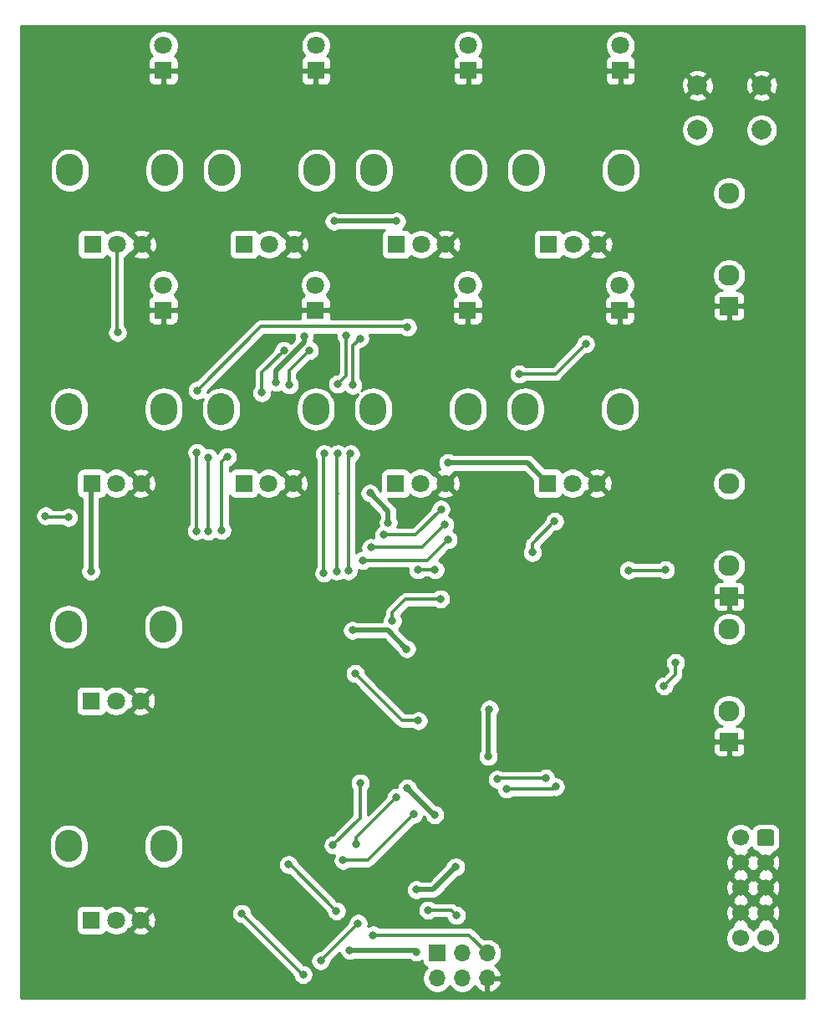
<source format=gbr>
%TF.GenerationSoftware,KiCad,Pcbnew,(5.1.6-0)*%
%TF.CreationDate,2020-12-21T20:53:18-08:00*%
%TF.ProjectId,circuit_board,63697263-7569-4745-9f62-6f6172642e6b,rev?*%
%TF.SameCoordinates,Original*%
%TF.FileFunction,Copper,L1,Top*%
%TF.FilePolarity,Positive*%
%FSLAX46Y46*%
G04 Gerber Fmt 4.6, Leading zero omitted, Abs format (unit mm)*
G04 Created by KiCad (PCBNEW (5.1.6-0)) date 2020-12-21 20:53:18*
%MOMM*%
%LPD*%
G01*
G04 APERTURE LIST*
%TA.AperFunction,ComponentPad*%
%ADD10R,1.800000X1.800000*%
%TD*%
%TA.AperFunction,ComponentPad*%
%ADD11C,1.800000*%
%TD*%
%TA.AperFunction,ComponentPad*%
%ADD12C,1.700000*%
%TD*%
%TA.AperFunction,ComponentPad*%
%ADD13C,2.130000*%
%TD*%
%TA.AperFunction,ComponentPad*%
%ADD14R,1.930000X1.830000*%
%TD*%
%TA.AperFunction,ComponentPad*%
%ADD15O,2.720000X3.240000*%
%TD*%
%TA.AperFunction,ComponentPad*%
%ADD16C,2.000000*%
%TD*%
%TA.AperFunction,ComponentPad*%
%ADD17R,1.700000X1.700000*%
%TD*%
%TA.AperFunction,ComponentPad*%
%ADD18O,1.700000X1.700000*%
%TD*%
%TA.AperFunction,ViaPad*%
%ADD19C,0.800000*%
%TD*%
%TA.AperFunction,Conductor*%
%ADD20C,0.508000*%
%TD*%
%TA.AperFunction,Conductor*%
%ADD21C,0.304800*%
%TD*%
%TA.AperFunction,Conductor*%
%ADD22C,0.254000*%
%TD*%
G04 APERTURE END LIST*
D10*
%TO.P,D3,1*%
%TO.N,GND*%
X131184640Y-40170120D03*
D11*
%TO.P,D3,2*%
%TO.N,Net-(D3-Pad2)*%
X131184640Y-37630120D03*
%TD*%
%TO.P,D4,2*%
%TO.N,Net-(D4-Pad2)*%
X131178760Y-61872800D03*
D10*
%TO.P,D4,1*%
%TO.N,GND*%
X131178760Y-64412800D03*
%TD*%
D11*
%TO.P,D5,2*%
%TO.N,Net-(D5-Pad2)*%
X146617973Y-37630120D03*
D10*
%TO.P,D5,1*%
%TO.N,GND*%
X146617973Y-40170120D03*
%TD*%
%TO.P,D6,1*%
%TO.N,GND*%
X146588760Y-64412800D03*
D11*
%TO.P,D6,2*%
%TO.N,Net-(D6-Pad2)*%
X146588760Y-61872800D03*
%TD*%
%TO.P,D7,2*%
%TO.N,Net-(D7-Pad2)*%
X162051306Y-37630120D03*
D10*
%TO.P,D7,1*%
%TO.N,GND*%
X162051306Y-40170120D03*
%TD*%
D11*
%TO.P,D8,2*%
%TO.N,Net-(D8-Pad2)*%
X161998760Y-61872800D03*
D10*
%TO.P,D8,1*%
%TO.N,GND*%
X161998760Y-64412800D03*
%TD*%
%TO.P,D9,1*%
%TO.N,GND*%
X177484640Y-40170120D03*
D11*
%TO.P,D9,2*%
%TO.N,Net-(D9-Pad2)*%
X177484640Y-37630120D03*
%TD*%
D10*
%TO.P,D10,1*%
%TO.N,GND*%
X177408760Y-64412800D03*
D11*
%TO.P,D10,2*%
%TO.N,Net-(D10-Pad2)*%
X177408760Y-61872800D03*
%TD*%
%TO.P,J2,1*%
%TO.N,Net-(D2-Pad1)*%
%TA.AperFunction,ComponentPad*%
G36*
G01*
X193031480Y-117225520D02*
X193031480Y-118425520D01*
G75*
G02*
X192781480Y-118675520I-250000J0D01*
G01*
X191581480Y-118675520D01*
G75*
G02*
X191331480Y-118425520I0J250000D01*
G01*
X191331480Y-117225520D01*
G75*
G02*
X191581480Y-116975520I250000J0D01*
G01*
X192781480Y-116975520D01*
G75*
G02*
X193031480Y-117225520I0J-250000D01*
G01*
G37*
%TD.AperFunction*%
D12*
%TO.P,J2,3*%
%TO.N,GND*%
X192181480Y-120365520D03*
%TO.P,J2,5*%
X192181480Y-122905520D03*
%TO.P,J2,7*%
X192181480Y-125445520D03*
%TO.P,J2,9*%
%TO.N,Net-(D1-Pad2)*%
X192181480Y-127985520D03*
%TO.P,J2,2*%
%TO.N,Net-(D2-Pad1)*%
X189641480Y-117825520D03*
%TO.P,J2,4*%
%TO.N,GND*%
X189641480Y-120365520D03*
%TO.P,J2,6*%
X189641480Y-122905520D03*
%TO.P,J2,8*%
X189641480Y-125445520D03*
%TO.P,J2,10*%
%TO.N,Net-(D1-Pad2)*%
X189641480Y-127985520D03*
%TD*%
D13*
%TO.P,J4,TN*%
%TO.N,N/C*%
X188488320Y-60902920D03*
D14*
%TO.P,J4,S*%
%TO.N,GND*%
X188488320Y-64002920D03*
D13*
%TO.P,J4,T*%
%TO.N,Net-(J4-PadT)*%
X188488320Y-52602920D03*
%TD*%
%TO.P,J5,T*%
%TO.N,Net-(J5-PadT)*%
X188488320Y-81999186D03*
D14*
%TO.P,J5,S*%
%TO.N,GND*%
X188488320Y-93399186D03*
D13*
%TO.P,J5,TN*%
%TO.N,N/C*%
X188488320Y-90299186D03*
%TD*%
%TO.P,J6,TN*%
%TO.N,N/C*%
X188488320Y-104997320D03*
D14*
%TO.P,J6,S*%
%TO.N,GND*%
X188488320Y-108097320D03*
D13*
%TO.P,J6,T*%
%TO.N,Net-(J6-PadT)*%
X188488320Y-96697320D03*
%TD*%
D15*
%TO.P,RV1,*%
%TO.N,*%
X121618760Y-74442800D03*
X131218760Y-74442800D03*
D11*
%TO.P,RV1,3*%
%TO.N,GND*%
X128918760Y-81942800D03*
%TO.P,RV1,2*%
%TO.N,/PITCH_5*%
X126418760Y-81942800D03*
D10*
%TO.P,RV1,1*%
%TO.N,+5V*%
X123918760Y-81942800D03*
%TD*%
D15*
%TO.P,RV2,*%
%TO.N,*%
X121694640Y-50260120D03*
X131294640Y-50260120D03*
D11*
%TO.P,RV2,3*%
%TO.N,GND*%
X128994640Y-57760120D03*
%TO.P,RV2,2*%
%TO.N,/PITCH_1*%
X126494640Y-57760120D03*
D10*
%TO.P,RV2,1*%
%TO.N,+5V*%
X123994640Y-57760120D03*
%TD*%
%TO.P,RV3,1*%
%TO.N,+5V*%
X139397973Y-57760120D03*
D11*
%TO.P,RV3,2*%
%TO.N,/PITCH_2*%
X141897973Y-57760120D03*
%TO.P,RV3,3*%
%TO.N,GND*%
X144397973Y-57760120D03*
D15*
%TO.P,RV3,*%
%TO.N,*%
X146697973Y-50260120D03*
X137097973Y-50260120D03*
%TD*%
D10*
%TO.P,RV4,1*%
%TO.N,+5V*%
X139322093Y-81942800D03*
D11*
%TO.P,RV4,2*%
%TO.N,/PITCH_6*%
X141822093Y-81942800D03*
%TO.P,RV4,3*%
%TO.N,GND*%
X144322093Y-81942800D03*
D15*
%TO.P,RV4,*%
%TO.N,*%
X146622093Y-74442800D03*
X137022093Y-74442800D03*
%TD*%
%TO.P,RV5,*%
%TO.N,*%
X152501306Y-50260120D03*
X162101306Y-50260120D03*
D11*
%TO.P,RV5,3*%
%TO.N,GND*%
X159801306Y-57760120D03*
%TO.P,RV5,2*%
%TO.N,/PITCH_3*%
X157301306Y-57760120D03*
D10*
%TO.P,RV5,1*%
%TO.N,+5V*%
X154801306Y-57760120D03*
%TD*%
D15*
%TO.P,RV6,*%
%TO.N,*%
X152425426Y-74442800D03*
X162025426Y-74442800D03*
D11*
%TO.P,RV6,3*%
%TO.N,GND*%
X159725426Y-81942800D03*
%TO.P,RV6,2*%
%TO.N,/PITCH_7*%
X157225426Y-81942800D03*
D10*
%TO.P,RV6,1*%
%TO.N,+5V*%
X154725426Y-81942800D03*
%TD*%
%TO.P,RV7,1*%
%TO.N,+5V*%
X170204640Y-57760120D03*
D11*
%TO.P,RV7,2*%
%TO.N,/PITCH_4*%
X172704640Y-57760120D03*
%TO.P,RV7,3*%
%TO.N,GND*%
X175204640Y-57760120D03*
D15*
%TO.P,RV7,*%
%TO.N,*%
X177504640Y-50260120D03*
X167904640Y-50260120D03*
%TD*%
%TO.P,RV8,*%
%TO.N,*%
X167828760Y-74442800D03*
X177428760Y-74442800D03*
D11*
%TO.P,RV8,3*%
%TO.N,GND*%
X175128760Y-81942800D03*
%TO.P,RV8,2*%
%TO.N,/PITCH_8*%
X172628760Y-81942800D03*
D10*
%TO.P,RV8,1*%
%TO.N,+5V*%
X170128760Y-81942800D03*
%TD*%
%TO.P,RV9,1*%
%TO.N,+5V*%
X123901200Y-126161800D03*
D11*
%TO.P,RV9,2*%
%TO.N,/GATE_LEN*%
X126401200Y-126161800D03*
%TO.P,RV9,3*%
%TO.N,GND*%
X128901200Y-126161800D03*
D15*
%TO.P,RV9,*%
%TO.N,*%
X131201200Y-118661800D03*
X121601200Y-118661800D03*
%TD*%
D10*
%TO.P,RV10,1*%
%TO.N,+5V*%
X123870720Y-103972360D03*
D11*
%TO.P,RV10,2*%
%TO.N,/SEQ_LEN*%
X126370720Y-103972360D03*
%TO.P,RV10,3*%
%TO.N,GND*%
X128870720Y-103972360D03*
D15*
%TO.P,RV10,*%
%TO.N,*%
X131170720Y-96472360D03*
X121570720Y-96472360D03*
%TD*%
D16*
%TO.P,SW1,1*%
%TO.N,GND*%
X191782840Y-41691560D03*
%TO.P,SW1,2*%
%TO.N,Net-(R17-Pad2)*%
X191782840Y-46191560D03*
%TO.P,SW1,1*%
%TO.N,GND*%
X185282840Y-41691560D03*
%TO.P,SW1,2*%
%TO.N,Net-(R17-Pad2)*%
X185282840Y-46191560D03*
%TD*%
D17*
%TO.P,J1,1*%
%TO.N,/MISO*%
X158907480Y-129499360D03*
D18*
%TO.P,J1,2*%
%TO.N,+5V*%
X158907480Y-132039360D03*
%TO.P,J1,3*%
%TO.N,/SCK*%
X161447480Y-129499360D03*
%TO.P,J1,4*%
%TO.N,/MOSI*%
X161447480Y-132039360D03*
%TO.P,J1,5*%
%TO.N,/RESET*%
X163987480Y-129499360D03*
%TO.P,J1,6*%
%TO.N,GND*%
X163987480Y-132039360D03*
%TD*%
D19*
%TO.N,GND*%
X132445760Y-87315040D03*
X144500000Y-113600000D03*
X164099240Y-125999240D03*
X154970480Y-123901200D03*
X150150000Y-109650000D03*
X172000000Y-100000000D03*
X174050000Y-99700000D03*
X176500000Y-98350000D03*
X176450000Y-86250000D03*
X174350000Y-87600000D03*
X159900000Y-89450000D03*
X161700000Y-87800000D03*
X165700000Y-99550000D03*
X157550000Y-102500000D03*
X157550000Y-104250000D03*
X138300000Y-88150000D03*
%TO.N,+12V*%
X164100000Y-109600000D03*
X164200000Y-104800000D03*
%TO.N,+5V*%
X160792160Y-120777000D03*
X156804360Y-123078240D03*
X158653480Y-115493800D03*
X155875189Y-112801869D03*
X150337520Y-96824800D03*
X153959560Y-85912960D03*
X152105360Y-82941160D03*
X160004760Y-79872840D03*
X123833985Y-90862055D03*
X154802840Y-55422800D03*
X148468076Y-55422800D03*
X150058120Y-129240280D03*
X156804360Y-129377440D03*
X155813758Y-98700000D03*
X145450000Y-67050000D03*
X142600680Y-71750680D03*
%TO.N,/GATE_OUT*%
X157007560Y-105968800D03*
%TO.N,/LED_1*%
X121569480Y-85394800D03*
%TO.N,/LED_2*%
X148732240Y-90840560D03*
X148859240Y-78953360D03*
%TO.N,/LED_6*%
X141147800Y-72776080D03*
%TO.N,/LED_3*%
X149915880Y-90805000D03*
X150149560Y-78953360D03*
%TO.N,/LED_7*%
X134574280Y-78821280D03*
%TO.N,/LED_4*%
X147467320Y-78953360D03*
X147441920Y-91048840D03*
%TO.N,Net-(R17-Pad2)*%
X139125960Y-125486160D03*
X145333720Y-131658360D03*
%TO.N,Net-(R16-Pad1)*%
X181900000Y-102450000D03*
X183050000Y-100100000D03*
%TO.N,/PITCH_1*%
X126547880Y-66680080D03*
%TO.N,/MUX_SEL_2*%
X153517600Y-87172800D03*
X159298640Y-84571840D03*
%TO.N,/SEQ_LEN*%
X148711920Y-125222000D03*
X143865600Y-120538240D03*
%TO.N,/MUX_SEL_1*%
X159684720Y-86136480D03*
%TO.N,/GATE_LEN*%
X150906480Y-126476760D03*
X147106641Y-130276599D03*
%TO.N,/PITCH_MUX*%
X150713440Y-118440200D03*
X154772360Y-113736120D03*
%TO.N,/MUX_SEL_0*%
X160030160Y-87650320D03*
X151373840Y-89763600D03*
X148371560Y-118562120D03*
X151124920Y-112278160D03*
%TO.N,/PITCH_4*%
X178300000Y-90750000D03*
X182050000Y-90700000D03*
%TO.N,/CLK_IN_INV*%
X149387560Y-120106440D03*
X156524960Y-115453160D03*
%TO.N,/PITCH_6*%
X158700000Y-90700000D03*
X156950000Y-90700000D03*
%TO.N,/PITCH_8*%
X168550000Y-88950000D03*
X170800000Y-85800000D03*
%TO.N,/SCK*%
X157988000Y-125145800D03*
X160853120Y-125684280D03*
%TO.N,/RESET*%
X152435560Y-127660400D03*
%TO.N,/CLK_IN_INV*%
X165950000Y-112900000D03*
X170900000Y-112650000D03*
%TO.N,/GATE_OUT*%
X150600000Y-101200000D03*
%TO.N,/LED_1*%
X119250000Y-85250000D03*
%TO.N,/LED_2*%
X149700000Y-67000000D03*
X148828760Y-71921242D03*
%TO.N,/LED_6*%
X143383000Y-68492779D03*
X137649998Y-79250000D03*
X137100000Y-86700000D03*
%TO.N,/LED_3*%
X151100000Y-67299998D03*
X150368000Y-72018000D03*
%TO.N,/LED_7*%
X134600000Y-72550000D03*
X155900000Y-66150000D03*
X134528562Y-86771438D03*
%TO.N,/LED_4*%
X145983960Y-68492779D03*
X143939529Y-72005586D03*
%TO.N,/LED_8*%
X135750000Y-86800000D03*
X135750000Y-79350000D03*
X167200000Y-70900000D03*
X173950000Y-67850000D03*
%TO.N,/1VPO*%
X169900000Y-111800000D03*
X165000000Y-111900000D03*
%TO.N,/PITCH_MUX*%
X154386280Y-95864680D03*
X159250000Y-93650000D03*
%TO.N,/MUX_SEL_1*%
X152200000Y-88450000D03*
%TD*%
D20*
%TO.N,+12V*%
X164100000Y-109600000D02*
X164100000Y-104900000D01*
X164100000Y-104900000D02*
X164200000Y-104800000D01*
%TO.N,+5V*%
X160792160Y-120777000D02*
X158490920Y-123078240D01*
X158490920Y-123078240D02*
X156804360Y-123078240D01*
X158567120Y-115493800D02*
X155875189Y-112801869D01*
X158653480Y-115493800D02*
X158567120Y-115493800D01*
X153959560Y-84795360D02*
X152105360Y-82941160D01*
X153959560Y-85912960D02*
X153959560Y-84795360D01*
X168119760Y-79933800D02*
X170128760Y-81942800D01*
X168058800Y-79872840D02*
X168119760Y-79933800D01*
X160004760Y-79872840D02*
X168058800Y-79872840D01*
X123850400Y-82011160D02*
X123850400Y-90845640D01*
X123850400Y-90845640D02*
X123833985Y-90862055D01*
X123918760Y-81942800D02*
X123850400Y-82011160D01*
X154802840Y-55422800D02*
X148468076Y-55422800D01*
X156667200Y-129240280D02*
X156804360Y-129377440D01*
X150058120Y-129240280D02*
X156667200Y-129240280D01*
X150337520Y-96824800D02*
X153938558Y-96824800D01*
X153938558Y-96824800D02*
X155813758Y-98700000D01*
X145450000Y-67050000D02*
X145450000Y-67665685D01*
X142600680Y-70515005D02*
X142600680Y-71750680D01*
X145450000Y-67665685D02*
X142600680Y-70515005D01*
D21*
%TO.N,/LED_2*%
X148859240Y-82951320D02*
X148823680Y-82986880D01*
X148732240Y-79080360D02*
X148859240Y-78953360D01*
X148732240Y-90840560D02*
X148732240Y-79080360D01*
%TO.N,/LED_3*%
X149915880Y-79187040D02*
X150149560Y-78953360D01*
X149915880Y-90805000D02*
X149915880Y-79187040D01*
%TO.N,/LED_4*%
X147441920Y-78978760D02*
X147441920Y-91048840D01*
X147467320Y-78953360D02*
X147441920Y-78978760D01*
%TO.N,Net-(R17-Pad2)*%
X139125960Y-125486160D02*
X145298160Y-131658360D01*
X145298160Y-131658360D02*
X145333720Y-131658360D01*
%TO.N,Net-(R16-Pad1)*%
X181900000Y-102450000D02*
X183050000Y-101300000D01*
X183050000Y-101300000D02*
X183050000Y-100100000D01*
%TO.N,/PITCH_1*%
X126494640Y-66626840D02*
X126494640Y-57760120D01*
%TO.N,/MUX_SEL_2*%
X156697680Y-87172800D02*
X159298640Y-84571840D01*
%TO.N,/SEQ_LEN*%
X144028160Y-120538240D02*
X143865600Y-120538240D01*
X148711920Y-125222000D02*
X144028160Y-120538240D01*
%TO.N,/GATE_LEN*%
X150906480Y-126476760D02*
X147106641Y-130276599D01*
%TO.N,/PITCH_MUX*%
X150713440Y-117795040D02*
X154772360Y-113736120D01*
X150713440Y-118440200D02*
X150713440Y-117795040D01*
%TO.N,/MUX_SEL_0*%
X148371560Y-118562120D02*
X151094440Y-115839240D01*
X151094440Y-112308640D02*
X151124920Y-112278160D01*
X151094440Y-115839240D02*
X151094440Y-112308640D01*
%TO.N,/PITCH_4*%
X178300000Y-90750000D02*
X181300000Y-90750000D01*
X181300000Y-90750000D02*
X182000000Y-90750000D01*
X182000000Y-90750000D02*
X182050000Y-90700000D01*
%TO.N,/CLK_IN_INV*%
X151871680Y-120106440D02*
X156524960Y-115453160D01*
X149387560Y-120106440D02*
X151871680Y-120106440D01*
%TO.N,/PITCH_6*%
X158700000Y-90700000D02*
X156950000Y-90700000D01*
%TO.N,/PITCH_8*%
X168550000Y-88050000D02*
X170800000Y-85800000D01*
X168550000Y-88950000D02*
X168550000Y-88050000D01*
%TO.N,/SCK*%
X160314640Y-125145800D02*
X157988000Y-125145800D01*
X160853120Y-125684280D02*
X160314640Y-125145800D01*
%TO.N,/RESET*%
X163987480Y-129499360D02*
X162148520Y-127660400D01*
X162148520Y-127660400D02*
X152435560Y-127660400D01*
%TO.N,/CLK_IN_INV*%
X170650000Y-112900000D02*
X170900000Y-112650000D01*
X165950000Y-112900000D02*
X170650000Y-112900000D01*
%TO.N,/GATE_OUT*%
X155368800Y-105968800D02*
X157007560Y-105968800D01*
X150600000Y-101200000D02*
X155368800Y-105968800D01*
%TO.N,/LED_1*%
X119394800Y-85394800D02*
X119250000Y-85250000D01*
X121569480Y-85394800D02*
X119394800Y-85394800D01*
%TO.N,/LED_2*%
X149700000Y-67000000D02*
X149700000Y-71050002D01*
X149700000Y-71050002D02*
X148828760Y-71921242D01*
%TO.N,/LED_6*%
X141147800Y-72776080D02*
X141147800Y-70727979D01*
X141147800Y-70727979D02*
X143383000Y-68492779D01*
X137600000Y-79250000D02*
X137649998Y-79250000D01*
X137100000Y-79750000D02*
X137600000Y-79250000D01*
X137100000Y-86700000D02*
X137100000Y-79750000D01*
%TO.N,/LED_3*%
X151100000Y-67299998D02*
X150368000Y-68031998D01*
X150368000Y-68031998D02*
X150368000Y-72018000D01*
%TO.N,/LED_7*%
X155850000Y-66100000D02*
X155900000Y-66150000D01*
X141050000Y-66100000D02*
X155850000Y-66100000D01*
X134600000Y-72550000D02*
X141050000Y-66100000D01*
X134528562Y-78856838D02*
X134528562Y-86771438D01*
%TO.N,/LED_4*%
X145983960Y-68492779D02*
X143939529Y-70537210D01*
X143939529Y-70537210D02*
X143939529Y-72005586D01*
%TO.N,/LED_8*%
X135750000Y-86800000D02*
X135750000Y-79350000D01*
X167200000Y-70900000D02*
X170900000Y-70900000D01*
X170900000Y-70900000D02*
X173950000Y-67850000D01*
%TO.N,/1VPO*%
X165100000Y-111800000D02*
X165000000Y-111900000D01*
X169900000Y-111800000D02*
X165100000Y-111800000D01*
%TO.N,/PITCH_MUX*%
X154386280Y-95013720D02*
X154386280Y-95864680D01*
X155700000Y-93700000D02*
X154386280Y-95013720D01*
X159200000Y-93700000D02*
X159250000Y-93650000D01*
X155700000Y-93700000D02*
X159200000Y-93700000D01*
%TO.N,/MUX_SEL_2*%
X153517600Y-87172800D02*
X156697680Y-87172800D01*
%TO.N,/MUX_SEL_1*%
X157371200Y-88450000D02*
X152200000Y-88450000D01*
X159684720Y-86136480D02*
X157371200Y-88450000D01*
%TO.N,/MUX_SEL_0*%
X157916880Y-89763600D02*
X151373840Y-89763600D01*
X160030160Y-87650320D02*
X157916880Y-89763600D01*
%TD*%
D22*
%TO.N,GND*%
G36*
X196081650Y-134075752D02*
G01*
X116753958Y-134075752D01*
X116753958Y-125261800D01*
X122363128Y-125261800D01*
X122363128Y-127061800D01*
X122375388Y-127186282D01*
X122411698Y-127305980D01*
X122470663Y-127416294D01*
X122550015Y-127512985D01*
X122646706Y-127592337D01*
X122757020Y-127651302D01*
X122876718Y-127687612D01*
X123001200Y-127699872D01*
X124801200Y-127699872D01*
X124925682Y-127687612D01*
X125045380Y-127651302D01*
X125155694Y-127592337D01*
X125252385Y-127512985D01*
X125331737Y-127416294D01*
X125385080Y-127316497D01*
X125422695Y-127354112D01*
X125674105Y-127522099D01*
X125953457Y-127637811D01*
X126250016Y-127696800D01*
X126552384Y-127696800D01*
X126848943Y-127637811D01*
X127128295Y-127522099D01*
X127379705Y-127354112D01*
X127507937Y-127225880D01*
X128016725Y-127225880D01*
X128100408Y-127480061D01*
X128372975Y-127610958D01*
X128665842Y-127686165D01*
X128967753Y-127702791D01*
X129267107Y-127660197D01*
X129552399Y-127560022D01*
X129701992Y-127480061D01*
X129785675Y-127225880D01*
X128901200Y-126341405D01*
X128016725Y-127225880D01*
X127507937Y-127225880D01*
X127593512Y-127140305D01*
X127688938Y-126997490D01*
X127837120Y-127046275D01*
X128721595Y-126161800D01*
X129080805Y-126161800D01*
X129965280Y-127046275D01*
X130219461Y-126962592D01*
X130350358Y-126690025D01*
X130425565Y-126397158D01*
X130442191Y-126095247D01*
X130399597Y-125795893D01*
X130299422Y-125510601D01*
X130231869Y-125384221D01*
X138090960Y-125384221D01*
X138090960Y-125588099D01*
X138130734Y-125788058D01*
X138208755Y-125976416D01*
X138322023Y-126145934D01*
X138466186Y-126290097D01*
X138635704Y-126403365D01*
X138824062Y-126481386D01*
X139024021Y-126521160D01*
X139047410Y-126521160D01*
X144301742Y-131775493D01*
X144338494Y-131960258D01*
X144416515Y-132148616D01*
X144529783Y-132318134D01*
X144673946Y-132462297D01*
X144843464Y-132575565D01*
X145031822Y-132653586D01*
X145231781Y-132693360D01*
X145435659Y-132693360D01*
X145635618Y-132653586D01*
X145823976Y-132575565D01*
X145993494Y-132462297D01*
X146137657Y-132318134D01*
X146250925Y-132148616D01*
X146328946Y-131960258D01*
X146368720Y-131760299D01*
X146368720Y-131556421D01*
X146328946Y-131356462D01*
X146250925Y-131168104D01*
X146137657Y-130998586D01*
X145993494Y-130854423D01*
X145823976Y-130741155D01*
X145635618Y-130663134D01*
X145435659Y-130623360D01*
X145376711Y-130623360D01*
X144928011Y-130174660D01*
X146071641Y-130174660D01*
X146071641Y-130378538D01*
X146111415Y-130578497D01*
X146189436Y-130766855D01*
X146302704Y-130936373D01*
X146446867Y-131080536D01*
X146616385Y-131193804D01*
X146804743Y-131271825D01*
X147004702Y-131311599D01*
X147208580Y-131311599D01*
X147408539Y-131271825D01*
X147596897Y-131193804D01*
X147766415Y-131080536D01*
X147910578Y-130936373D01*
X148023846Y-130766855D01*
X148101867Y-130578497D01*
X148141641Y-130378538D01*
X148141641Y-130355149D01*
X149044929Y-129451861D01*
X149062894Y-129542178D01*
X149140915Y-129730536D01*
X149254183Y-129900054D01*
X149398346Y-130044217D01*
X149567864Y-130157485D01*
X149756222Y-130235506D01*
X149956181Y-130275280D01*
X150160059Y-130275280D01*
X150360018Y-130235506D01*
X150548376Y-130157485D01*
X150590588Y-130129280D01*
X156092489Y-130129280D01*
X156144586Y-130181377D01*
X156314104Y-130294645D01*
X156502462Y-130372666D01*
X156702421Y-130412440D01*
X156906299Y-130412440D01*
X157106258Y-130372666D01*
X157294616Y-130294645D01*
X157419408Y-130211262D01*
X157419408Y-130349360D01*
X157431668Y-130473842D01*
X157467978Y-130593540D01*
X157526943Y-130703854D01*
X157606295Y-130800545D01*
X157702986Y-130879897D01*
X157813300Y-130938862D01*
X157885860Y-130960873D01*
X157754005Y-131092728D01*
X157591490Y-131335949D01*
X157479548Y-131606202D01*
X157422480Y-131893100D01*
X157422480Y-132185620D01*
X157479548Y-132472518D01*
X157591490Y-132742771D01*
X157754005Y-132985992D01*
X157960848Y-133192835D01*
X158204069Y-133355350D01*
X158474322Y-133467292D01*
X158761220Y-133524360D01*
X159053740Y-133524360D01*
X159340638Y-133467292D01*
X159610891Y-133355350D01*
X159854112Y-133192835D01*
X160060955Y-132985992D01*
X160177480Y-132811600D01*
X160294005Y-132985992D01*
X160500848Y-133192835D01*
X160744069Y-133355350D01*
X161014322Y-133467292D01*
X161301220Y-133524360D01*
X161593740Y-133524360D01*
X161880638Y-133467292D01*
X162150891Y-133355350D01*
X162394112Y-133192835D01*
X162600955Y-132985992D01*
X162722675Y-132803826D01*
X162792302Y-132920715D01*
X162987211Y-133136948D01*
X163220560Y-133311001D01*
X163483381Y-133436185D01*
X163630590Y-133480836D01*
X163860480Y-133359515D01*
X163860480Y-132166360D01*
X164114480Y-132166360D01*
X164114480Y-133359515D01*
X164344370Y-133480836D01*
X164491579Y-133436185D01*
X164754400Y-133311001D01*
X164987749Y-133136948D01*
X165182658Y-132920715D01*
X165331637Y-132670612D01*
X165428961Y-132396251D01*
X165308294Y-132166360D01*
X164114480Y-132166360D01*
X163860480Y-132166360D01*
X163840480Y-132166360D01*
X163840480Y-131912360D01*
X163860480Y-131912360D01*
X163860480Y-131892360D01*
X164114480Y-131892360D01*
X164114480Y-131912360D01*
X165308294Y-131912360D01*
X165428961Y-131682469D01*
X165331637Y-131408108D01*
X165182658Y-131158005D01*
X164987749Y-130941772D01*
X164758074Y-130770460D01*
X164934112Y-130652835D01*
X165140955Y-130445992D01*
X165303470Y-130202771D01*
X165415412Y-129932518D01*
X165472480Y-129645620D01*
X165472480Y-129353100D01*
X165415412Y-129066202D01*
X165303470Y-128795949D01*
X165140955Y-128552728D01*
X164934112Y-128345885D01*
X164690891Y-128183370D01*
X164420638Y-128071428D01*
X164133740Y-128014360D01*
X163841220Y-128014360D01*
X163653393Y-128051721D01*
X163440932Y-127839260D01*
X188156480Y-127839260D01*
X188156480Y-128131780D01*
X188213548Y-128418678D01*
X188325490Y-128688931D01*
X188488005Y-128932152D01*
X188694848Y-129138995D01*
X188938069Y-129301510D01*
X189208322Y-129413452D01*
X189495220Y-129470520D01*
X189787740Y-129470520D01*
X190074638Y-129413452D01*
X190344891Y-129301510D01*
X190588112Y-129138995D01*
X190794955Y-128932152D01*
X190911480Y-128757760D01*
X191028005Y-128932152D01*
X191234848Y-129138995D01*
X191478069Y-129301510D01*
X191748322Y-129413452D01*
X192035220Y-129470520D01*
X192327740Y-129470520D01*
X192614638Y-129413452D01*
X192884891Y-129301510D01*
X193128112Y-129138995D01*
X193334955Y-128932152D01*
X193497470Y-128688931D01*
X193609412Y-128418678D01*
X193666480Y-128131780D01*
X193666480Y-127839260D01*
X193609412Y-127552362D01*
X193497470Y-127282109D01*
X193334955Y-127038888D01*
X193128112Y-126832045D01*
X192954751Y-126716209D01*
X193030272Y-126473917D01*
X192181480Y-125625125D01*
X191332688Y-126473917D01*
X191408209Y-126716209D01*
X191234848Y-126832045D01*
X191028005Y-127038888D01*
X190911480Y-127213280D01*
X190794955Y-127038888D01*
X190588112Y-126832045D01*
X190414751Y-126716209D01*
X190490272Y-126473917D01*
X189641480Y-125625125D01*
X188792688Y-126473917D01*
X188868209Y-126716209D01*
X188694848Y-126832045D01*
X188488005Y-127038888D01*
X188325490Y-127282109D01*
X188213548Y-127552362D01*
X188156480Y-127839260D01*
X163440932Y-127839260D01*
X162732647Y-127130977D01*
X162707989Y-127100931D01*
X162588092Y-127002534D01*
X162451303Y-126929418D01*
X162302877Y-126884394D01*
X162187193Y-126873000D01*
X162187183Y-126873000D01*
X162148520Y-126869192D01*
X162109857Y-126873000D01*
X153111871Y-126873000D01*
X153095334Y-126856463D01*
X152925816Y-126743195D01*
X152737458Y-126665174D01*
X152537499Y-126625400D01*
X152333621Y-126625400D01*
X152133662Y-126665174D01*
X151945304Y-126743195D01*
X151903159Y-126771356D01*
X151941480Y-126578699D01*
X151941480Y-126374821D01*
X151901706Y-126174862D01*
X151823685Y-125986504D01*
X151710417Y-125816986D01*
X151566254Y-125672823D01*
X151396736Y-125559555D01*
X151208378Y-125481534D01*
X151008419Y-125441760D01*
X150804541Y-125441760D01*
X150604582Y-125481534D01*
X150416224Y-125559555D01*
X150246706Y-125672823D01*
X150102543Y-125816986D01*
X149989275Y-125986504D01*
X149911254Y-126174862D01*
X149871480Y-126374821D01*
X149871480Y-126398209D01*
X147028091Y-129241599D01*
X147004702Y-129241599D01*
X146804743Y-129281373D01*
X146616385Y-129359394D01*
X146446867Y-129472662D01*
X146302704Y-129616825D01*
X146189436Y-129786343D01*
X146111415Y-129974701D01*
X146071641Y-130174660D01*
X144928011Y-130174660D01*
X140160960Y-125407610D01*
X140160960Y-125384221D01*
X140121186Y-125184262D01*
X140043165Y-124995904D01*
X139929897Y-124826386D01*
X139785734Y-124682223D01*
X139616216Y-124568955D01*
X139427858Y-124490934D01*
X139227899Y-124451160D01*
X139024021Y-124451160D01*
X138824062Y-124490934D01*
X138635704Y-124568955D01*
X138466186Y-124682223D01*
X138322023Y-124826386D01*
X138208755Y-124995904D01*
X138130734Y-125184262D01*
X138090960Y-125384221D01*
X130231869Y-125384221D01*
X130219461Y-125361008D01*
X129965280Y-125277325D01*
X129080805Y-126161800D01*
X128721595Y-126161800D01*
X127837120Y-125277325D01*
X127688938Y-125326110D01*
X127593512Y-125183295D01*
X127507937Y-125097720D01*
X128016725Y-125097720D01*
X128901200Y-125982195D01*
X129785675Y-125097720D01*
X129701992Y-124843539D01*
X129429425Y-124712642D01*
X129136558Y-124637435D01*
X128834647Y-124620809D01*
X128535293Y-124663403D01*
X128250001Y-124763578D01*
X128100408Y-124843539D01*
X128016725Y-125097720D01*
X127507937Y-125097720D01*
X127379705Y-124969488D01*
X127128295Y-124801501D01*
X126848943Y-124685789D01*
X126552384Y-124626800D01*
X126250016Y-124626800D01*
X125953457Y-124685789D01*
X125674105Y-124801501D01*
X125422695Y-124969488D01*
X125385080Y-125007103D01*
X125331737Y-124907306D01*
X125252385Y-124810615D01*
X125155694Y-124731263D01*
X125045380Y-124672298D01*
X124925682Y-124635988D01*
X124801200Y-124623728D01*
X123001200Y-124623728D01*
X122876718Y-124635988D01*
X122757020Y-124672298D01*
X122646706Y-124731263D01*
X122550015Y-124810615D01*
X122470663Y-124907306D01*
X122411698Y-125017620D01*
X122375388Y-125137318D01*
X122363128Y-125261800D01*
X116753958Y-125261800D01*
X116753958Y-118303802D01*
X119606200Y-118303802D01*
X119606200Y-119019797D01*
X119635067Y-119312887D01*
X119749143Y-119688946D01*
X119934393Y-120035525D01*
X120183697Y-120339303D01*
X120487475Y-120588607D01*
X120834053Y-120773857D01*
X121210112Y-120887933D01*
X121601200Y-120926452D01*
X121992287Y-120887933D01*
X122368346Y-120773857D01*
X122714925Y-120588607D01*
X123018703Y-120339303D01*
X123268007Y-120035525D01*
X123453257Y-119688947D01*
X123567333Y-119312888D01*
X123596200Y-119019798D01*
X123596200Y-118303803D01*
X123596200Y-118303802D01*
X129206200Y-118303802D01*
X129206200Y-119019797D01*
X129235067Y-119312887D01*
X129349143Y-119688946D01*
X129534393Y-120035525D01*
X129783697Y-120339303D01*
X130087475Y-120588607D01*
X130434053Y-120773857D01*
X130810112Y-120887933D01*
X131201200Y-120926452D01*
X131592287Y-120887933D01*
X131968346Y-120773857D01*
X132314925Y-120588607D01*
X132500510Y-120436301D01*
X142830600Y-120436301D01*
X142830600Y-120640179D01*
X142870374Y-120840138D01*
X142948395Y-121028496D01*
X143061663Y-121198014D01*
X143205826Y-121342177D01*
X143375344Y-121455445D01*
X143563702Y-121533466D01*
X143763661Y-121573240D01*
X143949610Y-121573240D01*
X147676920Y-125300551D01*
X147676920Y-125323939D01*
X147716694Y-125523898D01*
X147794715Y-125712256D01*
X147907983Y-125881774D01*
X148052146Y-126025937D01*
X148221664Y-126139205D01*
X148410022Y-126217226D01*
X148609981Y-126257000D01*
X148813859Y-126257000D01*
X149013818Y-126217226D01*
X149202176Y-126139205D01*
X149371694Y-126025937D01*
X149515857Y-125881774D01*
X149629125Y-125712256D01*
X149707146Y-125523898D01*
X149746920Y-125323939D01*
X149746920Y-125120061D01*
X149731763Y-125043861D01*
X156953000Y-125043861D01*
X156953000Y-125247739D01*
X156992774Y-125447698D01*
X157070795Y-125636056D01*
X157184063Y-125805574D01*
X157328226Y-125949737D01*
X157497744Y-126063005D01*
X157686102Y-126141026D01*
X157886061Y-126180800D01*
X158089939Y-126180800D01*
X158289898Y-126141026D01*
X158478256Y-126063005D01*
X158647774Y-125949737D01*
X158664311Y-125933200D01*
X159847356Y-125933200D01*
X159857894Y-125986178D01*
X159935915Y-126174536D01*
X160049183Y-126344054D01*
X160193346Y-126488217D01*
X160362864Y-126601485D01*
X160551222Y-126679506D01*
X160751181Y-126719280D01*
X160955059Y-126719280D01*
X161155018Y-126679506D01*
X161343376Y-126601485D01*
X161512894Y-126488217D01*
X161657057Y-126344054D01*
X161770325Y-126174536D01*
X161848346Y-125986178D01*
X161888120Y-125786219D01*
X161888120Y-125582341D01*
X161874537Y-125514051D01*
X188150869Y-125514051D01*
X188192881Y-125803539D01*
X188290561Y-126079267D01*
X188364008Y-126216677D01*
X188613083Y-126294312D01*
X189461875Y-125445520D01*
X189821085Y-125445520D01*
X190669877Y-126294312D01*
X190911480Y-126219006D01*
X191153083Y-126294312D01*
X192001875Y-125445520D01*
X192361085Y-125445520D01*
X193209877Y-126294312D01*
X193458952Y-126216677D01*
X193584851Y-125952637D01*
X193656819Y-125669109D01*
X193672091Y-125376989D01*
X193630079Y-125087501D01*
X193532399Y-124811773D01*
X193458952Y-124674363D01*
X193209877Y-124596728D01*
X192361085Y-125445520D01*
X192001875Y-125445520D01*
X191153083Y-124596728D01*
X190911480Y-124672034D01*
X190669877Y-124596728D01*
X189821085Y-125445520D01*
X189461875Y-125445520D01*
X188613083Y-124596728D01*
X188364008Y-124674363D01*
X188238109Y-124938403D01*
X188166141Y-125221931D01*
X188150869Y-125514051D01*
X161874537Y-125514051D01*
X161848346Y-125382382D01*
X161770325Y-125194024D01*
X161657057Y-125024506D01*
X161512894Y-124880343D01*
X161343376Y-124767075D01*
X161155018Y-124689054D01*
X160955059Y-124649280D01*
X160931670Y-124649280D01*
X160898767Y-124616377D01*
X160874109Y-124586331D01*
X160754212Y-124487934D01*
X160617423Y-124414818D01*
X160468997Y-124369794D01*
X160353313Y-124358400D01*
X160353303Y-124358400D01*
X160314640Y-124354592D01*
X160275977Y-124358400D01*
X158664311Y-124358400D01*
X158647774Y-124341863D01*
X158478256Y-124228595D01*
X158289898Y-124150574D01*
X158089939Y-124110800D01*
X157886061Y-124110800D01*
X157686102Y-124150574D01*
X157497744Y-124228595D01*
X157328226Y-124341863D01*
X157184063Y-124486026D01*
X157070795Y-124655544D01*
X156992774Y-124843902D01*
X156953000Y-125043861D01*
X149731763Y-125043861D01*
X149707146Y-124920102D01*
X149629125Y-124731744D01*
X149515857Y-124562226D01*
X149371694Y-124418063D01*
X149202176Y-124304795D01*
X149013818Y-124226774D01*
X148813859Y-124187000D01*
X148790471Y-124187000D01*
X147579772Y-122976301D01*
X155769360Y-122976301D01*
X155769360Y-123180179D01*
X155809134Y-123380138D01*
X155887155Y-123568496D01*
X156000423Y-123738014D01*
X156144586Y-123882177D01*
X156314104Y-123995445D01*
X156502462Y-124073466D01*
X156702421Y-124113240D01*
X156906299Y-124113240D01*
X157106258Y-124073466D01*
X157294616Y-123995445D01*
X157336828Y-123967240D01*
X158447260Y-123967240D01*
X158490920Y-123971540D01*
X158534580Y-123967240D01*
X158534587Y-123967240D01*
X158665194Y-123954376D01*
X158732639Y-123933917D01*
X188792688Y-123933917D01*
X188867994Y-124175520D01*
X188792688Y-124417123D01*
X189641480Y-125265915D01*
X190490272Y-124417123D01*
X190414966Y-124175520D01*
X190490272Y-123933917D01*
X191332688Y-123933917D01*
X191407994Y-124175520D01*
X191332688Y-124417123D01*
X192181480Y-125265915D01*
X193030272Y-124417123D01*
X192954966Y-124175520D01*
X193030272Y-123933917D01*
X192181480Y-123085125D01*
X191332688Y-123933917D01*
X190490272Y-123933917D01*
X189641480Y-123085125D01*
X188792688Y-123933917D01*
X158732639Y-123933917D01*
X158832771Y-123903543D01*
X158987211Y-123820993D01*
X159122579Y-123709899D01*
X159150419Y-123675976D01*
X159852344Y-122974051D01*
X188150869Y-122974051D01*
X188192881Y-123263539D01*
X188290561Y-123539267D01*
X188364008Y-123676677D01*
X188613083Y-123754312D01*
X189461875Y-122905520D01*
X189821085Y-122905520D01*
X190669877Y-123754312D01*
X190911480Y-123679006D01*
X191153083Y-123754312D01*
X192001875Y-122905520D01*
X192361085Y-122905520D01*
X193209877Y-123754312D01*
X193458952Y-123676677D01*
X193584851Y-123412637D01*
X193656819Y-123129109D01*
X193672091Y-122836989D01*
X193630079Y-122547501D01*
X193532399Y-122271773D01*
X193458952Y-122134363D01*
X193209877Y-122056728D01*
X192361085Y-122905520D01*
X192001875Y-122905520D01*
X191153083Y-122056728D01*
X190911480Y-122132034D01*
X190669877Y-122056728D01*
X189821085Y-122905520D01*
X189461875Y-122905520D01*
X188613083Y-122056728D01*
X188364008Y-122134363D01*
X188238109Y-122398403D01*
X188166141Y-122681931D01*
X188150869Y-122974051D01*
X159852344Y-122974051D01*
X161044266Y-121782130D01*
X161094058Y-121772226D01*
X161282416Y-121694205D01*
X161451934Y-121580937D01*
X161596097Y-121436774D01*
X161624733Y-121393917D01*
X188792688Y-121393917D01*
X188867994Y-121635520D01*
X188792688Y-121877123D01*
X189641480Y-122725915D01*
X190490272Y-121877123D01*
X190414966Y-121635520D01*
X190490272Y-121393917D01*
X191332688Y-121393917D01*
X191407994Y-121635520D01*
X191332688Y-121877123D01*
X192181480Y-122725915D01*
X193030272Y-121877123D01*
X192954966Y-121635520D01*
X193030272Y-121393917D01*
X192181480Y-120545125D01*
X191332688Y-121393917D01*
X190490272Y-121393917D01*
X189641480Y-120545125D01*
X188792688Y-121393917D01*
X161624733Y-121393917D01*
X161709365Y-121267256D01*
X161787386Y-121078898D01*
X161827160Y-120878939D01*
X161827160Y-120675061D01*
X161787386Y-120475102D01*
X161770382Y-120434051D01*
X188150869Y-120434051D01*
X188192881Y-120723539D01*
X188290561Y-120999267D01*
X188364008Y-121136677D01*
X188613083Y-121214312D01*
X189461875Y-120365520D01*
X189821085Y-120365520D01*
X190669877Y-121214312D01*
X190911480Y-121139006D01*
X191153083Y-121214312D01*
X192001875Y-120365520D01*
X192361085Y-120365520D01*
X193209877Y-121214312D01*
X193458952Y-121136677D01*
X193584851Y-120872637D01*
X193656819Y-120589109D01*
X193672091Y-120296989D01*
X193630079Y-120007501D01*
X193532399Y-119731773D01*
X193458952Y-119594363D01*
X193209877Y-119516728D01*
X192361085Y-120365520D01*
X192001875Y-120365520D01*
X191153083Y-119516728D01*
X190911480Y-119592034D01*
X190669877Y-119516728D01*
X189821085Y-120365520D01*
X189461875Y-120365520D01*
X188613083Y-119516728D01*
X188364008Y-119594363D01*
X188238109Y-119858403D01*
X188166141Y-120141931D01*
X188150869Y-120434051D01*
X161770382Y-120434051D01*
X161709365Y-120286744D01*
X161596097Y-120117226D01*
X161451934Y-119973063D01*
X161282416Y-119859795D01*
X161094058Y-119781774D01*
X160894099Y-119742000D01*
X160690221Y-119742000D01*
X160490262Y-119781774D01*
X160301904Y-119859795D01*
X160132386Y-119973063D01*
X159988223Y-120117226D01*
X159874955Y-120286744D01*
X159796934Y-120475102D01*
X159787030Y-120524894D01*
X158122685Y-122189240D01*
X157336828Y-122189240D01*
X157294616Y-122161035D01*
X157106258Y-122083014D01*
X156906299Y-122043240D01*
X156702421Y-122043240D01*
X156502462Y-122083014D01*
X156314104Y-122161035D01*
X156144586Y-122274303D01*
X156000423Y-122418466D01*
X155887155Y-122587984D01*
X155809134Y-122776342D01*
X155769360Y-122976301D01*
X147579772Y-122976301D01*
X144866044Y-120262574D01*
X144860826Y-120236342D01*
X144782805Y-120047984D01*
X144669537Y-119878466D01*
X144525374Y-119734303D01*
X144355856Y-119621035D01*
X144167498Y-119543014D01*
X143967539Y-119503240D01*
X143763661Y-119503240D01*
X143563702Y-119543014D01*
X143375344Y-119621035D01*
X143205826Y-119734303D01*
X143061663Y-119878466D01*
X142948395Y-120047984D01*
X142870374Y-120236342D01*
X142830600Y-120436301D01*
X132500510Y-120436301D01*
X132618703Y-120339303D01*
X132868007Y-120035525D01*
X133053257Y-119688947D01*
X133167333Y-119312888D01*
X133196200Y-119019798D01*
X133196200Y-118460181D01*
X147336560Y-118460181D01*
X147336560Y-118664059D01*
X147376334Y-118864018D01*
X147454355Y-119052376D01*
X147567623Y-119221894D01*
X147711786Y-119366057D01*
X147881304Y-119479325D01*
X148069662Y-119557346D01*
X148269621Y-119597120D01*
X148473499Y-119597120D01*
X148484564Y-119594919D01*
X148470355Y-119616184D01*
X148392334Y-119804542D01*
X148352560Y-120004501D01*
X148352560Y-120208379D01*
X148392334Y-120408338D01*
X148470355Y-120596696D01*
X148583623Y-120766214D01*
X148727786Y-120910377D01*
X148897304Y-121023645D01*
X149085662Y-121101666D01*
X149285621Y-121141440D01*
X149489499Y-121141440D01*
X149689458Y-121101666D01*
X149877816Y-121023645D01*
X150047334Y-120910377D01*
X150063871Y-120893840D01*
X151833017Y-120893840D01*
X151871680Y-120897648D01*
X151910343Y-120893840D01*
X151910353Y-120893840D01*
X152026037Y-120882446D01*
X152174463Y-120837422D01*
X152311252Y-120764306D01*
X152431149Y-120665909D01*
X152455808Y-120635862D01*
X155412411Y-117679260D01*
X188156480Y-117679260D01*
X188156480Y-117971780D01*
X188213548Y-118258678D01*
X188325490Y-118528931D01*
X188488005Y-118772152D01*
X188694848Y-118978995D01*
X188868209Y-119094831D01*
X188792688Y-119337123D01*
X189641480Y-120185915D01*
X190490272Y-119337123D01*
X190414751Y-119094831D01*
X190588112Y-118978995D01*
X190775195Y-118791912D01*
X190843075Y-118918906D01*
X190953518Y-119053482D01*
X191088094Y-119163925D01*
X191241630Y-119245992D01*
X191350773Y-119279100D01*
X191332688Y-119337123D01*
X192181480Y-120185915D01*
X193030272Y-119337123D01*
X193012187Y-119279100D01*
X193121330Y-119245992D01*
X193274866Y-119163925D01*
X193409442Y-119053482D01*
X193519885Y-118918906D01*
X193601952Y-118765370D01*
X193652488Y-118598774D01*
X193669552Y-118425520D01*
X193669552Y-117225520D01*
X193652488Y-117052266D01*
X193601952Y-116885670D01*
X193519885Y-116732134D01*
X193409442Y-116597558D01*
X193274866Y-116487115D01*
X193121330Y-116405048D01*
X192954734Y-116354512D01*
X192781480Y-116337448D01*
X191581480Y-116337448D01*
X191408226Y-116354512D01*
X191241630Y-116405048D01*
X191088094Y-116487115D01*
X190953518Y-116597558D01*
X190843075Y-116732134D01*
X190775195Y-116859128D01*
X190588112Y-116672045D01*
X190344891Y-116509530D01*
X190074638Y-116397588D01*
X189787740Y-116340520D01*
X189495220Y-116340520D01*
X189208322Y-116397588D01*
X188938069Y-116509530D01*
X188694848Y-116672045D01*
X188488005Y-116878888D01*
X188325490Y-117122109D01*
X188213548Y-117392362D01*
X188156480Y-117679260D01*
X155412411Y-117679260D01*
X156603512Y-116488160D01*
X156626899Y-116488160D01*
X156826858Y-116448386D01*
X157015216Y-116370365D01*
X157184734Y-116257097D01*
X157328897Y-116112934D01*
X157442165Y-115943416D01*
X157520186Y-115755058D01*
X157528640Y-115712555D01*
X157691114Y-115875029D01*
X157736275Y-115984056D01*
X157849543Y-116153574D01*
X157993706Y-116297737D01*
X158163224Y-116411005D01*
X158351582Y-116489026D01*
X158551541Y-116528800D01*
X158755419Y-116528800D01*
X158955378Y-116489026D01*
X159143736Y-116411005D01*
X159313254Y-116297737D01*
X159457417Y-116153574D01*
X159570685Y-115984056D01*
X159648706Y-115795698D01*
X159688480Y-115595739D01*
X159688480Y-115391861D01*
X159648706Y-115191902D01*
X159570685Y-115003544D01*
X159457417Y-114834026D01*
X159313254Y-114689863D01*
X159143736Y-114576595D01*
X158955378Y-114498574D01*
X158797781Y-114467226D01*
X156880319Y-112549764D01*
X156870415Y-112499971D01*
X156792394Y-112311613D01*
X156679126Y-112142095D01*
X156534963Y-111997932D01*
X156365445Y-111884664D01*
X156177087Y-111806643D01*
X156133943Y-111798061D01*
X163965000Y-111798061D01*
X163965000Y-112001939D01*
X164004774Y-112201898D01*
X164082795Y-112390256D01*
X164196063Y-112559774D01*
X164340226Y-112703937D01*
X164509744Y-112817205D01*
X164698102Y-112895226D01*
X164898061Y-112935000D01*
X164915000Y-112935000D01*
X164915000Y-113001939D01*
X164954774Y-113201898D01*
X165032795Y-113390256D01*
X165146063Y-113559774D01*
X165290226Y-113703937D01*
X165459744Y-113817205D01*
X165648102Y-113895226D01*
X165848061Y-113935000D01*
X166051939Y-113935000D01*
X166251898Y-113895226D01*
X166440256Y-113817205D01*
X166609774Y-113703937D01*
X166626311Y-113687400D01*
X170611337Y-113687400D01*
X170650000Y-113691208D01*
X170688663Y-113687400D01*
X170688673Y-113687400D01*
X170769904Y-113679399D01*
X170798061Y-113685000D01*
X171001939Y-113685000D01*
X171201898Y-113645226D01*
X171390256Y-113567205D01*
X171559774Y-113453937D01*
X171703937Y-113309774D01*
X171817205Y-113140256D01*
X171895226Y-112951898D01*
X171935000Y-112751939D01*
X171935000Y-112548061D01*
X171895226Y-112348102D01*
X171817205Y-112159744D01*
X171703937Y-111990226D01*
X171559774Y-111846063D01*
X171390256Y-111732795D01*
X171201898Y-111654774D01*
X171001939Y-111615000D01*
X170918478Y-111615000D01*
X170895226Y-111498102D01*
X170817205Y-111309744D01*
X170703937Y-111140226D01*
X170559774Y-110996063D01*
X170390256Y-110882795D01*
X170201898Y-110804774D01*
X170001939Y-110765000D01*
X169798061Y-110765000D01*
X169598102Y-110804774D01*
X169409744Y-110882795D01*
X169240226Y-110996063D01*
X169223689Y-111012600D01*
X165534862Y-111012600D01*
X165490256Y-110982795D01*
X165301898Y-110904774D01*
X165101939Y-110865000D01*
X164898061Y-110865000D01*
X164698102Y-110904774D01*
X164509744Y-110982795D01*
X164340226Y-111096063D01*
X164196063Y-111240226D01*
X164082795Y-111409744D01*
X164004774Y-111598102D01*
X163965000Y-111798061D01*
X156133943Y-111798061D01*
X155977128Y-111766869D01*
X155773250Y-111766869D01*
X155573291Y-111806643D01*
X155384933Y-111884664D01*
X155215415Y-111997932D01*
X155071252Y-112142095D01*
X154957984Y-112311613D01*
X154879963Y-112499971D01*
X154840189Y-112699930D01*
X154840189Y-112701120D01*
X154670421Y-112701120D01*
X154470462Y-112740894D01*
X154282104Y-112818915D01*
X154112586Y-112932183D01*
X153968423Y-113076346D01*
X153855155Y-113245864D01*
X153777134Y-113434222D01*
X153737360Y-113634181D01*
X153737360Y-113657568D01*
X151881840Y-115513089D01*
X151881840Y-112984951D01*
X151928857Y-112937934D01*
X152042125Y-112768416D01*
X152120146Y-112580058D01*
X152159920Y-112380099D01*
X152159920Y-112176221D01*
X152120146Y-111976262D01*
X152042125Y-111787904D01*
X151928857Y-111618386D01*
X151784694Y-111474223D01*
X151615176Y-111360955D01*
X151426818Y-111282934D01*
X151226859Y-111243160D01*
X151022981Y-111243160D01*
X150823022Y-111282934D01*
X150634664Y-111360955D01*
X150465146Y-111474223D01*
X150320983Y-111618386D01*
X150207715Y-111787904D01*
X150129694Y-111976262D01*
X150089920Y-112176221D01*
X150089920Y-112380099D01*
X150129694Y-112580058D01*
X150207715Y-112768416D01*
X150307041Y-112917068D01*
X150307040Y-115513089D01*
X148293010Y-117527120D01*
X148269621Y-117527120D01*
X148069662Y-117566894D01*
X147881304Y-117644915D01*
X147711786Y-117758183D01*
X147567623Y-117902346D01*
X147454355Y-118071864D01*
X147376334Y-118260222D01*
X147336560Y-118460181D01*
X133196200Y-118460181D01*
X133196200Y-118303803D01*
X133167333Y-118010713D01*
X133053257Y-117634653D01*
X132868007Y-117288075D01*
X132618703Y-116984297D01*
X132314925Y-116734993D01*
X131968347Y-116549743D01*
X131592288Y-116435667D01*
X131201200Y-116397148D01*
X130810113Y-116435667D01*
X130434054Y-116549743D01*
X130087476Y-116734993D01*
X129783698Y-116984297D01*
X129534393Y-117288075D01*
X129349143Y-117634653D01*
X129235067Y-118010712D01*
X129206200Y-118303802D01*
X123596200Y-118303802D01*
X123567333Y-118010713D01*
X123453257Y-117634653D01*
X123268007Y-117288075D01*
X123018703Y-116984297D01*
X122714925Y-116734993D01*
X122368347Y-116549743D01*
X121992288Y-116435667D01*
X121601200Y-116397148D01*
X121210113Y-116435667D01*
X120834054Y-116549743D01*
X120487476Y-116734993D01*
X120183698Y-116984297D01*
X119934393Y-117288075D01*
X119749143Y-117634653D01*
X119635067Y-118010712D01*
X119606200Y-118303802D01*
X116753958Y-118303802D01*
X116753958Y-109498061D01*
X163065000Y-109498061D01*
X163065000Y-109701939D01*
X163104774Y-109901898D01*
X163182795Y-110090256D01*
X163296063Y-110259774D01*
X163440226Y-110403937D01*
X163609744Y-110517205D01*
X163798102Y-110595226D01*
X163998061Y-110635000D01*
X164201939Y-110635000D01*
X164401898Y-110595226D01*
X164590256Y-110517205D01*
X164759774Y-110403937D01*
X164903937Y-110259774D01*
X165017205Y-110090256D01*
X165095226Y-109901898D01*
X165135000Y-109701939D01*
X165135000Y-109498061D01*
X165095226Y-109298102D01*
X165017205Y-109109744D01*
X164989000Y-109067532D01*
X164989000Y-109012320D01*
X186885248Y-109012320D01*
X186897508Y-109136802D01*
X186933818Y-109256500D01*
X186992783Y-109366814D01*
X187072135Y-109463505D01*
X187168826Y-109542857D01*
X187279140Y-109601822D01*
X187398838Y-109638132D01*
X187523320Y-109650392D01*
X188202570Y-109647320D01*
X188361320Y-109488570D01*
X188361320Y-108224320D01*
X188615320Y-108224320D01*
X188615320Y-109488570D01*
X188774070Y-109647320D01*
X189453320Y-109650392D01*
X189577802Y-109638132D01*
X189697500Y-109601822D01*
X189807814Y-109542857D01*
X189904505Y-109463505D01*
X189983857Y-109366814D01*
X190042822Y-109256500D01*
X190079132Y-109136802D01*
X190091392Y-109012320D01*
X190088320Y-108383070D01*
X189929570Y-108224320D01*
X188615320Y-108224320D01*
X188361320Y-108224320D01*
X187047070Y-108224320D01*
X186888320Y-108383070D01*
X186885248Y-109012320D01*
X164989000Y-109012320D01*
X164989000Y-105474711D01*
X165003937Y-105459774D01*
X165117205Y-105290256D01*
X165195226Y-105101898D01*
X165235000Y-104901939D01*
X165235000Y-104829885D01*
X186788320Y-104829885D01*
X186788320Y-105164755D01*
X186853650Y-105493192D01*
X186981799Y-105802572D01*
X187167843Y-106081007D01*
X187404633Y-106317797D01*
X187683068Y-106503841D01*
X187783460Y-106545425D01*
X187523320Y-106544248D01*
X187398838Y-106556508D01*
X187279140Y-106592818D01*
X187168826Y-106651783D01*
X187072135Y-106731135D01*
X186992783Y-106827826D01*
X186933818Y-106938140D01*
X186897508Y-107057838D01*
X186885248Y-107182320D01*
X186888320Y-107811570D01*
X187047070Y-107970320D01*
X188361320Y-107970320D01*
X188361320Y-107950320D01*
X188615320Y-107950320D01*
X188615320Y-107970320D01*
X189929570Y-107970320D01*
X190088320Y-107811570D01*
X190091392Y-107182320D01*
X190079132Y-107057838D01*
X190042822Y-106938140D01*
X189983857Y-106827826D01*
X189904505Y-106731135D01*
X189807814Y-106651783D01*
X189697500Y-106592818D01*
X189577802Y-106556508D01*
X189453320Y-106544248D01*
X189193180Y-106545425D01*
X189293572Y-106503841D01*
X189572007Y-106317797D01*
X189808797Y-106081007D01*
X189994841Y-105802572D01*
X190122990Y-105493192D01*
X190188320Y-105164755D01*
X190188320Y-104829885D01*
X190122990Y-104501448D01*
X189994841Y-104192068D01*
X189808797Y-103913633D01*
X189572007Y-103676843D01*
X189293572Y-103490799D01*
X188984192Y-103362650D01*
X188655755Y-103297320D01*
X188320885Y-103297320D01*
X187992448Y-103362650D01*
X187683068Y-103490799D01*
X187404633Y-103676843D01*
X187167843Y-103913633D01*
X186981799Y-104192068D01*
X186853650Y-104501448D01*
X186788320Y-104829885D01*
X165235000Y-104829885D01*
X165235000Y-104698061D01*
X165195226Y-104498102D01*
X165117205Y-104309744D01*
X165003937Y-104140226D01*
X164859774Y-103996063D01*
X164690256Y-103882795D01*
X164501898Y-103804774D01*
X164301939Y-103765000D01*
X164098061Y-103765000D01*
X163898102Y-103804774D01*
X163709744Y-103882795D01*
X163540226Y-103996063D01*
X163396063Y-104140226D01*
X163282795Y-104309744D01*
X163204774Y-104498102D01*
X163165000Y-104698061D01*
X163165000Y-104901939D01*
X163204774Y-105101898D01*
X163211001Y-105116931D01*
X163211000Y-109067532D01*
X163182795Y-109109744D01*
X163104774Y-109298102D01*
X163065000Y-109498061D01*
X116753958Y-109498061D01*
X116753958Y-103072360D01*
X122332648Y-103072360D01*
X122332648Y-104872360D01*
X122344908Y-104996842D01*
X122381218Y-105116540D01*
X122440183Y-105226854D01*
X122519535Y-105323545D01*
X122616226Y-105402897D01*
X122726540Y-105461862D01*
X122846238Y-105498172D01*
X122970720Y-105510432D01*
X124770720Y-105510432D01*
X124895202Y-105498172D01*
X125014900Y-105461862D01*
X125125214Y-105402897D01*
X125221905Y-105323545D01*
X125301257Y-105226854D01*
X125354600Y-105127057D01*
X125392215Y-105164672D01*
X125643625Y-105332659D01*
X125922977Y-105448371D01*
X126219536Y-105507360D01*
X126521904Y-105507360D01*
X126818463Y-105448371D01*
X127097815Y-105332659D01*
X127349225Y-105164672D01*
X127477457Y-105036440D01*
X127986245Y-105036440D01*
X128069928Y-105290621D01*
X128342495Y-105421518D01*
X128635362Y-105496725D01*
X128937273Y-105513351D01*
X129236627Y-105470757D01*
X129521919Y-105370582D01*
X129671512Y-105290621D01*
X129755195Y-105036440D01*
X128870720Y-104151965D01*
X127986245Y-105036440D01*
X127477457Y-105036440D01*
X127563032Y-104950865D01*
X127658458Y-104808050D01*
X127806640Y-104856835D01*
X128691115Y-103972360D01*
X129050325Y-103972360D01*
X129934800Y-104856835D01*
X130188981Y-104773152D01*
X130319878Y-104500585D01*
X130395085Y-104207718D01*
X130411711Y-103905807D01*
X130369117Y-103606453D01*
X130268942Y-103321161D01*
X130188981Y-103171568D01*
X129934800Y-103087885D01*
X129050325Y-103972360D01*
X128691115Y-103972360D01*
X127806640Y-103087885D01*
X127658458Y-103136670D01*
X127563032Y-102993855D01*
X127477457Y-102908280D01*
X127986245Y-102908280D01*
X128870720Y-103792755D01*
X129755195Y-102908280D01*
X129671512Y-102654099D01*
X129398945Y-102523202D01*
X129106078Y-102447995D01*
X128804167Y-102431369D01*
X128504813Y-102473963D01*
X128219521Y-102574138D01*
X128069928Y-102654099D01*
X127986245Y-102908280D01*
X127477457Y-102908280D01*
X127349225Y-102780048D01*
X127097815Y-102612061D01*
X126818463Y-102496349D01*
X126521904Y-102437360D01*
X126219536Y-102437360D01*
X125922977Y-102496349D01*
X125643625Y-102612061D01*
X125392215Y-102780048D01*
X125354600Y-102817663D01*
X125301257Y-102717866D01*
X125221905Y-102621175D01*
X125125214Y-102541823D01*
X125014900Y-102482858D01*
X124895202Y-102446548D01*
X124770720Y-102434288D01*
X122970720Y-102434288D01*
X122846238Y-102446548D01*
X122726540Y-102482858D01*
X122616226Y-102541823D01*
X122519535Y-102621175D01*
X122440183Y-102717866D01*
X122381218Y-102828180D01*
X122344908Y-102947878D01*
X122332648Y-103072360D01*
X116753958Y-103072360D01*
X116753958Y-101098061D01*
X149565000Y-101098061D01*
X149565000Y-101301939D01*
X149604774Y-101501898D01*
X149682795Y-101690256D01*
X149796063Y-101859774D01*
X149940226Y-102003937D01*
X150109744Y-102117205D01*
X150298102Y-102195226D01*
X150498061Y-102235000D01*
X150521450Y-102235000D01*
X154784681Y-106498233D01*
X154809331Y-106528269D01*
X154839367Y-106552919D01*
X154839370Y-106552922D01*
X154843740Y-106556508D01*
X154929228Y-106626666D01*
X155066017Y-106699782D01*
X155214443Y-106744806D01*
X155330127Y-106756200D01*
X155330135Y-106756200D01*
X155368800Y-106760008D01*
X155407465Y-106756200D01*
X156331249Y-106756200D01*
X156347786Y-106772737D01*
X156517304Y-106886005D01*
X156705662Y-106964026D01*
X156905621Y-107003800D01*
X157109499Y-107003800D01*
X157309458Y-106964026D01*
X157497816Y-106886005D01*
X157667334Y-106772737D01*
X157811497Y-106628574D01*
X157924765Y-106459056D01*
X158002786Y-106270698D01*
X158042560Y-106070739D01*
X158042560Y-105866861D01*
X158002786Y-105666902D01*
X157924765Y-105478544D01*
X157811497Y-105309026D01*
X157667334Y-105164863D01*
X157497816Y-105051595D01*
X157309458Y-104973574D01*
X157109499Y-104933800D01*
X156905621Y-104933800D01*
X156705662Y-104973574D01*
X156517304Y-105051595D01*
X156347786Y-105164863D01*
X156331249Y-105181400D01*
X155694952Y-105181400D01*
X152861612Y-102348061D01*
X180865000Y-102348061D01*
X180865000Y-102551939D01*
X180904774Y-102751898D01*
X180982795Y-102940256D01*
X181096063Y-103109774D01*
X181240226Y-103253937D01*
X181409744Y-103367205D01*
X181598102Y-103445226D01*
X181798061Y-103485000D01*
X182001939Y-103485000D01*
X182201898Y-103445226D01*
X182390256Y-103367205D01*
X182559774Y-103253937D01*
X182703937Y-103109774D01*
X182817205Y-102940256D01*
X182895226Y-102751898D01*
X182935000Y-102551939D01*
X182935000Y-102528551D01*
X183579434Y-101884118D01*
X183609469Y-101859469D01*
X183634119Y-101829433D01*
X183634122Y-101829430D01*
X183707866Y-101739572D01*
X183780982Y-101602783D01*
X183826006Y-101454357D01*
X183835855Y-101354357D01*
X183837400Y-101338673D01*
X183837400Y-101338665D01*
X183841208Y-101300000D01*
X183837400Y-101261335D01*
X183837400Y-100776311D01*
X183853937Y-100759774D01*
X183967205Y-100590256D01*
X184045226Y-100401898D01*
X184085000Y-100201939D01*
X184085000Y-99998061D01*
X184045226Y-99798102D01*
X183967205Y-99609744D01*
X183853937Y-99440226D01*
X183709774Y-99296063D01*
X183540256Y-99182795D01*
X183351898Y-99104774D01*
X183151939Y-99065000D01*
X182948061Y-99065000D01*
X182748102Y-99104774D01*
X182559744Y-99182795D01*
X182390226Y-99296063D01*
X182246063Y-99440226D01*
X182132795Y-99609744D01*
X182054774Y-99798102D01*
X182015000Y-99998061D01*
X182015000Y-100201939D01*
X182054774Y-100401898D01*
X182132795Y-100590256D01*
X182246063Y-100759774D01*
X182262600Y-100776311D01*
X182262600Y-100973848D01*
X181821449Y-101415000D01*
X181798061Y-101415000D01*
X181598102Y-101454774D01*
X181409744Y-101532795D01*
X181240226Y-101646063D01*
X181096063Y-101790226D01*
X180982795Y-101959744D01*
X180904774Y-102148102D01*
X180865000Y-102348061D01*
X152861612Y-102348061D01*
X151635000Y-101121450D01*
X151635000Y-101098061D01*
X151595226Y-100898102D01*
X151517205Y-100709744D01*
X151403937Y-100540226D01*
X151259774Y-100396063D01*
X151090256Y-100282795D01*
X150901898Y-100204774D01*
X150701939Y-100165000D01*
X150498061Y-100165000D01*
X150298102Y-100204774D01*
X150109744Y-100282795D01*
X149940226Y-100396063D01*
X149796063Y-100540226D01*
X149682795Y-100709744D01*
X149604774Y-100898102D01*
X149565000Y-101098061D01*
X116753958Y-101098061D01*
X116753958Y-96114362D01*
X119575720Y-96114362D01*
X119575720Y-96830357D01*
X119604587Y-97123447D01*
X119718663Y-97499506D01*
X119903913Y-97846085D01*
X120153217Y-98149863D01*
X120456995Y-98399167D01*
X120803573Y-98584417D01*
X121179632Y-98698493D01*
X121570720Y-98737012D01*
X121961807Y-98698493D01*
X122337866Y-98584417D01*
X122684445Y-98399167D01*
X122988223Y-98149863D01*
X123237527Y-97846085D01*
X123422777Y-97499507D01*
X123536853Y-97123448D01*
X123565720Y-96830358D01*
X123565720Y-96114363D01*
X123565720Y-96114362D01*
X129175720Y-96114362D01*
X129175720Y-96830357D01*
X129204587Y-97123447D01*
X129318663Y-97499506D01*
X129503913Y-97846085D01*
X129753217Y-98149863D01*
X130056995Y-98399167D01*
X130403573Y-98584417D01*
X130779632Y-98698493D01*
X131170720Y-98737012D01*
X131561807Y-98698493D01*
X131937866Y-98584417D01*
X132284445Y-98399167D01*
X132588223Y-98149863D01*
X132837527Y-97846085D01*
X133022777Y-97499507D01*
X133136853Y-97123448D01*
X133165720Y-96830358D01*
X133165720Y-96722861D01*
X149302520Y-96722861D01*
X149302520Y-96926739D01*
X149342294Y-97126698D01*
X149420315Y-97315056D01*
X149533583Y-97484574D01*
X149677746Y-97628737D01*
X149847264Y-97742005D01*
X150035622Y-97820026D01*
X150235581Y-97859800D01*
X150439459Y-97859800D01*
X150639418Y-97820026D01*
X150827776Y-97742005D01*
X150869988Y-97713800D01*
X153570323Y-97713800D01*
X154808628Y-98952105D01*
X154818532Y-99001898D01*
X154896553Y-99190256D01*
X155009821Y-99359774D01*
X155153984Y-99503937D01*
X155323502Y-99617205D01*
X155511860Y-99695226D01*
X155711819Y-99735000D01*
X155915697Y-99735000D01*
X156115656Y-99695226D01*
X156304014Y-99617205D01*
X156473532Y-99503937D01*
X156617695Y-99359774D01*
X156730963Y-99190256D01*
X156808984Y-99001898D01*
X156848758Y-98801939D01*
X156848758Y-98598061D01*
X156808984Y-98398102D01*
X156730963Y-98209744D01*
X156617695Y-98040226D01*
X156473532Y-97896063D01*
X156304014Y-97782795D01*
X156115656Y-97704774D01*
X156065863Y-97694870D01*
X155042191Y-96671198D01*
X155046054Y-96668617D01*
X155184786Y-96529885D01*
X186788320Y-96529885D01*
X186788320Y-96864755D01*
X186853650Y-97193192D01*
X186981799Y-97502572D01*
X187167843Y-97781007D01*
X187404633Y-98017797D01*
X187683068Y-98203841D01*
X187992448Y-98331990D01*
X188320885Y-98397320D01*
X188655755Y-98397320D01*
X188984192Y-98331990D01*
X189293572Y-98203841D01*
X189572007Y-98017797D01*
X189808797Y-97781007D01*
X189994841Y-97502572D01*
X190122990Y-97193192D01*
X190188320Y-96864755D01*
X190188320Y-96529885D01*
X190122990Y-96201448D01*
X189994841Y-95892068D01*
X189808797Y-95613633D01*
X189572007Y-95376843D01*
X189293572Y-95190799D01*
X188984192Y-95062650D01*
X188655755Y-94997320D01*
X188320885Y-94997320D01*
X187992448Y-95062650D01*
X187683068Y-95190799D01*
X187404633Y-95376843D01*
X187167843Y-95613633D01*
X186981799Y-95892068D01*
X186853650Y-96201448D01*
X186788320Y-96529885D01*
X155184786Y-96529885D01*
X155190217Y-96524454D01*
X155303485Y-96354936D01*
X155381506Y-96166578D01*
X155421280Y-95966619D01*
X155421280Y-95762741D01*
X155381506Y-95562782D01*
X155303485Y-95374424D01*
X155237652Y-95275898D01*
X156026152Y-94487400D01*
X158640307Y-94487400D01*
X158759744Y-94567205D01*
X158948102Y-94645226D01*
X159148061Y-94685000D01*
X159351939Y-94685000D01*
X159551898Y-94645226D01*
X159740256Y-94567205D01*
X159909774Y-94453937D01*
X160049525Y-94314186D01*
X186885248Y-94314186D01*
X186897508Y-94438668D01*
X186933818Y-94558366D01*
X186992783Y-94668680D01*
X187072135Y-94765371D01*
X187168826Y-94844723D01*
X187279140Y-94903688D01*
X187398838Y-94939998D01*
X187523320Y-94952258D01*
X188202570Y-94949186D01*
X188361320Y-94790436D01*
X188361320Y-93526186D01*
X188615320Y-93526186D01*
X188615320Y-94790436D01*
X188774070Y-94949186D01*
X189453320Y-94952258D01*
X189577802Y-94939998D01*
X189697500Y-94903688D01*
X189807814Y-94844723D01*
X189904505Y-94765371D01*
X189983857Y-94668680D01*
X190042822Y-94558366D01*
X190079132Y-94438668D01*
X190091392Y-94314186D01*
X190088320Y-93684936D01*
X189929570Y-93526186D01*
X188615320Y-93526186D01*
X188361320Y-93526186D01*
X187047070Y-93526186D01*
X186888320Y-93684936D01*
X186885248Y-94314186D01*
X160049525Y-94314186D01*
X160053937Y-94309774D01*
X160167205Y-94140256D01*
X160245226Y-93951898D01*
X160285000Y-93751939D01*
X160285000Y-93548061D01*
X160245226Y-93348102D01*
X160167205Y-93159744D01*
X160053937Y-92990226D01*
X159909774Y-92846063D01*
X159740256Y-92732795D01*
X159551898Y-92654774D01*
X159351939Y-92615000D01*
X159148061Y-92615000D01*
X158948102Y-92654774D01*
X158759744Y-92732795D01*
X158590226Y-92846063D01*
X158523689Y-92912600D01*
X155738665Y-92912600D01*
X155700000Y-92908792D01*
X155661335Y-92912600D01*
X155661327Y-92912600D01*
X155545643Y-92923994D01*
X155397217Y-92969018D01*
X155260428Y-93042134D01*
X155170570Y-93115878D01*
X155170567Y-93115881D01*
X155140531Y-93140531D01*
X155115881Y-93170567D01*
X153856857Y-94429593D01*
X153826811Y-94454251D01*
X153728414Y-94574149D01*
X153655298Y-94710938D01*
X153610274Y-94859364D01*
X153598880Y-94975048D01*
X153598880Y-94975057D01*
X153595072Y-95013720D01*
X153598880Y-95052383D01*
X153598880Y-95188369D01*
X153582343Y-95204906D01*
X153469075Y-95374424D01*
X153391054Y-95562782D01*
X153351280Y-95762741D01*
X153351280Y-95935800D01*
X150869988Y-95935800D01*
X150827776Y-95907595D01*
X150639418Y-95829574D01*
X150439459Y-95789800D01*
X150235581Y-95789800D01*
X150035622Y-95829574D01*
X149847264Y-95907595D01*
X149677746Y-96020863D01*
X149533583Y-96165026D01*
X149420315Y-96334544D01*
X149342294Y-96522902D01*
X149302520Y-96722861D01*
X133165720Y-96722861D01*
X133165720Y-96114363D01*
X133136853Y-95821273D01*
X133022777Y-95445213D01*
X132837527Y-95098635D01*
X132588223Y-94794857D01*
X132284445Y-94545553D01*
X131937867Y-94360303D01*
X131561808Y-94246227D01*
X131170720Y-94207708D01*
X130779633Y-94246227D01*
X130403574Y-94360303D01*
X130056996Y-94545553D01*
X129753218Y-94794857D01*
X129503913Y-95098635D01*
X129318663Y-95445213D01*
X129204587Y-95821272D01*
X129175720Y-96114362D01*
X123565720Y-96114362D01*
X123536853Y-95821273D01*
X123422777Y-95445213D01*
X123237527Y-95098635D01*
X122988223Y-94794857D01*
X122684445Y-94545553D01*
X122337867Y-94360303D01*
X121961808Y-94246227D01*
X121570720Y-94207708D01*
X121179633Y-94246227D01*
X120803574Y-94360303D01*
X120456996Y-94545553D01*
X120153218Y-94794857D01*
X119903913Y-95098635D01*
X119718663Y-95445213D01*
X119604587Y-95821272D01*
X119575720Y-96114362D01*
X116753958Y-96114362D01*
X116753958Y-85148061D01*
X118215000Y-85148061D01*
X118215000Y-85351939D01*
X118254774Y-85551898D01*
X118332795Y-85740256D01*
X118446063Y-85909774D01*
X118590226Y-86053937D01*
X118759744Y-86167205D01*
X118948102Y-86245226D01*
X119148061Y-86285000D01*
X119351939Y-86285000D01*
X119551898Y-86245226D01*
X119704055Y-86182200D01*
X120893169Y-86182200D01*
X120909706Y-86198737D01*
X121079224Y-86312005D01*
X121267582Y-86390026D01*
X121467541Y-86429800D01*
X121671419Y-86429800D01*
X121871378Y-86390026D01*
X122059736Y-86312005D01*
X122229254Y-86198737D01*
X122373417Y-86054574D01*
X122486685Y-85885056D01*
X122564706Y-85696698D01*
X122604480Y-85496739D01*
X122604480Y-85292861D01*
X122564706Y-85092902D01*
X122486685Y-84904544D01*
X122373417Y-84735026D01*
X122229254Y-84590863D01*
X122059736Y-84477595D01*
X121871378Y-84399574D01*
X121671419Y-84359800D01*
X121467541Y-84359800D01*
X121267582Y-84399574D01*
X121079224Y-84477595D01*
X120909706Y-84590863D01*
X120893169Y-84607400D01*
X120065412Y-84607400D01*
X120053937Y-84590226D01*
X119909774Y-84446063D01*
X119740256Y-84332795D01*
X119551898Y-84254774D01*
X119351939Y-84215000D01*
X119148061Y-84215000D01*
X118948102Y-84254774D01*
X118759744Y-84332795D01*
X118590226Y-84446063D01*
X118446063Y-84590226D01*
X118332795Y-84759744D01*
X118254774Y-84948102D01*
X118215000Y-85148061D01*
X116753958Y-85148061D01*
X116753958Y-81042800D01*
X122380688Y-81042800D01*
X122380688Y-82842800D01*
X122392948Y-82967282D01*
X122429258Y-83086980D01*
X122488223Y-83197294D01*
X122567575Y-83293985D01*
X122664266Y-83373337D01*
X122774580Y-83432302D01*
X122894278Y-83468612D01*
X122961400Y-83475223D01*
X122961401Y-90305019D01*
X122916780Y-90371799D01*
X122838759Y-90560157D01*
X122798985Y-90760116D01*
X122798985Y-90963994D01*
X122838759Y-91163953D01*
X122916780Y-91352311D01*
X123030048Y-91521829D01*
X123174211Y-91665992D01*
X123343729Y-91779260D01*
X123532087Y-91857281D01*
X123732046Y-91897055D01*
X123935924Y-91897055D01*
X124135883Y-91857281D01*
X124324241Y-91779260D01*
X124493759Y-91665992D01*
X124637922Y-91521829D01*
X124751190Y-91352311D01*
X124829211Y-91163953D01*
X124868985Y-90963994D01*
X124868985Y-90946901D01*
X146406920Y-90946901D01*
X146406920Y-91150779D01*
X146446694Y-91350738D01*
X146524715Y-91539096D01*
X146637983Y-91708614D01*
X146782146Y-91852777D01*
X146951664Y-91966045D01*
X147140022Y-92044066D01*
X147339981Y-92083840D01*
X147543859Y-92083840D01*
X147743818Y-92044066D01*
X147932176Y-91966045D01*
X148101694Y-91852777D01*
X148214842Y-91739629D01*
X148241984Y-91757765D01*
X148430342Y-91835786D01*
X148630301Y-91875560D01*
X148834179Y-91875560D01*
X149034138Y-91835786D01*
X149222496Y-91757765D01*
X149350670Y-91672122D01*
X149425624Y-91722205D01*
X149613982Y-91800226D01*
X149813941Y-91840000D01*
X150017819Y-91840000D01*
X150217778Y-91800226D01*
X150406136Y-91722205D01*
X150575654Y-91608937D01*
X150719817Y-91464774D01*
X150833085Y-91295256D01*
X150911106Y-91106898D01*
X150950880Y-90906939D01*
X150950880Y-90708680D01*
X151071942Y-90758826D01*
X151271901Y-90798600D01*
X151475779Y-90798600D01*
X151675738Y-90758826D01*
X151864096Y-90680805D01*
X152033614Y-90567537D01*
X152050151Y-90551000D01*
X155924361Y-90551000D01*
X155915000Y-90598061D01*
X155915000Y-90801939D01*
X155954774Y-91001898D01*
X156032795Y-91190256D01*
X156146063Y-91359774D01*
X156290226Y-91503937D01*
X156459744Y-91617205D01*
X156648102Y-91695226D01*
X156848061Y-91735000D01*
X157051939Y-91735000D01*
X157251898Y-91695226D01*
X157440256Y-91617205D01*
X157609774Y-91503937D01*
X157626311Y-91487400D01*
X158023689Y-91487400D01*
X158040226Y-91503937D01*
X158209744Y-91617205D01*
X158398102Y-91695226D01*
X158598061Y-91735000D01*
X158801939Y-91735000D01*
X159001898Y-91695226D01*
X159190256Y-91617205D01*
X159359774Y-91503937D01*
X159503937Y-91359774D01*
X159617205Y-91190256D01*
X159695226Y-91001898D01*
X159735000Y-90801939D01*
X159735000Y-90648061D01*
X177265000Y-90648061D01*
X177265000Y-90851939D01*
X177304774Y-91051898D01*
X177382795Y-91240256D01*
X177496063Y-91409774D01*
X177640226Y-91553937D01*
X177809744Y-91667205D01*
X177998102Y-91745226D01*
X178198061Y-91785000D01*
X178401939Y-91785000D01*
X178601898Y-91745226D01*
X178790256Y-91667205D01*
X178959774Y-91553937D01*
X178976311Y-91537400D01*
X181440307Y-91537400D01*
X181559744Y-91617205D01*
X181748102Y-91695226D01*
X181948061Y-91735000D01*
X182151939Y-91735000D01*
X182351898Y-91695226D01*
X182540256Y-91617205D01*
X182709774Y-91503937D01*
X182853937Y-91359774D01*
X182967205Y-91190256D01*
X183045226Y-91001898D01*
X183085000Y-90801939D01*
X183085000Y-90598061D01*
X183045226Y-90398102D01*
X182967205Y-90209744D01*
X182915092Y-90131751D01*
X186788320Y-90131751D01*
X186788320Y-90466621D01*
X186853650Y-90795058D01*
X186981799Y-91104438D01*
X187167843Y-91382873D01*
X187404633Y-91619663D01*
X187683068Y-91805707D01*
X187783460Y-91847291D01*
X187523320Y-91846114D01*
X187398838Y-91858374D01*
X187279140Y-91894684D01*
X187168826Y-91953649D01*
X187072135Y-92033001D01*
X186992783Y-92129692D01*
X186933818Y-92240006D01*
X186897508Y-92359704D01*
X186885248Y-92484186D01*
X186888320Y-93113436D01*
X187047070Y-93272186D01*
X188361320Y-93272186D01*
X188361320Y-93252186D01*
X188615320Y-93252186D01*
X188615320Y-93272186D01*
X189929570Y-93272186D01*
X190088320Y-93113436D01*
X190091392Y-92484186D01*
X190079132Y-92359704D01*
X190042822Y-92240006D01*
X189983857Y-92129692D01*
X189904505Y-92033001D01*
X189807814Y-91953649D01*
X189697500Y-91894684D01*
X189577802Y-91858374D01*
X189453320Y-91846114D01*
X189193180Y-91847291D01*
X189293572Y-91805707D01*
X189572007Y-91619663D01*
X189808797Y-91382873D01*
X189994841Y-91104438D01*
X190122990Y-90795058D01*
X190188320Y-90466621D01*
X190188320Y-90131751D01*
X190122990Y-89803314D01*
X189994841Y-89493934D01*
X189808797Y-89215499D01*
X189572007Y-88978709D01*
X189293572Y-88792665D01*
X188984192Y-88664516D01*
X188655755Y-88599186D01*
X188320885Y-88599186D01*
X187992448Y-88664516D01*
X187683068Y-88792665D01*
X187404633Y-88978709D01*
X187167843Y-89215499D01*
X186981799Y-89493934D01*
X186853650Y-89803314D01*
X186788320Y-90131751D01*
X182915092Y-90131751D01*
X182853937Y-90040226D01*
X182709774Y-89896063D01*
X182540256Y-89782795D01*
X182351898Y-89704774D01*
X182151939Y-89665000D01*
X181948061Y-89665000D01*
X181748102Y-89704774D01*
X181559744Y-89782795D01*
X181390226Y-89896063D01*
X181323689Y-89962600D01*
X178976311Y-89962600D01*
X178959774Y-89946063D01*
X178790256Y-89832795D01*
X178601898Y-89754774D01*
X178401939Y-89715000D01*
X178198061Y-89715000D01*
X177998102Y-89754774D01*
X177809744Y-89832795D01*
X177640226Y-89946063D01*
X177496063Y-90090226D01*
X177382795Y-90259744D01*
X177304774Y-90448102D01*
X177265000Y-90648061D01*
X159735000Y-90648061D01*
X159735000Y-90598061D01*
X159695226Y-90398102D01*
X159617205Y-90209744D01*
X159503937Y-90040226D01*
X159359774Y-89896063D01*
X159190256Y-89782795D01*
X159063670Y-89730361D01*
X159945970Y-88848061D01*
X167515000Y-88848061D01*
X167515000Y-89051939D01*
X167554774Y-89251898D01*
X167632795Y-89440256D01*
X167746063Y-89609774D01*
X167890226Y-89753937D01*
X168059744Y-89867205D01*
X168248102Y-89945226D01*
X168448061Y-89985000D01*
X168651939Y-89985000D01*
X168851898Y-89945226D01*
X169040256Y-89867205D01*
X169209774Y-89753937D01*
X169353937Y-89609774D01*
X169467205Y-89440256D01*
X169545226Y-89251898D01*
X169585000Y-89051939D01*
X169585000Y-88848061D01*
X169545226Y-88648102D01*
X169467205Y-88459744D01*
X169381730Y-88331821D01*
X170878552Y-86835000D01*
X170901939Y-86835000D01*
X171101898Y-86795226D01*
X171290256Y-86717205D01*
X171459774Y-86603937D01*
X171603937Y-86459774D01*
X171717205Y-86290256D01*
X171795226Y-86101898D01*
X171835000Y-85901939D01*
X171835000Y-85698061D01*
X171795226Y-85498102D01*
X171717205Y-85309744D01*
X171603937Y-85140226D01*
X171459774Y-84996063D01*
X171290256Y-84882795D01*
X171101898Y-84804774D01*
X170901939Y-84765000D01*
X170698061Y-84765000D01*
X170498102Y-84804774D01*
X170309744Y-84882795D01*
X170140226Y-84996063D01*
X169996063Y-85140226D01*
X169882795Y-85309744D01*
X169804774Y-85498102D01*
X169765000Y-85698061D01*
X169765000Y-85721448D01*
X168020573Y-87465877D01*
X167990532Y-87490531D01*
X167907908Y-87591209D01*
X167892135Y-87610428D01*
X167819018Y-87747218D01*
X167775546Y-87890531D01*
X167773995Y-87895643D01*
X167762600Y-88011327D01*
X167762600Y-88011337D01*
X167758792Y-88050000D01*
X167762600Y-88088663D01*
X167762600Y-88273689D01*
X167746063Y-88290226D01*
X167632795Y-88459744D01*
X167554774Y-88648102D01*
X167515000Y-88848061D01*
X159945970Y-88848061D01*
X160108712Y-88685320D01*
X160132099Y-88685320D01*
X160332058Y-88645546D01*
X160520416Y-88567525D01*
X160689934Y-88454257D01*
X160834097Y-88310094D01*
X160947365Y-88140576D01*
X161025386Y-87952218D01*
X161065160Y-87752259D01*
X161065160Y-87548381D01*
X161025386Y-87348422D01*
X160947365Y-87160064D01*
X160834097Y-86990546D01*
X160689934Y-86846383D01*
X160527626Y-86737933D01*
X160601925Y-86626736D01*
X160679946Y-86438378D01*
X160719720Y-86238419D01*
X160719720Y-86034541D01*
X160679946Y-85834582D01*
X160601925Y-85646224D01*
X160488657Y-85476706D01*
X160344494Y-85332543D01*
X160174976Y-85219275D01*
X160124729Y-85198462D01*
X160215845Y-85062096D01*
X160293866Y-84873738D01*
X160333640Y-84673779D01*
X160333640Y-84469901D01*
X160293866Y-84269942D01*
X160215845Y-84081584D01*
X160102577Y-83912066D01*
X159958414Y-83767903D01*
X159788896Y-83654635D01*
X159600538Y-83576614D01*
X159400579Y-83536840D01*
X159196701Y-83536840D01*
X158996742Y-83576614D01*
X158808384Y-83654635D01*
X158638866Y-83767903D01*
X158494703Y-83912066D01*
X158381435Y-84081584D01*
X158303414Y-84269942D01*
X158263640Y-84469901D01*
X158263640Y-84493289D01*
X156371530Y-86385400D01*
X154884145Y-86385400D01*
X154954786Y-86214858D01*
X154994560Y-86014899D01*
X154994560Y-85811021D01*
X154954786Y-85611062D01*
X154876765Y-85422704D01*
X154848560Y-85380492D01*
X154848560Y-84839020D01*
X154852860Y-84795360D01*
X154848560Y-84751700D01*
X154848560Y-84751693D01*
X154835696Y-84621086D01*
X154831545Y-84607400D01*
X154813562Y-84548118D01*
X154784863Y-84453509D01*
X154702313Y-84299069D01*
X154591219Y-84163701D01*
X154557302Y-84135866D01*
X153902308Y-83480872D01*
X155625426Y-83480872D01*
X155749908Y-83468612D01*
X155869606Y-83432302D01*
X155979920Y-83373337D01*
X156076611Y-83293985D01*
X156155963Y-83197294D01*
X156209306Y-83097497D01*
X156246921Y-83135112D01*
X156498331Y-83303099D01*
X156777683Y-83418811D01*
X157074242Y-83477800D01*
X157376610Y-83477800D01*
X157673169Y-83418811D01*
X157952521Y-83303099D01*
X158203931Y-83135112D01*
X158332163Y-83006880D01*
X158840951Y-83006880D01*
X158924634Y-83261061D01*
X159197201Y-83391958D01*
X159490068Y-83467165D01*
X159791979Y-83483791D01*
X160091333Y-83441197D01*
X160376625Y-83341022D01*
X160526218Y-83261061D01*
X160609901Y-83006880D01*
X159725426Y-82122405D01*
X158840951Y-83006880D01*
X158332163Y-83006880D01*
X158417738Y-82921305D01*
X158513164Y-82778490D01*
X158661346Y-82827275D01*
X159545821Y-81942800D01*
X159905031Y-81942800D01*
X160789506Y-82827275D01*
X161043687Y-82743592D01*
X161174584Y-82471025D01*
X161249791Y-82178158D01*
X161266417Y-81876247D01*
X161223823Y-81576893D01*
X161123648Y-81291601D01*
X161043687Y-81142008D01*
X160789506Y-81058325D01*
X159905031Y-81942800D01*
X159545821Y-81942800D01*
X158661346Y-81058325D01*
X158513164Y-81107110D01*
X158417738Y-80964295D01*
X158332163Y-80878720D01*
X158840951Y-80878720D01*
X159725426Y-81763195D01*
X160609901Y-80878720D01*
X160571421Y-80761840D01*
X167690565Y-80761840D01*
X168590688Y-81661964D01*
X168590688Y-82842800D01*
X168602948Y-82967282D01*
X168639258Y-83086980D01*
X168698223Y-83197294D01*
X168777575Y-83293985D01*
X168874266Y-83373337D01*
X168984580Y-83432302D01*
X169104278Y-83468612D01*
X169228760Y-83480872D01*
X171028760Y-83480872D01*
X171153242Y-83468612D01*
X171272940Y-83432302D01*
X171383254Y-83373337D01*
X171479945Y-83293985D01*
X171559297Y-83197294D01*
X171612640Y-83097497D01*
X171650255Y-83135112D01*
X171901665Y-83303099D01*
X172181017Y-83418811D01*
X172477576Y-83477800D01*
X172779944Y-83477800D01*
X173076503Y-83418811D01*
X173355855Y-83303099D01*
X173607265Y-83135112D01*
X173735497Y-83006880D01*
X174244285Y-83006880D01*
X174327968Y-83261061D01*
X174600535Y-83391958D01*
X174893402Y-83467165D01*
X175195313Y-83483791D01*
X175494667Y-83441197D01*
X175779959Y-83341022D01*
X175929552Y-83261061D01*
X176013235Y-83006880D01*
X175128760Y-82122405D01*
X174244285Y-83006880D01*
X173735497Y-83006880D01*
X173821072Y-82921305D01*
X173916498Y-82778490D01*
X174064680Y-82827275D01*
X174949155Y-81942800D01*
X175308365Y-81942800D01*
X176192840Y-82827275D01*
X176447021Y-82743592D01*
X176577918Y-82471025D01*
X176653125Y-82178158D01*
X176669751Y-81876247D01*
X176663420Y-81831751D01*
X186788320Y-81831751D01*
X186788320Y-82166621D01*
X186853650Y-82495058D01*
X186981799Y-82804438D01*
X187167843Y-83082873D01*
X187404633Y-83319663D01*
X187683068Y-83505707D01*
X187992448Y-83633856D01*
X188320885Y-83699186D01*
X188655755Y-83699186D01*
X188984192Y-83633856D01*
X189293572Y-83505707D01*
X189572007Y-83319663D01*
X189808797Y-83082873D01*
X189994841Y-82804438D01*
X190122990Y-82495058D01*
X190188320Y-82166621D01*
X190188320Y-81831751D01*
X190122990Y-81503314D01*
X189994841Y-81193934D01*
X189808797Y-80915499D01*
X189572007Y-80678709D01*
X189293572Y-80492665D01*
X188984192Y-80364516D01*
X188655755Y-80299186D01*
X188320885Y-80299186D01*
X187992448Y-80364516D01*
X187683068Y-80492665D01*
X187404633Y-80678709D01*
X187167843Y-80915499D01*
X186981799Y-81193934D01*
X186853650Y-81503314D01*
X186788320Y-81831751D01*
X176663420Y-81831751D01*
X176627157Y-81576893D01*
X176526982Y-81291601D01*
X176447021Y-81142008D01*
X176192840Y-81058325D01*
X175308365Y-81942800D01*
X174949155Y-81942800D01*
X174064680Y-81058325D01*
X173916498Y-81107110D01*
X173821072Y-80964295D01*
X173735497Y-80878720D01*
X174244285Y-80878720D01*
X175128760Y-81763195D01*
X176013235Y-80878720D01*
X175929552Y-80624539D01*
X175656985Y-80493642D01*
X175364118Y-80418435D01*
X175062207Y-80401809D01*
X174762853Y-80444403D01*
X174477561Y-80544578D01*
X174327968Y-80624539D01*
X174244285Y-80878720D01*
X173735497Y-80878720D01*
X173607265Y-80750488D01*
X173355855Y-80582501D01*
X173076503Y-80466789D01*
X172779944Y-80407800D01*
X172477576Y-80407800D01*
X172181017Y-80466789D01*
X171901665Y-80582501D01*
X171650255Y-80750488D01*
X171612640Y-80788103D01*
X171559297Y-80688306D01*
X171479945Y-80591615D01*
X171383254Y-80512263D01*
X171272940Y-80453298D01*
X171153242Y-80416988D01*
X171028760Y-80404728D01*
X169847924Y-80404728D01*
X168718299Y-79275104D01*
X168690459Y-79241181D01*
X168555091Y-79130087D01*
X168400651Y-79047537D01*
X168233074Y-78996704D01*
X168102467Y-78983840D01*
X168102460Y-78983840D01*
X168058800Y-78979540D01*
X168015140Y-78983840D01*
X160537228Y-78983840D01*
X160495016Y-78955635D01*
X160306658Y-78877614D01*
X160106699Y-78837840D01*
X159902821Y-78837840D01*
X159702862Y-78877614D01*
X159514504Y-78955635D01*
X159344986Y-79068903D01*
X159200823Y-79213066D01*
X159087555Y-79382584D01*
X159009534Y-79570942D01*
X158969760Y-79770901D01*
X158969760Y-79974779D01*
X159009534Y-80174738D01*
X159087555Y-80363096D01*
X159183241Y-80506300D01*
X159074227Y-80544578D01*
X158924634Y-80624539D01*
X158840951Y-80878720D01*
X158332163Y-80878720D01*
X158203931Y-80750488D01*
X157952521Y-80582501D01*
X157673169Y-80466789D01*
X157376610Y-80407800D01*
X157074242Y-80407800D01*
X156777683Y-80466789D01*
X156498331Y-80582501D01*
X156246921Y-80750488D01*
X156209306Y-80788103D01*
X156155963Y-80688306D01*
X156076611Y-80591615D01*
X155979920Y-80512263D01*
X155869606Y-80453298D01*
X155749908Y-80416988D01*
X155625426Y-80404728D01*
X153825426Y-80404728D01*
X153700944Y-80416988D01*
X153581246Y-80453298D01*
X153470932Y-80512263D01*
X153374241Y-80591615D01*
X153294889Y-80688306D01*
X153235924Y-80798620D01*
X153199614Y-80918318D01*
X153187354Y-81042800D01*
X153187354Y-82765919D01*
X153110490Y-82689055D01*
X153100586Y-82639262D01*
X153022565Y-82450904D01*
X152909297Y-82281386D01*
X152765134Y-82137223D01*
X152595616Y-82023955D01*
X152407258Y-81945934D01*
X152207299Y-81906160D01*
X152003421Y-81906160D01*
X151803462Y-81945934D01*
X151615104Y-82023955D01*
X151445586Y-82137223D01*
X151301423Y-82281386D01*
X151188155Y-82450904D01*
X151110134Y-82639262D01*
X151070360Y-82839221D01*
X151070360Y-83043099D01*
X151110134Y-83243058D01*
X151188155Y-83431416D01*
X151301423Y-83600934D01*
X151445586Y-83745097D01*
X151615104Y-83858365D01*
X151803462Y-83936386D01*
X151853255Y-83946290D01*
X153070561Y-85163597D01*
X153070560Y-85380491D01*
X153042355Y-85422704D01*
X152964334Y-85611062D01*
X152924560Y-85811021D01*
X152924560Y-86014899D01*
X152964334Y-86214858D01*
X152991209Y-86279740D01*
X152857826Y-86368863D01*
X152713663Y-86513026D01*
X152600395Y-86682544D01*
X152522374Y-86870902D01*
X152482600Y-87070861D01*
X152482600Y-87274739D01*
X152519894Y-87462228D01*
X152501898Y-87454774D01*
X152301939Y-87415000D01*
X152098061Y-87415000D01*
X151898102Y-87454774D01*
X151709744Y-87532795D01*
X151540226Y-87646063D01*
X151396063Y-87790226D01*
X151282795Y-87959744D01*
X151204774Y-88148102D01*
X151165000Y-88348061D01*
X151165000Y-88551939D01*
X151202871Y-88742331D01*
X151071942Y-88768374D01*
X150883584Y-88846395D01*
X150714066Y-88959663D01*
X150703280Y-88970449D01*
X150703280Y-79828160D01*
X150809334Y-79757297D01*
X150953497Y-79613134D01*
X151066765Y-79443616D01*
X151144786Y-79255258D01*
X151184560Y-79055299D01*
X151184560Y-78851421D01*
X151144786Y-78651462D01*
X151066765Y-78463104D01*
X150953497Y-78293586D01*
X150809334Y-78149423D01*
X150639816Y-78036155D01*
X150451458Y-77958134D01*
X150251499Y-77918360D01*
X150047621Y-77918360D01*
X149847662Y-77958134D01*
X149659304Y-78036155D01*
X149504400Y-78139658D01*
X149349496Y-78036155D01*
X149161138Y-77958134D01*
X148961179Y-77918360D01*
X148757301Y-77918360D01*
X148557342Y-77958134D01*
X148368984Y-78036155D01*
X148199466Y-78149423D01*
X148163280Y-78185609D01*
X148127094Y-78149423D01*
X147957576Y-78036155D01*
X147769218Y-77958134D01*
X147569259Y-77918360D01*
X147365381Y-77918360D01*
X147165422Y-77958134D01*
X146977064Y-78036155D01*
X146807546Y-78149423D01*
X146663383Y-78293586D01*
X146550115Y-78463104D01*
X146472094Y-78651462D01*
X146432320Y-78851421D01*
X146432320Y-79055299D01*
X146472094Y-79255258D01*
X146550115Y-79443616D01*
X146654520Y-79599870D01*
X146654521Y-90372528D01*
X146637983Y-90389066D01*
X146524715Y-90558584D01*
X146446694Y-90746942D01*
X146406920Y-90946901D01*
X124868985Y-90946901D01*
X124868985Y-90760116D01*
X124829211Y-90560157D01*
X124751190Y-90371799D01*
X124739400Y-90354154D01*
X124739400Y-86669499D01*
X133493562Y-86669499D01*
X133493562Y-86873377D01*
X133533336Y-87073336D01*
X133611357Y-87261694D01*
X133724625Y-87431212D01*
X133868788Y-87575375D01*
X134038306Y-87688643D01*
X134226664Y-87766664D01*
X134426623Y-87806438D01*
X134630501Y-87806438D01*
X134830460Y-87766664D01*
X135018818Y-87688643D01*
X135117908Y-87622433D01*
X135259744Y-87717205D01*
X135448102Y-87795226D01*
X135648061Y-87835000D01*
X135851939Y-87835000D01*
X136051898Y-87795226D01*
X136240256Y-87717205D01*
X136409774Y-87603937D01*
X136481917Y-87531794D01*
X136609744Y-87617205D01*
X136798102Y-87695226D01*
X136998061Y-87735000D01*
X137201939Y-87735000D01*
X137401898Y-87695226D01*
X137590256Y-87617205D01*
X137759774Y-87503937D01*
X137903937Y-87359774D01*
X138017205Y-87190256D01*
X138095226Y-87001898D01*
X138135000Y-86801939D01*
X138135000Y-86598061D01*
X138095226Y-86398102D01*
X138017205Y-86209744D01*
X137903937Y-86040226D01*
X137887400Y-86023689D01*
X137887400Y-83189519D01*
X137891556Y-83197294D01*
X137970908Y-83293985D01*
X138067599Y-83373337D01*
X138177913Y-83432302D01*
X138297611Y-83468612D01*
X138422093Y-83480872D01*
X140222093Y-83480872D01*
X140346575Y-83468612D01*
X140466273Y-83432302D01*
X140576587Y-83373337D01*
X140673278Y-83293985D01*
X140752630Y-83197294D01*
X140805973Y-83097497D01*
X140843588Y-83135112D01*
X141094998Y-83303099D01*
X141374350Y-83418811D01*
X141670909Y-83477800D01*
X141973277Y-83477800D01*
X142269836Y-83418811D01*
X142549188Y-83303099D01*
X142800598Y-83135112D01*
X142928830Y-83006880D01*
X143437618Y-83006880D01*
X143521301Y-83261061D01*
X143793868Y-83391958D01*
X144086735Y-83467165D01*
X144388646Y-83483791D01*
X144688000Y-83441197D01*
X144973292Y-83341022D01*
X145122885Y-83261061D01*
X145206568Y-83006880D01*
X144322093Y-82122405D01*
X143437618Y-83006880D01*
X142928830Y-83006880D01*
X143014405Y-82921305D01*
X143109831Y-82778490D01*
X143258013Y-82827275D01*
X144142488Y-81942800D01*
X144501698Y-81942800D01*
X145386173Y-82827275D01*
X145640354Y-82743592D01*
X145771251Y-82471025D01*
X145846458Y-82178158D01*
X145863084Y-81876247D01*
X145820490Y-81576893D01*
X145720315Y-81291601D01*
X145640354Y-81142008D01*
X145386173Y-81058325D01*
X144501698Y-81942800D01*
X144142488Y-81942800D01*
X143258013Y-81058325D01*
X143109831Y-81107110D01*
X143014405Y-80964295D01*
X142928830Y-80878720D01*
X143437618Y-80878720D01*
X144322093Y-81763195D01*
X145206568Y-80878720D01*
X145122885Y-80624539D01*
X144850318Y-80493642D01*
X144557451Y-80418435D01*
X144255540Y-80401809D01*
X143956186Y-80444403D01*
X143670894Y-80544578D01*
X143521301Y-80624539D01*
X143437618Y-80878720D01*
X142928830Y-80878720D01*
X142800598Y-80750488D01*
X142549188Y-80582501D01*
X142269836Y-80466789D01*
X141973277Y-80407800D01*
X141670909Y-80407800D01*
X141374350Y-80466789D01*
X141094998Y-80582501D01*
X140843588Y-80750488D01*
X140805973Y-80788103D01*
X140752630Y-80688306D01*
X140673278Y-80591615D01*
X140576587Y-80512263D01*
X140466273Y-80453298D01*
X140346575Y-80416988D01*
X140222093Y-80404728D01*
X138422093Y-80404728D01*
X138297611Y-80416988D01*
X138177913Y-80453298D01*
X138067599Y-80512263D01*
X137970908Y-80591615D01*
X137891556Y-80688306D01*
X137887400Y-80696081D01*
X137887400Y-80258055D01*
X137951896Y-80245226D01*
X138140254Y-80167205D01*
X138309772Y-80053937D01*
X138453935Y-79909774D01*
X138567203Y-79740256D01*
X138645224Y-79551898D01*
X138684998Y-79351939D01*
X138684998Y-79148061D01*
X138645224Y-78948102D01*
X138567203Y-78759744D01*
X138453935Y-78590226D01*
X138309772Y-78446063D01*
X138140254Y-78332795D01*
X137951896Y-78254774D01*
X137751937Y-78215000D01*
X137548059Y-78215000D01*
X137348100Y-78254774D01*
X137159742Y-78332795D01*
X136990224Y-78446063D01*
X136846061Y-78590226D01*
X136732793Y-78759744D01*
X136679288Y-78888915D01*
X136667205Y-78859744D01*
X136553937Y-78690226D01*
X136409774Y-78546063D01*
X136240256Y-78432795D01*
X136051898Y-78354774D01*
X135851939Y-78315000D01*
X135648061Y-78315000D01*
X135497271Y-78344994D01*
X135491485Y-78331024D01*
X135378217Y-78161506D01*
X135234054Y-78017343D01*
X135064536Y-77904075D01*
X134876178Y-77826054D01*
X134676219Y-77786280D01*
X134472341Y-77786280D01*
X134272382Y-77826054D01*
X134084024Y-77904075D01*
X133914506Y-78017343D01*
X133770343Y-78161506D01*
X133657075Y-78331024D01*
X133579054Y-78519382D01*
X133539280Y-78719341D01*
X133539280Y-78923219D01*
X133579054Y-79123178D01*
X133657075Y-79311536D01*
X133741162Y-79437382D01*
X133741163Y-86095126D01*
X133724625Y-86111664D01*
X133611357Y-86281182D01*
X133533336Y-86469540D01*
X133493562Y-86669499D01*
X124739400Y-86669499D01*
X124739400Y-83480872D01*
X124818760Y-83480872D01*
X124943242Y-83468612D01*
X125062940Y-83432302D01*
X125173254Y-83373337D01*
X125269945Y-83293985D01*
X125349297Y-83197294D01*
X125402640Y-83097497D01*
X125440255Y-83135112D01*
X125691665Y-83303099D01*
X125971017Y-83418811D01*
X126267576Y-83477800D01*
X126569944Y-83477800D01*
X126866503Y-83418811D01*
X127145855Y-83303099D01*
X127397265Y-83135112D01*
X127525497Y-83006880D01*
X128034285Y-83006880D01*
X128117968Y-83261061D01*
X128390535Y-83391958D01*
X128683402Y-83467165D01*
X128985313Y-83483791D01*
X129284667Y-83441197D01*
X129569959Y-83341022D01*
X129719552Y-83261061D01*
X129803235Y-83006880D01*
X128918760Y-82122405D01*
X128034285Y-83006880D01*
X127525497Y-83006880D01*
X127611072Y-82921305D01*
X127706498Y-82778490D01*
X127854680Y-82827275D01*
X128739155Y-81942800D01*
X129098365Y-81942800D01*
X129982840Y-82827275D01*
X130237021Y-82743592D01*
X130367918Y-82471025D01*
X130443125Y-82178158D01*
X130459751Y-81876247D01*
X130417157Y-81576893D01*
X130316982Y-81291601D01*
X130237021Y-81142008D01*
X129982840Y-81058325D01*
X129098365Y-81942800D01*
X128739155Y-81942800D01*
X127854680Y-81058325D01*
X127706498Y-81107110D01*
X127611072Y-80964295D01*
X127525497Y-80878720D01*
X128034285Y-80878720D01*
X128918760Y-81763195D01*
X129803235Y-80878720D01*
X129719552Y-80624539D01*
X129446985Y-80493642D01*
X129154118Y-80418435D01*
X128852207Y-80401809D01*
X128552853Y-80444403D01*
X128267561Y-80544578D01*
X128117968Y-80624539D01*
X128034285Y-80878720D01*
X127525497Y-80878720D01*
X127397265Y-80750488D01*
X127145855Y-80582501D01*
X126866503Y-80466789D01*
X126569944Y-80407800D01*
X126267576Y-80407800D01*
X125971017Y-80466789D01*
X125691665Y-80582501D01*
X125440255Y-80750488D01*
X125402640Y-80788103D01*
X125349297Y-80688306D01*
X125269945Y-80591615D01*
X125173254Y-80512263D01*
X125062940Y-80453298D01*
X124943242Y-80416988D01*
X124818760Y-80404728D01*
X123018760Y-80404728D01*
X122894278Y-80416988D01*
X122774580Y-80453298D01*
X122664266Y-80512263D01*
X122567575Y-80591615D01*
X122488223Y-80688306D01*
X122429258Y-80798620D01*
X122392948Y-80918318D01*
X122380688Y-81042800D01*
X116753958Y-81042800D01*
X116753958Y-74084802D01*
X119623760Y-74084802D01*
X119623760Y-74800797D01*
X119652627Y-75093887D01*
X119766703Y-75469946D01*
X119951953Y-75816525D01*
X120201257Y-76120303D01*
X120505035Y-76369607D01*
X120851613Y-76554857D01*
X121227672Y-76668933D01*
X121618760Y-76707452D01*
X122009847Y-76668933D01*
X122385906Y-76554857D01*
X122732485Y-76369607D01*
X123036263Y-76120303D01*
X123285567Y-75816525D01*
X123470817Y-75469947D01*
X123584893Y-75093888D01*
X123613760Y-74800798D01*
X123613760Y-74084803D01*
X123613760Y-74084802D01*
X129223760Y-74084802D01*
X129223760Y-74800797D01*
X129252627Y-75093887D01*
X129366703Y-75469946D01*
X129551953Y-75816525D01*
X129801257Y-76120303D01*
X130105035Y-76369607D01*
X130451613Y-76554857D01*
X130827672Y-76668933D01*
X131218760Y-76707452D01*
X131609847Y-76668933D01*
X131985906Y-76554857D01*
X132332485Y-76369607D01*
X132636263Y-76120303D01*
X132885567Y-75816525D01*
X133070817Y-75469947D01*
X133184893Y-75093888D01*
X133213760Y-74800798D01*
X133213760Y-74084803D01*
X133184893Y-73791713D01*
X133070817Y-73415653D01*
X132885567Y-73069075D01*
X132636263Y-72765297D01*
X132332485Y-72515993D01*
X132205394Y-72448061D01*
X133565000Y-72448061D01*
X133565000Y-72651939D01*
X133604774Y-72851898D01*
X133682795Y-73040256D01*
X133796063Y-73209774D01*
X133940226Y-73353937D01*
X134109744Y-73467205D01*
X134298102Y-73545226D01*
X134498061Y-73585000D01*
X134701939Y-73585000D01*
X134901898Y-73545226D01*
X135090256Y-73467205D01*
X135171495Y-73412923D01*
X135170036Y-73415653D01*
X135055960Y-73791712D01*
X135027093Y-74084802D01*
X135027093Y-74800797D01*
X135055960Y-75093887D01*
X135170036Y-75469946D01*
X135355286Y-75816525D01*
X135604590Y-76120303D01*
X135908368Y-76369607D01*
X136254946Y-76554857D01*
X136631005Y-76668933D01*
X137022093Y-76707452D01*
X137413180Y-76668933D01*
X137789239Y-76554857D01*
X138135818Y-76369607D01*
X138439596Y-76120303D01*
X138688900Y-75816525D01*
X138874150Y-75469947D01*
X138988226Y-75093888D01*
X139017093Y-74800798D01*
X139017093Y-74084803D01*
X139017093Y-74084802D01*
X144627093Y-74084802D01*
X144627093Y-74800797D01*
X144655960Y-75093887D01*
X144770036Y-75469946D01*
X144955286Y-75816525D01*
X145204590Y-76120303D01*
X145508368Y-76369607D01*
X145854946Y-76554857D01*
X146231005Y-76668933D01*
X146622093Y-76707452D01*
X147013180Y-76668933D01*
X147389239Y-76554857D01*
X147735818Y-76369607D01*
X148039596Y-76120303D01*
X148288900Y-75816525D01*
X148474150Y-75469947D01*
X148588226Y-75093888D01*
X148617093Y-74800798D01*
X148617093Y-74084803D01*
X148588226Y-73791713D01*
X148474150Y-73415653D01*
X148288900Y-73069075D01*
X148039596Y-72765297D01*
X147735818Y-72515993D01*
X147389240Y-72330743D01*
X147013181Y-72216667D01*
X146622093Y-72178148D01*
X146231006Y-72216667D01*
X145854947Y-72330743D01*
X145508369Y-72515993D01*
X145204591Y-72765297D01*
X144955286Y-73069075D01*
X144770036Y-73415653D01*
X144655960Y-73791712D01*
X144627093Y-74084802D01*
X139017093Y-74084802D01*
X138988226Y-73791713D01*
X138874150Y-73415653D01*
X138688900Y-73069075D01*
X138439596Y-72765297D01*
X138135818Y-72515993D01*
X137789240Y-72330743D01*
X137413181Y-72216667D01*
X137022093Y-72178148D01*
X136631006Y-72216667D01*
X136254947Y-72330743D01*
X135908369Y-72515993D01*
X135613985Y-72757587D01*
X135635000Y-72651939D01*
X135635000Y-72628550D01*
X141376152Y-66887400D01*
X144427066Y-66887400D01*
X144415000Y-66948061D01*
X144415000Y-67151939D01*
X144454774Y-67351898D01*
X144469939Y-67388510D01*
X144106191Y-67752259D01*
X144042774Y-67688842D01*
X143873256Y-67575574D01*
X143684898Y-67497553D01*
X143484939Y-67457779D01*
X143281061Y-67457779D01*
X143081102Y-67497553D01*
X142892744Y-67575574D01*
X142723226Y-67688842D01*
X142579063Y-67833005D01*
X142465795Y-68002523D01*
X142387774Y-68190881D01*
X142348000Y-68390840D01*
X142348000Y-68414227D01*
X140618373Y-70143856D01*
X140588332Y-70168510D01*
X140529476Y-70240226D01*
X140489935Y-70288407D01*
X140416818Y-70425197D01*
X140371795Y-70573622D01*
X140356592Y-70727979D01*
X140360401Y-70766652D01*
X140360400Y-72099769D01*
X140343863Y-72116306D01*
X140230595Y-72285824D01*
X140152574Y-72474182D01*
X140112800Y-72674141D01*
X140112800Y-72878019D01*
X140152574Y-73077978D01*
X140230595Y-73266336D01*
X140343863Y-73435854D01*
X140488026Y-73580017D01*
X140657544Y-73693285D01*
X140845902Y-73771306D01*
X141045861Y-73811080D01*
X141249739Y-73811080D01*
X141449698Y-73771306D01*
X141638056Y-73693285D01*
X141807574Y-73580017D01*
X141951737Y-73435854D01*
X142065005Y-73266336D01*
X142143026Y-73077978D01*
X142182800Y-72878019D01*
X142182800Y-72697864D01*
X142298782Y-72745906D01*
X142498741Y-72785680D01*
X142702619Y-72785680D01*
X142902578Y-72745906D01*
X143090936Y-72667885D01*
X143122975Y-72646477D01*
X143135592Y-72665360D01*
X143279755Y-72809523D01*
X143449273Y-72922791D01*
X143637631Y-73000812D01*
X143837590Y-73040586D01*
X144041468Y-73040586D01*
X144241427Y-73000812D01*
X144429785Y-72922791D01*
X144599303Y-72809523D01*
X144743466Y-72665360D01*
X144856734Y-72495842D01*
X144934755Y-72307484D01*
X144974529Y-72107525D01*
X144974529Y-71903647D01*
X144934755Y-71703688D01*
X144856734Y-71515330D01*
X144743466Y-71345812D01*
X144726929Y-71329275D01*
X144726929Y-70863360D01*
X146062511Y-69527779D01*
X146085899Y-69527779D01*
X146285858Y-69488005D01*
X146474216Y-69409984D01*
X146643734Y-69296716D01*
X146787897Y-69152553D01*
X146901165Y-68983035D01*
X146979186Y-68794677D01*
X147018960Y-68594718D01*
X147018960Y-68390840D01*
X146979186Y-68190881D01*
X146901165Y-68002523D01*
X146787897Y-67833005D01*
X146643734Y-67688842D01*
X146474216Y-67575574D01*
X146370390Y-67532567D01*
X146445226Y-67351898D01*
X146485000Y-67151939D01*
X146485000Y-66948061D01*
X146472934Y-66887400D01*
X148667121Y-66887400D01*
X148665000Y-66898061D01*
X148665000Y-67101939D01*
X148704774Y-67301898D01*
X148782795Y-67490256D01*
X148896063Y-67659774D01*
X148912600Y-67676311D01*
X148912601Y-70723850D01*
X148750209Y-70886242D01*
X148726821Y-70886242D01*
X148526862Y-70926016D01*
X148338504Y-71004037D01*
X148168986Y-71117305D01*
X148024823Y-71261468D01*
X147911555Y-71430986D01*
X147833534Y-71619344D01*
X147793760Y-71819303D01*
X147793760Y-72023181D01*
X147833534Y-72223140D01*
X147911555Y-72411498D01*
X148024823Y-72581016D01*
X148168986Y-72725179D01*
X148338504Y-72838447D01*
X148526862Y-72916468D01*
X148726821Y-72956242D01*
X148930699Y-72956242D01*
X149130658Y-72916468D01*
X149319016Y-72838447D01*
X149488534Y-72725179D01*
X149552798Y-72660915D01*
X149564063Y-72677774D01*
X149708226Y-72821937D01*
X149877744Y-72935205D01*
X150066102Y-73013226D01*
X150266061Y-73053000D01*
X150469939Y-73053000D01*
X150669898Y-73013226D01*
X150858256Y-72935205D01*
X150880902Y-72920074D01*
X150758619Y-73069075D01*
X150573369Y-73415653D01*
X150459293Y-73791712D01*
X150430426Y-74084802D01*
X150430426Y-74800797D01*
X150459293Y-75093887D01*
X150573369Y-75469946D01*
X150758619Y-75816525D01*
X151007923Y-76120303D01*
X151311701Y-76369607D01*
X151658279Y-76554857D01*
X152034338Y-76668933D01*
X152425426Y-76707452D01*
X152816513Y-76668933D01*
X153192572Y-76554857D01*
X153539151Y-76369607D01*
X153842929Y-76120303D01*
X154092233Y-75816525D01*
X154277483Y-75469947D01*
X154391559Y-75093888D01*
X154420426Y-74800798D01*
X154420426Y-74084803D01*
X154420426Y-74084802D01*
X160030426Y-74084802D01*
X160030426Y-74800797D01*
X160059293Y-75093887D01*
X160173369Y-75469946D01*
X160358619Y-75816525D01*
X160607923Y-76120303D01*
X160911701Y-76369607D01*
X161258279Y-76554857D01*
X161634338Y-76668933D01*
X162025426Y-76707452D01*
X162416513Y-76668933D01*
X162792572Y-76554857D01*
X163139151Y-76369607D01*
X163442929Y-76120303D01*
X163692233Y-75816525D01*
X163877483Y-75469947D01*
X163991559Y-75093888D01*
X164020426Y-74800798D01*
X164020426Y-74084803D01*
X164020426Y-74084802D01*
X165833760Y-74084802D01*
X165833760Y-74800797D01*
X165862627Y-75093887D01*
X165976703Y-75469946D01*
X166161953Y-75816525D01*
X166411257Y-76120303D01*
X166715035Y-76369607D01*
X167061613Y-76554857D01*
X167437672Y-76668933D01*
X167828760Y-76707452D01*
X168219847Y-76668933D01*
X168595906Y-76554857D01*
X168942485Y-76369607D01*
X169246263Y-76120303D01*
X169495567Y-75816525D01*
X169680817Y-75469947D01*
X169794893Y-75093888D01*
X169823760Y-74800798D01*
X169823760Y-74084803D01*
X169823760Y-74084802D01*
X175433760Y-74084802D01*
X175433760Y-74800797D01*
X175462627Y-75093887D01*
X175576703Y-75469946D01*
X175761953Y-75816525D01*
X176011257Y-76120303D01*
X176315035Y-76369607D01*
X176661613Y-76554857D01*
X177037672Y-76668933D01*
X177428760Y-76707452D01*
X177819847Y-76668933D01*
X178195906Y-76554857D01*
X178542485Y-76369607D01*
X178846263Y-76120303D01*
X179095567Y-75816525D01*
X179280817Y-75469947D01*
X179394893Y-75093888D01*
X179423760Y-74800798D01*
X179423760Y-74084803D01*
X179394893Y-73791713D01*
X179280817Y-73415653D01*
X179095567Y-73069075D01*
X178846263Y-72765297D01*
X178542485Y-72515993D01*
X178195907Y-72330743D01*
X177819848Y-72216667D01*
X177428760Y-72178148D01*
X177037673Y-72216667D01*
X176661614Y-72330743D01*
X176315036Y-72515993D01*
X176011258Y-72765297D01*
X175761953Y-73069075D01*
X175576703Y-73415653D01*
X175462627Y-73791712D01*
X175433760Y-74084802D01*
X169823760Y-74084802D01*
X169794893Y-73791713D01*
X169680817Y-73415653D01*
X169495567Y-73069075D01*
X169246263Y-72765297D01*
X168942485Y-72515993D01*
X168595907Y-72330743D01*
X168219848Y-72216667D01*
X167828760Y-72178148D01*
X167437673Y-72216667D01*
X167061614Y-72330743D01*
X166715036Y-72515993D01*
X166411258Y-72765297D01*
X166161953Y-73069075D01*
X165976703Y-73415653D01*
X165862627Y-73791712D01*
X165833760Y-74084802D01*
X164020426Y-74084802D01*
X163991559Y-73791713D01*
X163877483Y-73415653D01*
X163692233Y-73069075D01*
X163442929Y-72765297D01*
X163139151Y-72515993D01*
X162792573Y-72330743D01*
X162416514Y-72216667D01*
X162025426Y-72178148D01*
X161634339Y-72216667D01*
X161258280Y-72330743D01*
X160911702Y-72515993D01*
X160607924Y-72765297D01*
X160358619Y-73069075D01*
X160173369Y-73415653D01*
X160059293Y-73791712D01*
X160030426Y-74084802D01*
X154420426Y-74084802D01*
X154391559Y-73791713D01*
X154277483Y-73415653D01*
X154092233Y-73069075D01*
X153842929Y-72765297D01*
X153539151Y-72515993D01*
X153192573Y-72330743D01*
X152816514Y-72216667D01*
X152425426Y-72178148D01*
X152034339Y-72216667D01*
X151658280Y-72330743D01*
X151311702Y-72515993D01*
X151241587Y-72573535D01*
X151285205Y-72508256D01*
X151363226Y-72319898D01*
X151403000Y-72119939D01*
X151403000Y-71916061D01*
X151363226Y-71716102D01*
X151285205Y-71527744D01*
X151171937Y-71358226D01*
X151155400Y-71341689D01*
X151155400Y-70798061D01*
X166165000Y-70798061D01*
X166165000Y-71001939D01*
X166204774Y-71201898D01*
X166282795Y-71390256D01*
X166396063Y-71559774D01*
X166540226Y-71703937D01*
X166709744Y-71817205D01*
X166898102Y-71895226D01*
X167098061Y-71935000D01*
X167301939Y-71935000D01*
X167501898Y-71895226D01*
X167690256Y-71817205D01*
X167859774Y-71703937D01*
X167876311Y-71687400D01*
X170861337Y-71687400D01*
X170900000Y-71691208D01*
X170938663Y-71687400D01*
X170938673Y-71687400D01*
X171054357Y-71676006D01*
X171202783Y-71630982D01*
X171339572Y-71557866D01*
X171459469Y-71459469D01*
X171484128Y-71429422D01*
X174028552Y-68885000D01*
X174051939Y-68885000D01*
X174251898Y-68845226D01*
X174440256Y-68767205D01*
X174609774Y-68653937D01*
X174753937Y-68509774D01*
X174867205Y-68340256D01*
X174945226Y-68151898D01*
X174985000Y-67951939D01*
X174985000Y-67748061D01*
X174945226Y-67548102D01*
X174867205Y-67359744D01*
X174753937Y-67190226D01*
X174609774Y-67046063D01*
X174440256Y-66932795D01*
X174251898Y-66854774D01*
X174051939Y-66815000D01*
X173848061Y-66815000D01*
X173648102Y-66854774D01*
X173459744Y-66932795D01*
X173290226Y-67046063D01*
X173146063Y-67190226D01*
X173032795Y-67359744D01*
X172954774Y-67548102D01*
X172915000Y-67748061D01*
X172915000Y-67771448D01*
X170573850Y-70112600D01*
X167876311Y-70112600D01*
X167859774Y-70096063D01*
X167690256Y-69982795D01*
X167501898Y-69904774D01*
X167301939Y-69865000D01*
X167098061Y-69865000D01*
X166898102Y-69904774D01*
X166709744Y-69982795D01*
X166540226Y-70096063D01*
X166396063Y-70240226D01*
X166282795Y-70409744D01*
X166204774Y-70598102D01*
X166165000Y-70798061D01*
X151155400Y-70798061D01*
X151155400Y-68358149D01*
X151178551Y-68334998D01*
X151201939Y-68334998D01*
X151401898Y-68295224D01*
X151590256Y-68217203D01*
X151759774Y-68103935D01*
X151903937Y-67959772D01*
X152017205Y-67790254D01*
X152095226Y-67601896D01*
X152135000Y-67401937D01*
X152135000Y-67198059D01*
X152095226Y-66998100D01*
X152049372Y-66887400D01*
X155173689Y-66887400D01*
X155240226Y-66953937D01*
X155409744Y-67067205D01*
X155598102Y-67145226D01*
X155798061Y-67185000D01*
X156001939Y-67185000D01*
X156201898Y-67145226D01*
X156390256Y-67067205D01*
X156559774Y-66953937D01*
X156703937Y-66809774D01*
X156817205Y-66640256D01*
X156895226Y-66451898D01*
X156935000Y-66251939D01*
X156935000Y-66048061D01*
X156895226Y-65848102D01*
X156817205Y-65659744D01*
X156703937Y-65490226D01*
X156559774Y-65346063D01*
X156509993Y-65312800D01*
X160460688Y-65312800D01*
X160472948Y-65437282D01*
X160509258Y-65556980D01*
X160568223Y-65667294D01*
X160647575Y-65763985D01*
X160744266Y-65843337D01*
X160854580Y-65902302D01*
X160974278Y-65938612D01*
X161098760Y-65950872D01*
X161713010Y-65947800D01*
X161871760Y-65789050D01*
X161871760Y-64539800D01*
X162125760Y-64539800D01*
X162125760Y-65789050D01*
X162284510Y-65947800D01*
X162898760Y-65950872D01*
X163023242Y-65938612D01*
X163142940Y-65902302D01*
X163253254Y-65843337D01*
X163349945Y-65763985D01*
X163429297Y-65667294D01*
X163488262Y-65556980D01*
X163524572Y-65437282D01*
X163536832Y-65312800D01*
X175870688Y-65312800D01*
X175882948Y-65437282D01*
X175919258Y-65556980D01*
X175978223Y-65667294D01*
X176057575Y-65763985D01*
X176154266Y-65843337D01*
X176264580Y-65902302D01*
X176384278Y-65938612D01*
X176508760Y-65950872D01*
X177123010Y-65947800D01*
X177281760Y-65789050D01*
X177281760Y-64539800D01*
X177535760Y-64539800D01*
X177535760Y-65789050D01*
X177694510Y-65947800D01*
X178308760Y-65950872D01*
X178433242Y-65938612D01*
X178552940Y-65902302D01*
X178663254Y-65843337D01*
X178759945Y-65763985D01*
X178839297Y-65667294D01*
X178898262Y-65556980D01*
X178934572Y-65437282D01*
X178946832Y-65312800D01*
X178944858Y-64917920D01*
X186885248Y-64917920D01*
X186897508Y-65042402D01*
X186933818Y-65162100D01*
X186992783Y-65272414D01*
X187072135Y-65369105D01*
X187168826Y-65448457D01*
X187279140Y-65507422D01*
X187398838Y-65543732D01*
X187523320Y-65555992D01*
X188202570Y-65552920D01*
X188361320Y-65394170D01*
X188361320Y-64129920D01*
X188615320Y-64129920D01*
X188615320Y-65394170D01*
X188774070Y-65552920D01*
X189453320Y-65555992D01*
X189577802Y-65543732D01*
X189697500Y-65507422D01*
X189807814Y-65448457D01*
X189904505Y-65369105D01*
X189983857Y-65272414D01*
X190042822Y-65162100D01*
X190079132Y-65042402D01*
X190091392Y-64917920D01*
X190088320Y-64288670D01*
X189929570Y-64129920D01*
X188615320Y-64129920D01*
X188361320Y-64129920D01*
X187047070Y-64129920D01*
X186888320Y-64288670D01*
X186885248Y-64917920D01*
X178944858Y-64917920D01*
X178943760Y-64698550D01*
X178785010Y-64539800D01*
X177535760Y-64539800D01*
X177281760Y-64539800D01*
X176032510Y-64539800D01*
X175873760Y-64698550D01*
X175870688Y-65312800D01*
X163536832Y-65312800D01*
X163533760Y-64698550D01*
X163375010Y-64539800D01*
X162125760Y-64539800D01*
X161871760Y-64539800D01*
X160622510Y-64539800D01*
X160463760Y-64698550D01*
X160460688Y-65312800D01*
X156509993Y-65312800D01*
X156390256Y-65232795D01*
X156201898Y-65154774D01*
X156001939Y-65115000D01*
X155798061Y-65115000D01*
X155598102Y-65154774D01*
X155409744Y-65232795D01*
X155290307Y-65312600D01*
X148126831Y-65312600D01*
X148123760Y-64698550D01*
X147965010Y-64539800D01*
X146715760Y-64539800D01*
X146715760Y-64559800D01*
X146461760Y-64559800D01*
X146461760Y-64539800D01*
X145212510Y-64539800D01*
X145053760Y-64698550D01*
X145050689Y-65312600D01*
X141088662Y-65312600D01*
X141049999Y-65308792D01*
X141011336Y-65312600D01*
X141011327Y-65312600D01*
X140895643Y-65323994D01*
X140747217Y-65369018D01*
X140610428Y-65442134D01*
X140584055Y-65463778D01*
X140520569Y-65515879D01*
X140520567Y-65515881D01*
X140490531Y-65540531D01*
X140465881Y-65570567D01*
X134521450Y-71515000D01*
X134498061Y-71515000D01*
X134298102Y-71554774D01*
X134109744Y-71632795D01*
X133940226Y-71746063D01*
X133796063Y-71890226D01*
X133682795Y-72059744D01*
X133604774Y-72248102D01*
X133565000Y-72448061D01*
X132205394Y-72448061D01*
X131985907Y-72330743D01*
X131609848Y-72216667D01*
X131218760Y-72178148D01*
X130827673Y-72216667D01*
X130451614Y-72330743D01*
X130105036Y-72515993D01*
X129801258Y-72765297D01*
X129551953Y-73069075D01*
X129366703Y-73415653D01*
X129252627Y-73791712D01*
X129223760Y-74084802D01*
X123613760Y-74084802D01*
X123584893Y-73791713D01*
X123470817Y-73415653D01*
X123285567Y-73069075D01*
X123036263Y-72765297D01*
X122732485Y-72515993D01*
X122385907Y-72330743D01*
X122009848Y-72216667D01*
X121618760Y-72178148D01*
X121227673Y-72216667D01*
X120851614Y-72330743D01*
X120505036Y-72515993D01*
X120201258Y-72765297D01*
X119951953Y-73069075D01*
X119766703Y-73415653D01*
X119652627Y-73791712D01*
X119623760Y-74084802D01*
X116753958Y-74084802D01*
X116753958Y-56860120D01*
X122456568Y-56860120D01*
X122456568Y-58660120D01*
X122468828Y-58784602D01*
X122505138Y-58904300D01*
X122564103Y-59014614D01*
X122643455Y-59111305D01*
X122740146Y-59190657D01*
X122850460Y-59249622D01*
X122970158Y-59285932D01*
X123094640Y-59298192D01*
X124894640Y-59298192D01*
X125019122Y-59285932D01*
X125138820Y-59249622D01*
X125249134Y-59190657D01*
X125345825Y-59111305D01*
X125425177Y-59014614D01*
X125478520Y-58914817D01*
X125516135Y-58952432D01*
X125707241Y-59080125D01*
X125707240Y-66075236D01*
X125630675Y-66189824D01*
X125552654Y-66378182D01*
X125512880Y-66578141D01*
X125512880Y-66782019D01*
X125552654Y-66981978D01*
X125630675Y-67170336D01*
X125743943Y-67339854D01*
X125888106Y-67484017D01*
X126057624Y-67597285D01*
X126245982Y-67675306D01*
X126445941Y-67715080D01*
X126649819Y-67715080D01*
X126849778Y-67675306D01*
X127038136Y-67597285D01*
X127207654Y-67484017D01*
X127351817Y-67339854D01*
X127465085Y-67170336D01*
X127543106Y-66981978D01*
X127582880Y-66782019D01*
X127582880Y-66578141D01*
X127543106Y-66378182D01*
X127465085Y-66189824D01*
X127351817Y-66020306D01*
X127282040Y-65950529D01*
X127282040Y-65312800D01*
X129640688Y-65312800D01*
X129652948Y-65437282D01*
X129689258Y-65556980D01*
X129748223Y-65667294D01*
X129827575Y-65763985D01*
X129924266Y-65843337D01*
X130034580Y-65902302D01*
X130154278Y-65938612D01*
X130278760Y-65950872D01*
X130893010Y-65947800D01*
X131051760Y-65789050D01*
X131051760Y-64539800D01*
X131305760Y-64539800D01*
X131305760Y-65789050D01*
X131464510Y-65947800D01*
X132078760Y-65950872D01*
X132203242Y-65938612D01*
X132322940Y-65902302D01*
X132433254Y-65843337D01*
X132529945Y-65763985D01*
X132609297Y-65667294D01*
X132668262Y-65556980D01*
X132704572Y-65437282D01*
X132716832Y-65312800D01*
X132713760Y-64698550D01*
X132555010Y-64539800D01*
X131305760Y-64539800D01*
X131051760Y-64539800D01*
X129802510Y-64539800D01*
X129643760Y-64698550D01*
X129640688Y-65312800D01*
X127282040Y-65312800D01*
X127282040Y-63512800D01*
X129640688Y-63512800D01*
X129643760Y-64127050D01*
X129802510Y-64285800D01*
X131051760Y-64285800D01*
X131051760Y-64265800D01*
X131305760Y-64265800D01*
X131305760Y-64285800D01*
X132555010Y-64285800D01*
X132713760Y-64127050D01*
X132716832Y-63512800D01*
X145050688Y-63512800D01*
X145053760Y-64127050D01*
X145212510Y-64285800D01*
X146461760Y-64285800D01*
X146461760Y-64265800D01*
X146715760Y-64265800D01*
X146715760Y-64285800D01*
X147965010Y-64285800D01*
X148123760Y-64127050D01*
X148126832Y-63512800D01*
X160460688Y-63512800D01*
X160463760Y-64127050D01*
X160622510Y-64285800D01*
X161871760Y-64285800D01*
X161871760Y-64265800D01*
X162125760Y-64265800D01*
X162125760Y-64285800D01*
X163375010Y-64285800D01*
X163533760Y-64127050D01*
X163536832Y-63512800D01*
X175870688Y-63512800D01*
X175873760Y-64127050D01*
X176032510Y-64285800D01*
X177281760Y-64285800D01*
X177281760Y-64265800D01*
X177535760Y-64265800D01*
X177535760Y-64285800D01*
X178785010Y-64285800D01*
X178943760Y-64127050D01*
X178946832Y-63512800D01*
X178934572Y-63388318D01*
X178898262Y-63268620D01*
X178839297Y-63158306D01*
X178759945Y-63061615D01*
X178663254Y-62982263D01*
X178552940Y-62923298D01*
X178534633Y-62917744D01*
X178601072Y-62851305D01*
X178769059Y-62599895D01*
X178884771Y-62320543D01*
X178943760Y-62023984D01*
X178943760Y-61721616D01*
X178884771Y-61425057D01*
X178769059Y-61145705D01*
X178601072Y-60894295D01*
X178442262Y-60735485D01*
X186788320Y-60735485D01*
X186788320Y-61070355D01*
X186853650Y-61398792D01*
X186981799Y-61708172D01*
X187167843Y-61986607D01*
X187404633Y-62223397D01*
X187683068Y-62409441D01*
X187783460Y-62451025D01*
X187523320Y-62449848D01*
X187398838Y-62462108D01*
X187279140Y-62498418D01*
X187168826Y-62557383D01*
X187072135Y-62636735D01*
X186992783Y-62733426D01*
X186933818Y-62843740D01*
X186897508Y-62963438D01*
X186885248Y-63087920D01*
X186888320Y-63717170D01*
X187047070Y-63875920D01*
X188361320Y-63875920D01*
X188361320Y-63855920D01*
X188615320Y-63855920D01*
X188615320Y-63875920D01*
X189929570Y-63875920D01*
X190088320Y-63717170D01*
X190091392Y-63087920D01*
X190079132Y-62963438D01*
X190042822Y-62843740D01*
X189983857Y-62733426D01*
X189904505Y-62636735D01*
X189807814Y-62557383D01*
X189697500Y-62498418D01*
X189577802Y-62462108D01*
X189453320Y-62449848D01*
X189193180Y-62451025D01*
X189293572Y-62409441D01*
X189572007Y-62223397D01*
X189808797Y-61986607D01*
X189994841Y-61708172D01*
X190122990Y-61398792D01*
X190188320Y-61070355D01*
X190188320Y-60735485D01*
X190122990Y-60407048D01*
X189994841Y-60097668D01*
X189808797Y-59819233D01*
X189572007Y-59582443D01*
X189293572Y-59396399D01*
X188984192Y-59268250D01*
X188655755Y-59202920D01*
X188320885Y-59202920D01*
X187992448Y-59268250D01*
X187683068Y-59396399D01*
X187404633Y-59582443D01*
X187167843Y-59819233D01*
X186981799Y-60097668D01*
X186853650Y-60407048D01*
X186788320Y-60735485D01*
X178442262Y-60735485D01*
X178387265Y-60680488D01*
X178135855Y-60512501D01*
X177856503Y-60396789D01*
X177559944Y-60337800D01*
X177257576Y-60337800D01*
X176961017Y-60396789D01*
X176681665Y-60512501D01*
X176430255Y-60680488D01*
X176216448Y-60894295D01*
X176048461Y-61145705D01*
X175932749Y-61425057D01*
X175873760Y-61721616D01*
X175873760Y-62023984D01*
X175932749Y-62320543D01*
X176048461Y-62599895D01*
X176216448Y-62851305D01*
X176282887Y-62917744D01*
X176264580Y-62923298D01*
X176154266Y-62982263D01*
X176057575Y-63061615D01*
X175978223Y-63158306D01*
X175919258Y-63268620D01*
X175882948Y-63388318D01*
X175870688Y-63512800D01*
X163536832Y-63512800D01*
X163524572Y-63388318D01*
X163488262Y-63268620D01*
X163429297Y-63158306D01*
X163349945Y-63061615D01*
X163253254Y-62982263D01*
X163142940Y-62923298D01*
X163124633Y-62917744D01*
X163191072Y-62851305D01*
X163359059Y-62599895D01*
X163474771Y-62320543D01*
X163533760Y-62023984D01*
X163533760Y-61721616D01*
X163474771Y-61425057D01*
X163359059Y-61145705D01*
X163191072Y-60894295D01*
X162977265Y-60680488D01*
X162725855Y-60512501D01*
X162446503Y-60396789D01*
X162149944Y-60337800D01*
X161847576Y-60337800D01*
X161551017Y-60396789D01*
X161271665Y-60512501D01*
X161020255Y-60680488D01*
X160806448Y-60894295D01*
X160638461Y-61145705D01*
X160522749Y-61425057D01*
X160463760Y-61721616D01*
X160463760Y-62023984D01*
X160522749Y-62320543D01*
X160638461Y-62599895D01*
X160806448Y-62851305D01*
X160872887Y-62917744D01*
X160854580Y-62923298D01*
X160744266Y-62982263D01*
X160647575Y-63061615D01*
X160568223Y-63158306D01*
X160509258Y-63268620D01*
X160472948Y-63388318D01*
X160460688Y-63512800D01*
X148126832Y-63512800D01*
X148114572Y-63388318D01*
X148078262Y-63268620D01*
X148019297Y-63158306D01*
X147939945Y-63061615D01*
X147843254Y-62982263D01*
X147732940Y-62923298D01*
X147714633Y-62917744D01*
X147781072Y-62851305D01*
X147949059Y-62599895D01*
X148064771Y-62320543D01*
X148123760Y-62023984D01*
X148123760Y-61721616D01*
X148064771Y-61425057D01*
X147949059Y-61145705D01*
X147781072Y-60894295D01*
X147567265Y-60680488D01*
X147315855Y-60512501D01*
X147036503Y-60396789D01*
X146739944Y-60337800D01*
X146437576Y-60337800D01*
X146141017Y-60396789D01*
X145861665Y-60512501D01*
X145610255Y-60680488D01*
X145396448Y-60894295D01*
X145228461Y-61145705D01*
X145112749Y-61425057D01*
X145053760Y-61721616D01*
X145053760Y-62023984D01*
X145112749Y-62320543D01*
X145228461Y-62599895D01*
X145396448Y-62851305D01*
X145462887Y-62917744D01*
X145444580Y-62923298D01*
X145334266Y-62982263D01*
X145237575Y-63061615D01*
X145158223Y-63158306D01*
X145099258Y-63268620D01*
X145062948Y-63388318D01*
X145050688Y-63512800D01*
X132716832Y-63512800D01*
X132704572Y-63388318D01*
X132668262Y-63268620D01*
X132609297Y-63158306D01*
X132529945Y-63061615D01*
X132433254Y-62982263D01*
X132322940Y-62923298D01*
X132304633Y-62917744D01*
X132371072Y-62851305D01*
X132539059Y-62599895D01*
X132654771Y-62320543D01*
X132713760Y-62023984D01*
X132713760Y-61721616D01*
X132654771Y-61425057D01*
X132539059Y-61145705D01*
X132371072Y-60894295D01*
X132157265Y-60680488D01*
X131905855Y-60512501D01*
X131626503Y-60396789D01*
X131329944Y-60337800D01*
X131027576Y-60337800D01*
X130731017Y-60396789D01*
X130451665Y-60512501D01*
X130200255Y-60680488D01*
X129986448Y-60894295D01*
X129818461Y-61145705D01*
X129702749Y-61425057D01*
X129643760Y-61721616D01*
X129643760Y-62023984D01*
X129702749Y-62320543D01*
X129818461Y-62599895D01*
X129986448Y-62851305D01*
X130052887Y-62917744D01*
X130034580Y-62923298D01*
X129924266Y-62982263D01*
X129827575Y-63061615D01*
X129748223Y-63158306D01*
X129689258Y-63268620D01*
X129652948Y-63388318D01*
X129640688Y-63512800D01*
X127282040Y-63512800D01*
X127282040Y-59080124D01*
X127473145Y-58952432D01*
X127601377Y-58824200D01*
X128110165Y-58824200D01*
X128193848Y-59078381D01*
X128466415Y-59209278D01*
X128759282Y-59284485D01*
X129061193Y-59301111D01*
X129360547Y-59258517D01*
X129645839Y-59158342D01*
X129795432Y-59078381D01*
X129879115Y-58824200D01*
X128994640Y-57939725D01*
X128110165Y-58824200D01*
X127601377Y-58824200D01*
X127686952Y-58738625D01*
X127782378Y-58595810D01*
X127930560Y-58644595D01*
X128815035Y-57760120D01*
X129174245Y-57760120D01*
X130058720Y-58644595D01*
X130312901Y-58560912D01*
X130443798Y-58288345D01*
X130519005Y-57995478D01*
X130535631Y-57693567D01*
X130493037Y-57394213D01*
X130392862Y-57108921D01*
X130312901Y-56959328D01*
X130058720Y-56875645D01*
X129174245Y-57760120D01*
X128815035Y-57760120D01*
X127930560Y-56875645D01*
X127782378Y-56924430D01*
X127686952Y-56781615D01*
X127601377Y-56696040D01*
X128110165Y-56696040D01*
X128994640Y-57580515D01*
X129715035Y-56860120D01*
X137859901Y-56860120D01*
X137859901Y-58660120D01*
X137872161Y-58784602D01*
X137908471Y-58904300D01*
X137967436Y-59014614D01*
X138046788Y-59111305D01*
X138143479Y-59190657D01*
X138253793Y-59249622D01*
X138373491Y-59285932D01*
X138497973Y-59298192D01*
X140297973Y-59298192D01*
X140422455Y-59285932D01*
X140542153Y-59249622D01*
X140652467Y-59190657D01*
X140749158Y-59111305D01*
X140828510Y-59014614D01*
X140881853Y-58914817D01*
X140919468Y-58952432D01*
X141170878Y-59120419D01*
X141450230Y-59236131D01*
X141746789Y-59295120D01*
X142049157Y-59295120D01*
X142345716Y-59236131D01*
X142625068Y-59120419D01*
X142876478Y-58952432D01*
X143004710Y-58824200D01*
X143513498Y-58824200D01*
X143597181Y-59078381D01*
X143869748Y-59209278D01*
X144162615Y-59284485D01*
X144464526Y-59301111D01*
X144763880Y-59258517D01*
X145049172Y-59158342D01*
X145198765Y-59078381D01*
X145282448Y-58824200D01*
X144397973Y-57939725D01*
X143513498Y-58824200D01*
X143004710Y-58824200D01*
X143090285Y-58738625D01*
X143185711Y-58595810D01*
X143333893Y-58644595D01*
X144218368Y-57760120D01*
X144577578Y-57760120D01*
X145462053Y-58644595D01*
X145716234Y-58560912D01*
X145847131Y-58288345D01*
X145922338Y-57995478D01*
X145938964Y-57693567D01*
X145896370Y-57394213D01*
X145796195Y-57108921D01*
X145716234Y-56959328D01*
X145462053Y-56875645D01*
X144577578Y-57760120D01*
X144218368Y-57760120D01*
X143333893Y-56875645D01*
X143185711Y-56924430D01*
X143090285Y-56781615D01*
X143004710Y-56696040D01*
X143513498Y-56696040D01*
X144397973Y-57580515D01*
X145282448Y-56696040D01*
X145198765Y-56441859D01*
X144926198Y-56310962D01*
X144633331Y-56235755D01*
X144331420Y-56219129D01*
X144032066Y-56261723D01*
X143746774Y-56361898D01*
X143597181Y-56441859D01*
X143513498Y-56696040D01*
X143004710Y-56696040D01*
X142876478Y-56567808D01*
X142625068Y-56399821D01*
X142345716Y-56284109D01*
X142049157Y-56225120D01*
X141746789Y-56225120D01*
X141450230Y-56284109D01*
X141170878Y-56399821D01*
X140919468Y-56567808D01*
X140881853Y-56605423D01*
X140828510Y-56505626D01*
X140749158Y-56408935D01*
X140652467Y-56329583D01*
X140542153Y-56270618D01*
X140422455Y-56234308D01*
X140297973Y-56222048D01*
X138497973Y-56222048D01*
X138373491Y-56234308D01*
X138253793Y-56270618D01*
X138143479Y-56329583D01*
X138046788Y-56408935D01*
X137967436Y-56505626D01*
X137908471Y-56615940D01*
X137872161Y-56735638D01*
X137859901Y-56860120D01*
X129715035Y-56860120D01*
X129879115Y-56696040D01*
X129795432Y-56441859D01*
X129522865Y-56310962D01*
X129229998Y-56235755D01*
X128928087Y-56219129D01*
X128628733Y-56261723D01*
X128343441Y-56361898D01*
X128193848Y-56441859D01*
X128110165Y-56696040D01*
X127601377Y-56696040D01*
X127473145Y-56567808D01*
X127221735Y-56399821D01*
X126942383Y-56284109D01*
X126645824Y-56225120D01*
X126343456Y-56225120D01*
X126046897Y-56284109D01*
X125767545Y-56399821D01*
X125516135Y-56567808D01*
X125478520Y-56605423D01*
X125425177Y-56505626D01*
X125345825Y-56408935D01*
X125249134Y-56329583D01*
X125138820Y-56270618D01*
X125019122Y-56234308D01*
X124894640Y-56222048D01*
X123094640Y-56222048D01*
X122970158Y-56234308D01*
X122850460Y-56270618D01*
X122740146Y-56329583D01*
X122643455Y-56408935D01*
X122564103Y-56505626D01*
X122505138Y-56615940D01*
X122468828Y-56735638D01*
X122456568Y-56860120D01*
X116753958Y-56860120D01*
X116753958Y-55320861D01*
X147433076Y-55320861D01*
X147433076Y-55524739D01*
X147472850Y-55724698D01*
X147550871Y-55913056D01*
X147664139Y-56082574D01*
X147808302Y-56226737D01*
X147977820Y-56340005D01*
X148166178Y-56418026D01*
X148366137Y-56457800D01*
X148570015Y-56457800D01*
X148769974Y-56418026D01*
X148958332Y-56340005D01*
X149000544Y-56311800D01*
X153580081Y-56311800D01*
X153546812Y-56329583D01*
X153450121Y-56408935D01*
X153370769Y-56505626D01*
X153311804Y-56615940D01*
X153275494Y-56735638D01*
X153263234Y-56860120D01*
X153263234Y-58660120D01*
X153275494Y-58784602D01*
X153311804Y-58904300D01*
X153370769Y-59014614D01*
X153450121Y-59111305D01*
X153546812Y-59190657D01*
X153657126Y-59249622D01*
X153776824Y-59285932D01*
X153901306Y-59298192D01*
X155701306Y-59298192D01*
X155825788Y-59285932D01*
X155945486Y-59249622D01*
X156055800Y-59190657D01*
X156152491Y-59111305D01*
X156231843Y-59014614D01*
X156285186Y-58914817D01*
X156322801Y-58952432D01*
X156574211Y-59120419D01*
X156853563Y-59236131D01*
X157150122Y-59295120D01*
X157452490Y-59295120D01*
X157749049Y-59236131D01*
X158028401Y-59120419D01*
X158279811Y-58952432D01*
X158408043Y-58824200D01*
X158916831Y-58824200D01*
X159000514Y-59078381D01*
X159273081Y-59209278D01*
X159565948Y-59284485D01*
X159867859Y-59301111D01*
X160167213Y-59258517D01*
X160452505Y-59158342D01*
X160602098Y-59078381D01*
X160685781Y-58824200D01*
X159801306Y-57939725D01*
X158916831Y-58824200D01*
X158408043Y-58824200D01*
X158493618Y-58738625D01*
X158589044Y-58595810D01*
X158737226Y-58644595D01*
X159621701Y-57760120D01*
X159980911Y-57760120D01*
X160865386Y-58644595D01*
X161119567Y-58560912D01*
X161250464Y-58288345D01*
X161325671Y-57995478D01*
X161342297Y-57693567D01*
X161299703Y-57394213D01*
X161199528Y-57108921D01*
X161119567Y-56959328D01*
X160865386Y-56875645D01*
X159980911Y-57760120D01*
X159621701Y-57760120D01*
X158737226Y-56875645D01*
X158589044Y-56924430D01*
X158493618Y-56781615D01*
X158408043Y-56696040D01*
X158916831Y-56696040D01*
X159801306Y-57580515D01*
X160521701Y-56860120D01*
X168666568Y-56860120D01*
X168666568Y-58660120D01*
X168678828Y-58784602D01*
X168715138Y-58904300D01*
X168774103Y-59014614D01*
X168853455Y-59111305D01*
X168950146Y-59190657D01*
X169060460Y-59249622D01*
X169180158Y-59285932D01*
X169304640Y-59298192D01*
X171104640Y-59298192D01*
X171229122Y-59285932D01*
X171348820Y-59249622D01*
X171459134Y-59190657D01*
X171555825Y-59111305D01*
X171635177Y-59014614D01*
X171688520Y-58914817D01*
X171726135Y-58952432D01*
X171977545Y-59120419D01*
X172256897Y-59236131D01*
X172553456Y-59295120D01*
X172855824Y-59295120D01*
X173152383Y-59236131D01*
X173431735Y-59120419D01*
X173683145Y-58952432D01*
X173811377Y-58824200D01*
X174320165Y-58824200D01*
X174403848Y-59078381D01*
X174676415Y-59209278D01*
X174969282Y-59284485D01*
X175271193Y-59301111D01*
X175570547Y-59258517D01*
X175855839Y-59158342D01*
X176005432Y-59078381D01*
X176089115Y-58824200D01*
X175204640Y-57939725D01*
X174320165Y-58824200D01*
X173811377Y-58824200D01*
X173896952Y-58738625D01*
X173992378Y-58595810D01*
X174140560Y-58644595D01*
X175025035Y-57760120D01*
X175384245Y-57760120D01*
X176268720Y-58644595D01*
X176522901Y-58560912D01*
X176653798Y-58288345D01*
X176729005Y-57995478D01*
X176745631Y-57693567D01*
X176703037Y-57394213D01*
X176602862Y-57108921D01*
X176522901Y-56959328D01*
X176268720Y-56875645D01*
X175384245Y-57760120D01*
X175025035Y-57760120D01*
X174140560Y-56875645D01*
X173992378Y-56924430D01*
X173896952Y-56781615D01*
X173811377Y-56696040D01*
X174320165Y-56696040D01*
X175204640Y-57580515D01*
X176089115Y-56696040D01*
X176005432Y-56441859D01*
X175732865Y-56310962D01*
X175439998Y-56235755D01*
X175138087Y-56219129D01*
X174838733Y-56261723D01*
X174553441Y-56361898D01*
X174403848Y-56441859D01*
X174320165Y-56696040D01*
X173811377Y-56696040D01*
X173683145Y-56567808D01*
X173431735Y-56399821D01*
X173152383Y-56284109D01*
X172855824Y-56225120D01*
X172553456Y-56225120D01*
X172256897Y-56284109D01*
X171977545Y-56399821D01*
X171726135Y-56567808D01*
X171688520Y-56605423D01*
X171635177Y-56505626D01*
X171555825Y-56408935D01*
X171459134Y-56329583D01*
X171348820Y-56270618D01*
X171229122Y-56234308D01*
X171104640Y-56222048D01*
X169304640Y-56222048D01*
X169180158Y-56234308D01*
X169060460Y-56270618D01*
X168950146Y-56329583D01*
X168853455Y-56408935D01*
X168774103Y-56505626D01*
X168715138Y-56615940D01*
X168678828Y-56735638D01*
X168666568Y-56860120D01*
X160521701Y-56860120D01*
X160685781Y-56696040D01*
X160602098Y-56441859D01*
X160329531Y-56310962D01*
X160036664Y-56235755D01*
X159734753Y-56219129D01*
X159435399Y-56261723D01*
X159150107Y-56361898D01*
X159000514Y-56441859D01*
X158916831Y-56696040D01*
X158408043Y-56696040D01*
X158279811Y-56567808D01*
X158028401Y-56399821D01*
X157749049Y-56284109D01*
X157452490Y-56225120D01*
X157150122Y-56225120D01*
X156853563Y-56284109D01*
X156574211Y-56399821D01*
X156322801Y-56567808D01*
X156285186Y-56605423D01*
X156231843Y-56505626D01*
X156152491Y-56408935D01*
X156055800Y-56329583D01*
X155945486Y-56270618D01*
X155825788Y-56234308D01*
X155701306Y-56222048D01*
X155467303Y-56222048D01*
X155606777Y-56082574D01*
X155720045Y-55913056D01*
X155798066Y-55724698D01*
X155837840Y-55524739D01*
X155837840Y-55320861D01*
X155798066Y-55120902D01*
X155720045Y-54932544D01*
X155606777Y-54763026D01*
X155462614Y-54618863D01*
X155293096Y-54505595D01*
X155104738Y-54427574D01*
X154904779Y-54387800D01*
X154700901Y-54387800D01*
X154500942Y-54427574D01*
X154312584Y-54505595D01*
X154270372Y-54533800D01*
X149000544Y-54533800D01*
X148958332Y-54505595D01*
X148769974Y-54427574D01*
X148570015Y-54387800D01*
X148366137Y-54387800D01*
X148166178Y-54427574D01*
X147977820Y-54505595D01*
X147808302Y-54618863D01*
X147664139Y-54763026D01*
X147550871Y-54932544D01*
X147472850Y-55120902D01*
X147433076Y-55320861D01*
X116753958Y-55320861D01*
X116753958Y-49902122D01*
X119699640Y-49902122D01*
X119699640Y-50618117D01*
X119728507Y-50911207D01*
X119842583Y-51287266D01*
X120027833Y-51633845D01*
X120277137Y-51937623D01*
X120580915Y-52186927D01*
X120927493Y-52372177D01*
X121303552Y-52486253D01*
X121694640Y-52524772D01*
X122085727Y-52486253D01*
X122461786Y-52372177D01*
X122808365Y-52186927D01*
X123112143Y-51937623D01*
X123361447Y-51633845D01*
X123546697Y-51287267D01*
X123660773Y-50911208D01*
X123689640Y-50618118D01*
X123689640Y-49902123D01*
X123689640Y-49902122D01*
X129299640Y-49902122D01*
X129299640Y-50618117D01*
X129328507Y-50911207D01*
X129442583Y-51287266D01*
X129627833Y-51633845D01*
X129877137Y-51937623D01*
X130180915Y-52186927D01*
X130527493Y-52372177D01*
X130903552Y-52486253D01*
X131294640Y-52524772D01*
X131685727Y-52486253D01*
X132061786Y-52372177D01*
X132408365Y-52186927D01*
X132712143Y-51937623D01*
X132961447Y-51633845D01*
X133146697Y-51287267D01*
X133260773Y-50911208D01*
X133289640Y-50618118D01*
X133289640Y-49902123D01*
X133289640Y-49902122D01*
X135102973Y-49902122D01*
X135102973Y-50618117D01*
X135131840Y-50911207D01*
X135245916Y-51287266D01*
X135431166Y-51633845D01*
X135680470Y-51937623D01*
X135984248Y-52186927D01*
X136330826Y-52372177D01*
X136706885Y-52486253D01*
X137097973Y-52524772D01*
X137489060Y-52486253D01*
X137865119Y-52372177D01*
X138211698Y-52186927D01*
X138515476Y-51937623D01*
X138764780Y-51633845D01*
X138950030Y-51287267D01*
X139064106Y-50911208D01*
X139092973Y-50618118D01*
X139092973Y-49902123D01*
X139092973Y-49902122D01*
X144702973Y-49902122D01*
X144702973Y-50618117D01*
X144731840Y-50911207D01*
X144845916Y-51287266D01*
X145031166Y-51633845D01*
X145280470Y-51937623D01*
X145584248Y-52186927D01*
X145930826Y-52372177D01*
X146306885Y-52486253D01*
X146697973Y-52524772D01*
X147089060Y-52486253D01*
X147465119Y-52372177D01*
X147811698Y-52186927D01*
X148115476Y-51937623D01*
X148364780Y-51633845D01*
X148550030Y-51287267D01*
X148664106Y-50911208D01*
X148692973Y-50618118D01*
X148692973Y-49902123D01*
X148692973Y-49902122D01*
X150506306Y-49902122D01*
X150506306Y-50618117D01*
X150535173Y-50911207D01*
X150649249Y-51287266D01*
X150834499Y-51633845D01*
X151083803Y-51937623D01*
X151387581Y-52186927D01*
X151734159Y-52372177D01*
X152110218Y-52486253D01*
X152501306Y-52524772D01*
X152892393Y-52486253D01*
X153268452Y-52372177D01*
X153615031Y-52186927D01*
X153918809Y-51937623D01*
X154168113Y-51633845D01*
X154353363Y-51287267D01*
X154467439Y-50911208D01*
X154496306Y-50618118D01*
X154496306Y-49902123D01*
X154496306Y-49902122D01*
X160106306Y-49902122D01*
X160106306Y-50618117D01*
X160135173Y-50911207D01*
X160249249Y-51287266D01*
X160434499Y-51633845D01*
X160683803Y-51937623D01*
X160987581Y-52186927D01*
X161334159Y-52372177D01*
X161710218Y-52486253D01*
X162101306Y-52524772D01*
X162492393Y-52486253D01*
X162868452Y-52372177D01*
X163215031Y-52186927D01*
X163518809Y-51937623D01*
X163768113Y-51633845D01*
X163953363Y-51287267D01*
X164067439Y-50911208D01*
X164096306Y-50618118D01*
X164096306Y-49902123D01*
X164096306Y-49902122D01*
X165909640Y-49902122D01*
X165909640Y-50618117D01*
X165938507Y-50911207D01*
X166052583Y-51287266D01*
X166237833Y-51633845D01*
X166487137Y-51937623D01*
X166790915Y-52186927D01*
X167137493Y-52372177D01*
X167513552Y-52486253D01*
X167904640Y-52524772D01*
X168295727Y-52486253D01*
X168671786Y-52372177D01*
X169018365Y-52186927D01*
X169322143Y-51937623D01*
X169571447Y-51633845D01*
X169756697Y-51287267D01*
X169870773Y-50911208D01*
X169899640Y-50618118D01*
X169899640Y-49902123D01*
X169899640Y-49902122D01*
X175509640Y-49902122D01*
X175509640Y-50618117D01*
X175538507Y-50911207D01*
X175652583Y-51287266D01*
X175837833Y-51633845D01*
X176087137Y-51937623D01*
X176390915Y-52186927D01*
X176737493Y-52372177D01*
X177113552Y-52486253D01*
X177504640Y-52524772D01*
X177895727Y-52486253D01*
X178063087Y-52435485D01*
X186788320Y-52435485D01*
X186788320Y-52770355D01*
X186853650Y-53098792D01*
X186981799Y-53408172D01*
X187167843Y-53686607D01*
X187404633Y-53923397D01*
X187683068Y-54109441D01*
X187992448Y-54237590D01*
X188320885Y-54302920D01*
X188655755Y-54302920D01*
X188984192Y-54237590D01*
X189293572Y-54109441D01*
X189572007Y-53923397D01*
X189808797Y-53686607D01*
X189994841Y-53408172D01*
X190122990Y-53098792D01*
X190188320Y-52770355D01*
X190188320Y-52435485D01*
X190122990Y-52107048D01*
X189994841Y-51797668D01*
X189808797Y-51519233D01*
X189572007Y-51282443D01*
X189293572Y-51096399D01*
X188984192Y-50968250D01*
X188655755Y-50902920D01*
X188320885Y-50902920D01*
X187992448Y-50968250D01*
X187683068Y-51096399D01*
X187404633Y-51282443D01*
X187167843Y-51519233D01*
X186981799Y-51797668D01*
X186853650Y-52107048D01*
X186788320Y-52435485D01*
X178063087Y-52435485D01*
X178271786Y-52372177D01*
X178618365Y-52186927D01*
X178922143Y-51937623D01*
X179171447Y-51633845D01*
X179356697Y-51287267D01*
X179470773Y-50911208D01*
X179499640Y-50618118D01*
X179499640Y-49902123D01*
X179470773Y-49609033D01*
X179356697Y-49232973D01*
X179171447Y-48886395D01*
X178922143Y-48582617D01*
X178618365Y-48333313D01*
X178271787Y-48148063D01*
X177895728Y-48033987D01*
X177504640Y-47995468D01*
X177113553Y-48033987D01*
X176737494Y-48148063D01*
X176390916Y-48333313D01*
X176087138Y-48582617D01*
X175837833Y-48886395D01*
X175652583Y-49232973D01*
X175538507Y-49609032D01*
X175509640Y-49902122D01*
X169899640Y-49902122D01*
X169870773Y-49609033D01*
X169756697Y-49232973D01*
X169571447Y-48886395D01*
X169322143Y-48582617D01*
X169018365Y-48333313D01*
X168671787Y-48148063D01*
X168295728Y-48033987D01*
X167904640Y-47995468D01*
X167513553Y-48033987D01*
X167137494Y-48148063D01*
X166790916Y-48333313D01*
X166487138Y-48582617D01*
X166237833Y-48886395D01*
X166052583Y-49232973D01*
X165938507Y-49609032D01*
X165909640Y-49902122D01*
X164096306Y-49902122D01*
X164067439Y-49609033D01*
X163953363Y-49232973D01*
X163768113Y-48886395D01*
X163518809Y-48582617D01*
X163215031Y-48333313D01*
X162868453Y-48148063D01*
X162492394Y-48033987D01*
X162101306Y-47995468D01*
X161710219Y-48033987D01*
X161334160Y-48148063D01*
X160987582Y-48333313D01*
X160683804Y-48582617D01*
X160434499Y-48886395D01*
X160249249Y-49232973D01*
X160135173Y-49609032D01*
X160106306Y-49902122D01*
X154496306Y-49902122D01*
X154467439Y-49609033D01*
X154353363Y-49232973D01*
X154168113Y-48886395D01*
X153918809Y-48582617D01*
X153615031Y-48333313D01*
X153268453Y-48148063D01*
X152892394Y-48033987D01*
X152501306Y-47995468D01*
X152110219Y-48033987D01*
X151734160Y-48148063D01*
X151387582Y-48333313D01*
X151083804Y-48582617D01*
X150834499Y-48886395D01*
X150649249Y-49232973D01*
X150535173Y-49609032D01*
X150506306Y-49902122D01*
X148692973Y-49902122D01*
X148664106Y-49609033D01*
X148550030Y-49232973D01*
X148364780Y-48886395D01*
X148115476Y-48582617D01*
X147811698Y-48333313D01*
X147465120Y-48148063D01*
X147089061Y-48033987D01*
X146697973Y-47995468D01*
X146306886Y-48033987D01*
X145930827Y-48148063D01*
X145584249Y-48333313D01*
X145280471Y-48582617D01*
X145031166Y-48886395D01*
X144845916Y-49232973D01*
X144731840Y-49609032D01*
X144702973Y-49902122D01*
X139092973Y-49902122D01*
X139064106Y-49609033D01*
X138950030Y-49232973D01*
X138764780Y-48886395D01*
X138515476Y-48582617D01*
X138211698Y-48333313D01*
X137865120Y-48148063D01*
X137489061Y-48033987D01*
X137097973Y-47995468D01*
X136706886Y-48033987D01*
X136330827Y-48148063D01*
X135984249Y-48333313D01*
X135680471Y-48582617D01*
X135431166Y-48886395D01*
X135245916Y-49232973D01*
X135131840Y-49609032D01*
X135102973Y-49902122D01*
X133289640Y-49902122D01*
X133260773Y-49609033D01*
X133146697Y-49232973D01*
X132961447Y-48886395D01*
X132712143Y-48582617D01*
X132408365Y-48333313D01*
X132061787Y-48148063D01*
X131685728Y-48033987D01*
X131294640Y-47995468D01*
X130903553Y-48033987D01*
X130527494Y-48148063D01*
X130180916Y-48333313D01*
X129877138Y-48582617D01*
X129627833Y-48886395D01*
X129442583Y-49232973D01*
X129328507Y-49609032D01*
X129299640Y-49902122D01*
X123689640Y-49902122D01*
X123660773Y-49609033D01*
X123546697Y-49232973D01*
X123361447Y-48886395D01*
X123112143Y-48582617D01*
X122808365Y-48333313D01*
X122461787Y-48148063D01*
X122085728Y-48033987D01*
X121694640Y-47995468D01*
X121303553Y-48033987D01*
X120927494Y-48148063D01*
X120580916Y-48333313D01*
X120277138Y-48582617D01*
X120027833Y-48886395D01*
X119842583Y-49232973D01*
X119728507Y-49609032D01*
X119699640Y-49902122D01*
X116753958Y-49902122D01*
X116753958Y-46030527D01*
X183647840Y-46030527D01*
X183647840Y-46352593D01*
X183710672Y-46668472D01*
X183833922Y-46966023D01*
X184012853Y-47233812D01*
X184240588Y-47461547D01*
X184508377Y-47640478D01*
X184805928Y-47763728D01*
X185121807Y-47826560D01*
X185443873Y-47826560D01*
X185759752Y-47763728D01*
X186057303Y-47640478D01*
X186325092Y-47461547D01*
X186552827Y-47233812D01*
X186731758Y-46966023D01*
X186855008Y-46668472D01*
X186917840Y-46352593D01*
X186917840Y-46030527D01*
X190147840Y-46030527D01*
X190147840Y-46352593D01*
X190210672Y-46668472D01*
X190333922Y-46966023D01*
X190512853Y-47233812D01*
X190740588Y-47461547D01*
X191008377Y-47640478D01*
X191305928Y-47763728D01*
X191621807Y-47826560D01*
X191943873Y-47826560D01*
X192259752Y-47763728D01*
X192557303Y-47640478D01*
X192825092Y-47461547D01*
X193052827Y-47233812D01*
X193231758Y-46966023D01*
X193355008Y-46668472D01*
X193417840Y-46352593D01*
X193417840Y-46030527D01*
X193355008Y-45714648D01*
X193231758Y-45417097D01*
X193052827Y-45149308D01*
X192825092Y-44921573D01*
X192557303Y-44742642D01*
X192259752Y-44619392D01*
X191943873Y-44556560D01*
X191621807Y-44556560D01*
X191305928Y-44619392D01*
X191008377Y-44742642D01*
X190740588Y-44921573D01*
X190512853Y-45149308D01*
X190333922Y-45417097D01*
X190210672Y-45714648D01*
X190147840Y-46030527D01*
X186917840Y-46030527D01*
X186855008Y-45714648D01*
X186731758Y-45417097D01*
X186552827Y-45149308D01*
X186325092Y-44921573D01*
X186057303Y-44742642D01*
X185759752Y-44619392D01*
X185443873Y-44556560D01*
X185121807Y-44556560D01*
X184805928Y-44619392D01*
X184508377Y-44742642D01*
X184240588Y-44921573D01*
X184012853Y-45149308D01*
X183833922Y-45417097D01*
X183710672Y-45714648D01*
X183647840Y-46030527D01*
X116753958Y-46030527D01*
X116753958Y-42826973D01*
X184327032Y-42826973D01*
X184422796Y-43091374D01*
X184712411Y-43232264D01*
X185023948Y-43313944D01*
X185345435Y-43333278D01*
X185664515Y-43289521D01*
X185968928Y-43184355D01*
X186142884Y-43091374D01*
X186238648Y-42826973D01*
X190827032Y-42826973D01*
X190922796Y-43091374D01*
X191212411Y-43232264D01*
X191523948Y-43313944D01*
X191845435Y-43333278D01*
X192164515Y-43289521D01*
X192468928Y-43184355D01*
X192642884Y-43091374D01*
X192738648Y-42826973D01*
X191782840Y-41871165D01*
X190827032Y-42826973D01*
X186238648Y-42826973D01*
X185282840Y-41871165D01*
X184327032Y-42826973D01*
X116753958Y-42826973D01*
X116753958Y-41754155D01*
X183641122Y-41754155D01*
X183684879Y-42073235D01*
X183790045Y-42377648D01*
X183883026Y-42551604D01*
X184147427Y-42647368D01*
X185103235Y-41691560D01*
X185462445Y-41691560D01*
X186418253Y-42647368D01*
X186682654Y-42551604D01*
X186823544Y-42261989D01*
X186905224Y-41950452D01*
X186917029Y-41754155D01*
X190141122Y-41754155D01*
X190184879Y-42073235D01*
X190290045Y-42377648D01*
X190383026Y-42551604D01*
X190647427Y-42647368D01*
X191603235Y-41691560D01*
X191962445Y-41691560D01*
X192918253Y-42647368D01*
X193182654Y-42551604D01*
X193323544Y-42261989D01*
X193405224Y-41950452D01*
X193424558Y-41628965D01*
X193380801Y-41309885D01*
X193275635Y-41005472D01*
X193182654Y-40831516D01*
X192918253Y-40735752D01*
X191962445Y-41691560D01*
X191603235Y-41691560D01*
X190647427Y-40735752D01*
X190383026Y-40831516D01*
X190242136Y-41121131D01*
X190160456Y-41432668D01*
X190141122Y-41754155D01*
X186917029Y-41754155D01*
X186924558Y-41628965D01*
X186880801Y-41309885D01*
X186775635Y-41005472D01*
X186682654Y-40831516D01*
X186418253Y-40735752D01*
X185462445Y-41691560D01*
X185103235Y-41691560D01*
X184147427Y-40735752D01*
X183883026Y-40831516D01*
X183742136Y-41121131D01*
X183660456Y-41432668D01*
X183641122Y-41754155D01*
X116753958Y-41754155D01*
X116753958Y-41070120D01*
X129646568Y-41070120D01*
X129658828Y-41194602D01*
X129695138Y-41314300D01*
X129754103Y-41424614D01*
X129833455Y-41521305D01*
X129930146Y-41600657D01*
X130040460Y-41659622D01*
X130160158Y-41695932D01*
X130284640Y-41708192D01*
X130898890Y-41705120D01*
X131057640Y-41546370D01*
X131057640Y-40297120D01*
X131311640Y-40297120D01*
X131311640Y-41546370D01*
X131470390Y-41705120D01*
X132084640Y-41708192D01*
X132209122Y-41695932D01*
X132328820Y-41659622D01*
X132439134Y-41600657D01*
X132535825Y-41521305D01*
X132615177Y-41424614D01*
X132674142Y-41314300D01*
X132710452Y-41194602D01*
X132722712Y-41070120D01*
X145079901Y-41070120D01*
X145092161Y-41194602D01*
X145128471Y-41314300D01*
X145187436Y-41424614D01*
X145266788Y-41521305D01*
X145363479Y-41600657D01*
X145473793Y-41659622D01*
X145593491Y-41695932D01*
X145717973Y-41708192D01*
X146332223Y-41705120D01*
X146490973Y-41546370D01*
X146490973Y-40297120D01*
X146744973Y-40297120D01*
X146744973Y-41546370D01*
X146903723Y-41705120D01*
X147517973Y-41708192D01*
X147642455Y-41695932D01*
X147762153Y-41659622D01*
X147872467Y-41600657D01*
X147969158Y-41521305D01*
X148048510Y-41424614D01*
X148107475Y-41314300D01*
X148143785Y-41194602D01*
X148156045Y-41070120D01*
X160513234Y-41070120D01*
X160525494Y-41194602D01*
X160561804Y-41314300D01*
X160620769Y-41424614D01*
X160700121Y-41521305D01*
X160796812Y-41600657D01*
X160907126Y-41659622D01*
X161026824Y-41695932D01*
X161151306Y-41708192D01*
X161765556Y-41705120D01*
X161924306Y-41546370D01*
X161924306Y-40297120D01*
X162178306Y-40297120D01*
X162178306Y-41546370D01*
X162337056Y-41705120D01*
X162951306Y-41708192D01*
X163075788Y-41695932D01*
X163195486Y-41659622D01*
X163305800Y-41600657D01*
X163402491Y-41521305D01*
X163481843Y-41424614D01*
X163540808Y-41314300D01*
X163577118Y-41194602D01*
X163589378Y-41070120D01*
X175946568Y-41070120D01*
X175958828Y-41194602D01*
X175995138Y-41314300D01*
X176054103Y-41424614D01*
X176133455Y-41521305D01*
X176230146Y-41600657D01*
X176340460Y-41659622D01*
X176460158Y-41695932D01*
X176584640Y-41708192D01*
X177198890Y-41705120D01*
X177357640Y-41546370D01*
X177357640Y-40297120D01*
X177611640Y-40297120D01*
X177611640Y-41546370D01*
X177770390Y-41705120D01*
X178384640Y-41708192D01*
X178509122Y-41695932D01*
X178628820Y-41659622D01*
X178739134Y-41600657D01*
X178835825Y-41521305D01*
X178915177Y-41424614D01*
X178974142Y-41314300D01*
X179010452Y-41194602D01*
X179022712Y-41070120D01*
X179020142Y-40556147D01*
X184327032Y-40556147D01*
X185282840Y-41511955D01*
X186238648Y-40556147D01*
X190827032Y-40556147D01*
X191782840Y-41511955D01*
X192738648Y-40556147D01*
X192642884Y-40291746D01*
X192353269Y-40150856D01*
X192041732Y-40069176D01*
X191720245Y-40049842D01*
X191401165Y-40093599D01*
X191096752Y-40198765D01*
X190922796Y-40291746D01*
X190827032Y-40556147D01*
X186238648Y-40556147D01*
X186142884Y-40291746D01*
X185853269Y-40150856D01*
X185541732Y-40069176D01*
X185220245Y-40049842D01*
X184901165Y-40093599D01*
X184596752Y-40198765D01*
X184422796Y-40291746D01*
X184327032Y-40556147D01*
X179020142Y-40556147D01*
X179019640Y-40455870D01*
X178860890Y-40297120D01*
X177611640Y-40297120D01*
X177357640Y-40297120D01*
X176108390Y-40297120D01*
X175949640Y-40455870D01*
X175946568Y-41070120D01*
X163589378Y-41070120D01*
X163586306Y-40455870D01*
X163427556Y-40297120D01*
X162178306Y-40297120D01*
X161924306Y-40297120D01*
X160675056Y-40297120D01*
X160516306Y-40455870D01*
X160513234Y-41070120D01*
X148156045Y-41070120D01*
X148152973Y-40455870D01*
X147994223Y-40297120D01*
X146744973Y-40297120D01*
X146490973Y-40297120D01*
X145241723Y-40297120D01*
X145082973Y-40455870D01*
X145079901Y-41070120D01*
X132722712Y-41070120D01*
X132719640Y-40455870D01*
X132560890Y-40297120D01*
X131311640Y-40297120D01*
X131057640Y-40297120D01*
X129808390Y-40297120D01*
X129649640Y-40455870D01*
X129646568Y-41070120D01*
X116753958Y-41070120D01*
X116753958Y-39270120D01*
X129646568Y-39270120D01*
X129649640Y-39884370D01*
X129808390Y-40043120D01*
X131057640Y-40043120D01*
X131057640Y-40023120D01*
X131311640Y-40023120D01*
X131311640Y-40043120D01*
X132560890Y-40043120D01*
X132719640Y-39884370D01*
X132722712Y-39270120D01*
X145079901Y-39270120D01*
X145082973Y-39884370D01*
X145241723Y-40043120D01*
X146490973Y-40043120D01*
X146490973Y-40023120D01*
X146744973Y-40023120D01*
X146744973Y-40043120D01*
X147994223Y-40043120D01*
X148152973Y-39884370D01*
X148156045Y-39270120D01*
X160513234Y-39270120D01*
X160516306Y-39884370D01*
X160675056Y-40043120D01*
X161924306Y-40043120D01*
X161924306Y-40023120D01*
X162178306Y-40023120D01*
X162178306Y-40043120D01*
X163427556Y-40043120D01*
X163586306Y-39884370D01*
X163589378Y-39270120D01*
X175946568Y-39270120D01*
X175949640Y-39884370D01*
X176108390Y-40043120D01*
X177357640Y-40043120D01*
X177357640Y-40023120D01*
X177611640Y-40023120D01*
X177611640Y-40043120D01*
X178860890Y-40043120D01*
X179019640Y-39884370D01*
X179022712Y-39270120D01*
X179010452Y-39145638D01*
X178974142Y-39025940D01*
X178915177Y-38915626D01*
X178835825Y-38818935D01*
X178739134Y-38739583D01*
X178628820Y-38680618D01*
X178610513Y-38675064D01*
X178676952Y-38608625D01*
X178844939Y-38357215D01*
X178960651Y-38077863D01*
X179019640Y-37781304D01*
X179019640Y-37478936D01*
X178960651Y-37182377D01*
X178844939Y-36903025D01*
X178676952Y-36651615D01*
X178463145Y-36437808D01*
X178211735Y-36269821D01*
X177932383Y-36154109D01*
X177635824Y-36095120D01*
X177333456Y-36095120D01*
X177036897Y-36154109D01*
X176757545Y-36269821D01*
X176506135Y-36437808D01*
X176292328Y-36651615D01*
X176124341Y-36903025D01*
X176008629Y-37182377D01*
X175949640Y-37478936D01*
X175949640Y-37781304D01*
X176008629Y-38077863D01*
X176124341Y-38357215D01*
X176292328Y-38608625D01*
X176358767Y-38675064D01*
X176340460Y-38680618D01*
X176230146Y-38739583D01*
X176133455Y-38818935D01*
X176054103Y-38915626D01*
X175995138Y-39025940D01*
X175958828Y-39145638D01*
X175946568Y-39270120D01*
X163589378Y-39270120D01*
X163577118Y-39145638D01*
X163540808Y-39025940D01*
X163481843Y-38915626D01*
X163402491Y-38818935D01*
X163305800Y-38739583D01*
X163195486Y-38680618D01*
X163177179Y-38675064D01*
X163243618Y-38608625D01*
X163411605Y-38357215D01*
X163527317Y-38077863D01*
X163586306Y-37781304D01*
X163586306Y-37478936D01*
X163527317Y-37182377D01*
X163411605Y-36903025D01*
X163243618Y-36651615D01*
X163029811Y-36437808D01*
X162778401Y-36269821D01*
X162499049Y-36154109D01*
X162202490Y-36095120D01*
X161900122Y-36095120D01*
X161603563Y-36154109D01*
X161324211Y-36269821D01*
X161072801Y-36437808D01*
X160858994Y-36651615D01*
X160691007Y-36903025D01*
X160575295Y-37182377D01*
X160516306Y-37478936D01*
X160516306Y-37781304D01*
X160575295Y-38077863D01*
X160691007Y-38357215D01*
X160858994Y-38608625D01*
X160925433Y-38675064D01*
X160907126Y-38680618D01*
X160796812Y-38739583D01*
X160700121Y-38818935D01*
X160620769Y-38915626D01*
X160561804Y-39025940D01*
X160525494Y-39145638D01*
X160513234Y-39270120D01*
X148156045Y-39270120D01*
X148143785Y-39145638D01*
X148107475Y-39025940D01*
X148048510Y-38915626D01*
X147969158Y-38818935D01*
X147872467Y-38739583D01*
X147762153Y-38680618D01*
X147743846Y-38675064D01*
X147810285Y-38608625D01*
X147978272Y-38357215D01*
X148093984Y-38077863D01*
X148152973Y-37781304D01*
X148152973Y-37478936D01*
X148093984Y-37182377D01*
X147978272Y-36903025D01*
X147810285Y-36651615D01*
X147596478Y-36437808D01*
X147345068Y-36269821D01*
X147065716Y-36154109D01*
X146769157Y-36095120D01*
X146466789Y-36095120D01*
X146170230Y-36154109D01*
X145890878Y-36269821D01*
X145639468Y-36437808D01*
X145425661Y-36651615D01*
X145257674Y-36903025D01*
X145141962Y-37182377D01*
X145082973Y-37478936D01*
X145082973Y-37781304D01*
X145141962Y-38077863D01*
X145257674Y-38357215D01*
X145425661Y-38608625D01*
X145492100Y-38675064D01*
X145473793Y-38680618D01*
X145363479Y-38739583D01*
X145266788Y-38818935D01*
X145187436Y-38915626D01*
X145128471Y-39025940D01*
X145092161Y-39145638D01*
X145079901Y-39270120D01*
X132722712Y-39270120D01*
X132710452Y-39145638D01*
X132674142Y-39025940D01*
X132615177Y-38915626D01*
X132535825Y-38818935D01*
X132439134Y-38739583D01*
X132328820Y-38680618D01*
X132310513Y-38675064D01*
X132376952Y-38608625D01*
X132544939Y-38357215D01*
X132660651Y-38077863D01*
X132719640Y-37781304D01*
X132719640Y-37478936D01*
X132660651Y-37182377D01*
X132544939Y-36903025D01*
X132376952Y-36651615D01*
X132163145Y-36437808D01*
X131911735Y-36269821D01*
X131632383Y-36154109D01*
X131335824Y-36095120D01*
X131033456Y-36095120D01*
X130736897Y-36154109D01*
X130457545Y-36269821D01*
X130206135Y-36437808D01*
X129992328Y-36651615D01*
X129824341Y-36903025D01*
X129708629Y-37182377D01*
X129649640Y-37478936D01*
X129649640Y-37781304D01*
X129708629Y-38077863D01*
X129824341Y-38357215D01*
X129992328Y-38608625D01*
X130058767Y-38675064D01*
X130040460Y-38680618D01*
X129930146Y-38739583D01*
X129833455Y-38818935D01*
X129754103Y-38915626D01*
X129695138Y-39025940D01*
X129658828Y-39145638D01*
X129646568Y-39270120D01*
X116753958Y-39270120D01*
X116753958Y-35641974D01*
X196081649Y-35641974D01*
X196081650Y-134075752D01*
G37*
X196081650Y-134075752D02*
X116753958Y-134075752D01*
X116753958Y-125261800D01*
X122363128Y-125261800D01*
X122363128Y-127061800D01*
X122375388Y-127186282D01*
X122411698Y-127305980D01*
X122470663Y-127416294D01*
X122550015Y-127512985D01*
X122646706Y-127592337D01*
X122757020Y-127651302D01*
X122876718Y-127687612D01*
X123001200Y-127699872D01*
X124801200Y-127699872D01*
X124925682Y-127687612D01*
X125045380Y-127651302D01*
X125155694Y-127592337D01*
X125252385Y-127512985D01*
X125331737Y-127416294D01*
X125385080Y-127316497D01*
X125422695Y-127354112D01*
X125674105Y-127522099D01*
X125953457Y-127637811D01*
X126250016Y-127696800D01*
X126552384Y-127696800D01*
X126848943Y-127637811D01*
X127128295Y-127522099D01*
X127379705Y-127354112D01*
X127507937Y-127225880D01*
X128016725Y-127225880D01*
X128100408Y-127480061D01*
X128372975Y-127610958D01*
X128665842Y-127686165D01*
X128967753Y-127702791D01*
X129267107Y-127660197D01*
X129552399Y-127560022D01*
X129701992Y-127480061D01*
X129785675Y-127225880D01*
X128901200Y-126341405D01*
X128016725Y-127225880D01*
X127507937Y-127225880D01*
X127593512Y-127140305D01*
X127688938Y-126997490D01*
X127837120Y-127046275D01*
X128721595Y-126161800D01*
X129080805Y-126161800D01*
X129965280Y-127046275D01*
X130219461Y-126962592D01*
X130350358Y-126690025D01*
X130425565Y-126397158D01*
X130442191Y-126095247D01*
X130399597Y-125795893D01*
X130299422Y-125510601D01*
X130231869Y-125384221D01*
X138090960Y-125384221D01*
X138090960Y-125588099D01*
X138130734Y-125788058D01*
X138208755Y-125976416D01*
X138322023Y-126145934D01*
X138466186Y-126290097D01*
X138635704Y-126403365D01*
X138824062Y-126481386D01*
X139024021Y-126521160D01*
X139047410Y-126521160D01*
X144301742Y-131775493D01*
X144338494Y-131960258D01*
X144416515Y-132148616D01*
X144529783Y-132318134D01*
X144673946Y-132462297D01*
X144843464Y-132575565D01*
X145031822Y-132653586D01*
X145231781Y-132693360D01*
X145435659Y-132693360D01*
X145635618Y-132653586D01*
X145823976Y-132575565D01*
X145993494Y-132462297D01*
X146137657Y-132318134D01*
X146250925Y-132148616D01*
X146328946Y-131960258D01*
X146368720Y-131760299D01*
X146368720Y-131556421D01*
X146328946Y-131356462D01*
X146250925Y-131168104D01*
X146137657Y-130998586D01*
X145993494Y-130854423D01*
X145823976Y-130741155D01*
X145635618Y-130663134D01*
X145435659Y-130623360D01*
X145376711Y-130623360D01*
X144928011Y-130174660D01*
X146071641Y-130174660D01*
X146071641Y-130378538D01*
X146111415Y-130578497D01*
X146189436Y-130766855D01*
X146302704Y-130936373D01*
X146446867Y-131080536D01*
X146616385Y-131193804D01*
X146804743Y-131271825D01*
X147004702Y-131311599D01*
X147208580Y-131311599D01*
X147408539Y-131271825D01*
X147596897Y-131193804D01*
X147766415Y-131080536D01*
X147910578Y-130936373D01*
X148023846Y-130766855D01*
X148101867Y-130578497D01*
X148141641Y-130378538D01*
X148141641Y-130355149D01*
X149044929Y-129451861D01*
X149062894Y-129542178D01*
X149140915Y-129730536D01*
X149254183Y-129900054D01*
X149398346Y-130044217D01*
X149567864Y-130157485D01*
X149756222Y-130235506D01*
X149956181Y-130275280D01*
X150160059Y-130275280D01*
X150360018Y-130235506D01*
X150548376Y-130157485D01*
X150590588Y-130129280D01*
X156092489Y-130129280D01*
X156144586Y-130181377D01*
X156314104Y-130294645D01*
X156502462Y-130372666D01*
X156702421Y-130412440D01*
X156906299Y-130412440D01*
X157106258Y-130372666D01*
X157294616Y-130294645D01*
X157419408Y-130211262D01*
X157419408Y-130349360D01*
X157431668Y-130473842D01*
X157467978Y-130593540D01*
X157526943Y-130703854D01*
X157606295Y-130800545D01*
X157702986Y-130879897D01*
X157813300Y-130938862D01*
X157885860Y-130960873D01*
X157754005Y-131092728D01*
X157591490Y-131335949D01*
X157479548Y-131606202D01*
X157422480Y-131893100D01*
X157422480Y-132185620D01*
X157479548Y-132472518D01*
X157591490Y-132742771D01*
X157754005Y-132985992D01*
X157960848Y-133192835D01*
X158204069Y-133355350D01*
X158474322Y-133467292D01*
X158761220Y-133524360D01*
X159053740Y-133524360D01*
X159340638Y-133467292D01*
X159610891Y-133355350D01*
X159854112Y-133192835D01*
X160060955Y-132985992D01*
X160177480Y-132811600D01*
X160294005Y-132985992D01*
X160500848Y-133192835D01*
X160744069Y-133355350D01*
X161014322Y-133467292D01*
X161301220Y-133524360D01*
X161593740Y-133524360D01*
X161880638Y-133467292D01*
X162150891Y-133355350D01*
X162394112Y-133192835D01*
X162600955Y-132985992D01*
X162722675Y-132803826D01*
X162792302Y-132920715D01*
X162987211Y-133136948D01*
X163220560Y-133311001D01*
X163483381Y-133436185D01*
X163630590Y-133480836D01*
X163860480Y-133359515D01*
X163860480Y-132166360D01*
X164114480Y-132166360D01*
X164114480Y-133359515D01*
X164344370Y-133480836D01*
X164491579Y-133436185D01*
X164754400Y-133311001D01*
X164987749Y-133136948D01*
X165182658Y-132920715D01*
X165331637Y-132670612D01*
X165428961Y-132396251D01*
X165308294Y-132166360D01*
X164114480Y-132166360D01*
X163860480Y-132166360D01*
X163840480Y-132166360D01*
X163840480Y-131912360D01*
X163860480Y-131912360D01*
X163860480Y-131892360D01*
X164114480Y-131892360D01*
X164114480Y-131912360D01*
X165308294Y-131912360D01*
X165428961Y-131682469D01*
X165331637Y-131408108D01*
X165182658Y-131158005D01*
X164987749Y-130941772D01*
X164758074Y-130770460D01*
X164934112Y-130652835D01*
X165140955Y-130445992D01*
X165303470Y-130202771D01*
X165415412Y-129932518D01*
X165472480Y-129645620D01*
X165472480Y-129353100D01*
X165415412Y-129066202D01*
X165303470Y-128795949D01*
X165140955Y-128552728D01*
X164934112Y-128345885D01*
X164690891Y-128183370D01*
X164420638Y-128071428D01*
X164133740Y-128014360D01*
X163841220Y-128014360D01*
X163653393Y-128051721D01*
X163440932Y-127839260D01*
X188156480Y-127839260D01*
X188156480Y-128131780D01*
X188213548Y-128418678D01*
X188325490Y-128688931D01*
X188488005Y-128932152D01*
X188694848Y-129138995D01*
X188938069Y-129301510D01*
X189208322Y-129413452D01*
X189495220Y-129470520D01*
X189787740Y-129470520D01*
X190074638Y-129413452D01*
X190344891Y-129301510D01*
X190588112Y-129138995D01*
X190794955Y-128932152D01*
X190911480Y-128757760D01*
X191028005Y-128932152D01*
X191234848Y-129138995D01*
X191478069Y-129301510D01*
X191748322Y-129413452D01*
X192035220Y-129470520D01*
X192327740Y-129470520D01*
X192614638Y-129413452D01*
X192884891Y-129301510D01*
X193128112Y-129138995D01*
X193334955Y-128932152D01*
X193497470Y-128688931D01*
X193609412Y-128418678D01*
X193666480Y-128131780D01*
X193666480Y-127839260D01*
X193609412Y-127552362D01*
X193497470Y-127282109D01*
X193334955Y-127038888D01*
X193128112Y-126832045D01*
X192954751Y-126716209D01*
X193030272Y-126473917D01*
X192181480Y-125625125D01*
X191332688Y-126473917D01*
X191408209Y-126716209D01*
X191234848Y-126832045D01*
X191028005Y-127038888D01*
X190911480Y-127213280D01*
X190794955Y-127038888D01*
X190588112Y-126832045D01*
X190414751Y-126716209D01*
X190490272Y-126473917D01*
X189641480Y-125625125D01*
X188792688Y-126473917D01*
X188868209Y-126716209D01*
X188694848Y-126832045D01*
X188488005Y-127038888D01*
X188325490Y-127282109D01*
X188213548Y-127552362D01*
X188156480Y-127839260D01*
X163440932Y-127839260D01*
X162732647Y-127130977D01*
X162707989Y-127100931D01*
X162588092Y-127002534D01*
X162451303Y-126929418D01*
X162302877Y-126884394D01*
X162187193Y-126873000D01*
X162187183Y-126873000D01*
X162148520Y-126869192D01*
X162109857Y-126873000D01*
X153111871Y-126873000D01*
X153095334Y-126856463D01*
X152925816Y-126743195D01*
X152737458Y-126665174D01*
X152537499Y-126625400D01*
X152333621Y-126625400D01*
X152133662Y-126665174D01*
X151945304Y-126743195D01*
X151903159Y-126771356D01*
X151941480Y-126578699D01*
X151941480Y-126374821D01*
X151901706Y-126174862D01*
X151823685Y-125986504D01*
X151710417Y-125816986D01*
X151566254Y-125672823D01*
X151396736Y-125559555D01*
X151208378Y-125481534D01*
X151008419Y-125441760D01*
X150804541Y-125441760D01*
X150604582Y-125481534D01*
X150416224Y-125559555D01*
X150246706Y-125672823D01*
X150102543Y-125816986D01*
X149989275Y-125986504D01*
X149911254Y-126174862D01*
X149871480Y-126374821D01*
X149871480Y-126398209D01*
X147028091Y-129241599D01*
X147004702Y-129241599D01*
X146804743Y-129281373D01*
X146616385Y-129359394D01*
X146446867Y-129472662D01*
X146302704Y-129616825D01*
X146189436Y-129786343D01*
X146111415Y-129974701D01*
X146071641Y-130174660D01*
X144928011Y-130174660D01*
X140160960Y-125407610D01*
X140160960Y-125384221D01*
X140121186Y-125184262D01*
X140043165Y-124995904D01*
X139929897Y-124826386D01*
X139785734Y-124682223D01*
X139616216Y-124568955D01*
X139427858Y-124490934D01*
X139227899Y-124451160D01*
X139024021Y-124451160D01*
X138824062Y-124490934D01*
X138635704Y-124568955D01*
X138466186Y-124682223D01*
X138322023Y-124826386D01*
X138208755Y-124995904D01*
X138130734Y-125184262D01*
X138090960Y-125384221D01*
X130231869Y-125384221D01*
X130219461Y-125361008D01*
X129965280Y-125277325D01*
X129080805Y-126161800D01*
X128721595Y-126161800D01*
X127837120Y-125277325D01*
X127688938Y-125326110D01*
X127593512Y-125183295D01*
X127507937Y-125097720D01*
X128016725Y-125097720D01*
X128901200Y-125982195D01*
X129785675Y-125097720D01*
X129701992Y-124843539D01*
X129429425Y-124712642D01*
X129136558Y-124637435D01*
X128834647Y-124620809D01*
X128535293Y-124663403D01*
X128250001Y-124763578D01*
X128100408Y-124843539D01*
X128016725Y-125097720D01*
X127507937Y-125097720D01*
X127379705Y-124969488D01*
X127128295Y-124801501D01*
X126848943Y-124685789D01*
X126552384Y-124626800D01*
X126250016Y-124626800D01*
X125953457Y-124685789D01*
X125674105Y-124801501D01*
X125422695Y-124969488D01*
X125385080Y-125007103D01*
X125331737Y-124907306D01*
X125252385Y-124810615D01*
X125155694Y-124731263D01*
X125045380Y-124672298D01*
X124925682Y-124635988D01*
X124801200Y-124623728D01*
X123001200Y-124623728D01*
X122876718Y-124635988D01*
X122757020Y-124672298D01*
X122646706Y-124731263D01*
X122550015Y-124810615D01*
X122470663Y-124907306D01*
X122411698Y-125017620D01*
X122375388Y-125137318D01*
X122363128Y-125261800D01*
X116753958Y-125261800D01*
X116753958Y-118303802D01*
X119606200Y-118303802D01*
X119606200Y-119019797D01*
X119635067Y-119312887D01*
X119749143Y-119688946D01*
X119934393Y-120035525D01*
X120183697Y-120339303D01*
X120487475Y-120588607D01*
X120834053Y-120773857D01*
X121210112Y-120887933D01*
X121601200Y-120926452D01*
X121992287Y-120887933D01*
X122368346Y-120773857D01*
X122714925Y-120588607D01*
X123018703Y-120339303D01*
X123268007Y-120035525D01*
X123453257Y-119688947D01*
X123567333Y-119312888D01*
X123596200Y-119019798D01*
X123596200Y-118303803D01*
X123596200Y-118303802D01*
X129206200Y-118303802D01*
X129206200Y-119019797D01*
X129235067Y-119312887D01*
X129349143Y-119688946D01*
X129534393Y-120035525D01*
X129783697Y-120339303D01*
X130087475Y-120588607D01*
X130434053Y-120773857D01*
X130810112Y-120887933D01*
X131201200Y-120926452D01*
X131592287Y-120887933D01*
X131968346Y-120773857D01*
X132314925Y-120588607D01*
X132500510Y-120436301D01*
X142830600Y-120436301D01*
X142830600Y-120640179D01*
X142870374Y-120840138D01*
X142948395Y-121028496D01*
X143061663Y-121198014D01*
X143205826Y-121342177D01*
X143375344Y-121455445D01*
X143563702Y-121533466D01*
X143763661Y-121573240D01*
X143949610Y-121573240D01*
X147676920Y-125300551D01*
X147676920Y-125323939D01*
X147716694Y-125523898D01*
X147794715Y-125712256D01*
X147907983Y-125881774D01*
X148052146Y-126025937D01*
X148221664Y-126139205D01*
X148410022Y-126217226D01*
X148609981Y-126257000D01*
X148813859Y-126257000D01*
X149013818Y-126217226D01*
X149202176Y-126139205D01*
X149371694Y-126025937D01*
X149515857Y-125881774D01*
X149629125Y-125712256D01*
X149707146Y-125523898D01*
X149746920Y-125323939D01*
X149746920Y-125120061D01*
X149731763Y-125043861D01*
X156953000Y-125043861D01*
X156953000Y-125247739D01*
X156992774Y-125447698D01*
X157070795Y-125636056D01*
X157184063Y-125805574D01*
X157328226Y-125949737D01*
X157497744Y-126063005D01*
X157686102Y-126141026D01*
X157886061Y-126180800D01*
X158089939Y-126180800D01*
X158289898Y-126141026D01*
X158478256Y-126063005D01*
X158647774Y-125949737D01*
X158664311Y-125933200D01*
X159847356Y-125933200D01*
X159857894Y-125986178D01*
X159935915Y-126174536D01*
X160049183Y-126344054D01*
X160193346Y-126488217D01*
X160362864Y-126601485D01*
X160551222Y-126679506D01*
X160751181Y-126719280D01*
X160955059Y-126719280D01*
X161155018Y-126679506D01*
X161343376Y-126601485D01*
X161512894Y-126488217D01*
X161657057Y-126344054D01*
X161770325Y-126174536D01*
X161848346Y-125986178D01*
X161888120Y-125786219D01*
X161888120Y-125582341D01*
X161874537Y-125514051D01*
X188150869Y-125514051D01*
X188192881Y-125803539D01*
X188290561Y-126079267D01*
X188364008Y-126216677D01*
X188613083Y-126294312D01*
X189461875Y-125445520D01*
X189821085Y-125445520D01*
X190669877Y-126294312D01*
X190911480Y-126219006D01*
X191153083Y-126294312D01*
X192001875Y-125445520D01*
X192361085Y-125445520D01*
X193209877Y-126294312D01*
X193458952Y-126216677D01*
X193584851Y-125952637D01*
X193656819Y-125669109D01*
X193672091Y-125376989D01*
X193630079Y-125087501D01*
X193532399Y-124811773D01*
X193458952Y-124674363D01*
X193209877Y-124596728D01*
X192361085Y-125445520D01*
X192001875Y-125445520D01*
X191153083Y-124596728D01*
X190911480Y-124672034D01*
X190669877Y-124596728D01*
X189821085Y-125445520D01*
X189461875Y-125445520D01*
X188613083Y-124596728D01*
X188364008Y-124674363D01*
X188238109Y-124938403D01*
X188166141Y-125221931D01*
X188150869Y-125514051D01*
X161874537Y-125514051D01*
X161848346Y-125382382D01*
X161770325Y-125194024D01*
X161657057Y-125024506D01*
X161512894Y-124880343D01*
X161343376Y-124767075D01*
X161155018Y-124689054D01*
X160955059Y-124649280D01*
X160931670Y-124649280D01*
X160898767Y-124616377D01*
X160874109Y-124586331D01*
X160754212Y-124487934D01*
X160617423Y-124414818D01*
X160468997Y-124369794D01*
X160353313Y-124358400D01*
X160353303Y-124358400D01*
X160314640Y-124354592D01*
X160275977Y-124358400D01*
X158664311Y-124358400D01*
X158647774Y-124341863D01*
X158478256Y-124228595D01*
X158289898Y-124150574D01*
X158089939Y-124110800D01*
X157886061Y-124110800D01*
X157686102Y-124150574D01*
X157497744Y-124228595D01*
X157328226Y-124341863D01*
X157184063Y-124486026D01*
X157070795Y-124655544D01*
X156992774Y-124843902D01*
X156953000Y-125043861D01*
X149731763Y-125043861D01*
X149707146Y-124920102D01*
X149629125Y-124731744D01*
X149515857Y-124562226D01*
X149371694Y-124418063D01*
X149202176Y-124304795D01*
X149013818Y-124226774D01*
X148813859Y-124187000D01*
X148790471Y-124187000D01*
X147579772Y-122976301D01*
X155769360Y-122976301D01*
X155769360Y-123180179D01*
X155809134Y-123380138D01*
X155887155Y-123568496D01*
X156000423Y-123738014D01*
X156144586Y-123882177D01*
X156314104Y-123995445D01*
X156502462Y-124073466D01*
X156702421Y-124113240D01*
X156906299Y-124113240D01*
X157106258Y-124073466D01*
X157294616Y-123995445D01*
X157336828Y-123967240D01*
X158447260Y-123967240D01*
X158490920Y-123971540D01*
X158534580Y-123967240D01*
X158534587Y-123967240D01*
X158665194Y-123954376D01*
X158732639Y-123933917D01*
X188792688Y-123933917D01*
X188867994Y-124175520D01*
X188792688Y-124417123D01*
X189641480Y-125265915D01*
X190490272Y-124417123D01*
X190414966Y-124175520D01*
X190490272Y-123933917D01*
X191332688Y-123933917D01*
X191407994Y-124175520D01*
X191332688Y-124417123D01*
X192181480Y-125265915D01*
X193030272Y-124417123D01*
X192954966Y-124175520D01*
X193030272Y-123933917D01*
X192181480Y-123085125D01*
X191332688Y-123933917D01*
X190490272Y-123933917D01*
X189641480Y-123085125D01*
X188792688Y-123933917D01*
X158732639Y-123933917D01*
X158832771Y-123903543D01*
X158987211Y-123820993D01*
X159122579Y-123709899D01*
X159150419Y-123675976D01*
X159852344Y-122974051D01*
X188150869Y-122974051D01*
X188192881Y-123263539D01*
X188290561Y-123539267D01*
X188364008Y-123676677D01*
X188613083Y-123754312D01*
X189461875Y-122905520D01*
X189821085Y-122905520D01*
X190669877Y-123754312D01*
X190911480Y-123679006D01*
X191153083Y-123754312D01*
X192001875Y-122905520D01*
X192361085Y-122905520D01*
X193209877Y-123754312D01*
X193458952Y-123676677D01*
X193584851Y-123412637D01*
X193656819Y-123129109D01*
X193672091Y-122836989D01*
X193630079Y-122547501D01*
X193532399Y-122271773D01*
X193458952Y-122134363D01*
X193209877Y-122056728D01*
X192361085Y-122905520D01*
X192001875Y-122905520D01*
X191153083Y-122056728D01*
X190911480Y-122132034D01*
X190669877Y-122056728D01*
X189821085Y-122905520D01*
X189461875Y-122905520D01*
X188613083Y-122056728D01*
X188364008Y-122134363D01*
X188238109Y-122398403D01*
X188166141Y-122681931D01*
X188150869Y-122974051D01*
X159852344Y-122974051D01*
X161044266Y-121782130D01*
X161094058Y-121772226D01*
X161282416Y-121694205D01*
X161451934Y-121580937D01*
X161596097Y-121436774D01*
X161624733Y-121393917D01*
X188792688Y-121393917D01*
X188867994Y-121635520D01*
X188792688Y-121877123D01*
X189641480Y-122725915D01*
X190490272Y-121877123D01*
X190414966Y-121635520D01*
X190490272Y-121393917D01*
X191332688Y-121393917D01*
X191407994Y-121635520D01*
X191332688Y-121877123D01*
X192181480Y-122725915D01*
X193030272Y-121877123D01*
X192954966Y-121635520D01*
X193030272Y-121393917D01*
X192181480Y-120545125D01*
X191332688Y-121393917D01*
X190490272Y-121393917D01*
X189641480Y-120545125D01*
X188792688Y-121393917D01*
X161624733Y-121393917D01*
X161709365Y-121267256D01*
X161787386Y-121078898D01*
X161827160Y-120878939D01*
X161827160Y-120675061D01*
X161787386Y-120475102D01*
X161770382Y-120434051D01*
X188150869Y-120434051D01*
X188192881Y-120723539D01*
X188290561Y-120999267D01*
X188364008Y-121136677D01*
X188613083Y-121214312D01*
X189461875Y-120365520D01*
X189821085Y-120365520D01*
X190669877Y-121214312D01*
X190911480Y-121139006D01*
X191153083Y-121214312D01*
X192001875Y-120365520D01*
X192361085Y-120365520D01*
X193209877Y-121214312D01*
X193458952Y-121136677D01*
X193584851Y-120872637D01*
X193656819Y-120589109D01*
X193672091Y-120296989D01*
X193630079Y-120007501D01*
X193532399Y-119731773D01*
X193458952Y-119594363D01*
X193209877Y-119516728D01*
X192361085Y-120365520D01*
X192001875Y-120365520D01*
X191153083Y-119516728D01*
X190911480Y-119592034D01*
X190669877Y-119516728D01*
X189821085Y-120365520D01*
X189461875Y-120365520D01*
X188613083Y-119516728D01*
X188364008Y-119594363D01*
X188238109Y-119858403D01*
X188166141Y-120141931D01*
X188150869Y-120434051D01*
X161770382Y-120434051D01*
X161709365Y-120286744D01*
X161596097Y-120117226D01*
X161451934Y-119973063D01*
X161282416Y-119859795D01*
X161094058Y-119781774D01*
X160894099Y-119742000D01*
X160690221Y-119742000D01*
X160490262Y-119781774D01*
X160301904Y-119859795D01*
X160132386Y-119973063D01*
X159988223Y-120117226D01*
X159874955Y-120286744D01*
X159796934Y-120475102D01*
X159787030Y-120524894D01*
X158122685Y-122189240D01*
X157336828Y-122189240D01*
X157294616Y-122161035D01*
X157106258Y-122083014D01*
X156906299Y-122043240D01*
X156702421Y-122043240D01*
X156502462Y-122083014D01*
X156314104Y-122161035D01*
X156144586Y-122274303D01*
X156000423Y-122418466D01*
X155887155Y-122587984D01*
X155809134Y-122776342D01*
X155769360Y-122976301D01*
X147579772Y-122976301D01*
X144866044Y-120262574D01*
X144860826Y-120236342D01*
X144782805Y-120047984D01*
X144669537Y-119878466D01*
X144525374Y-119734303D01*
X144355856Y-119621035D01*
X144167498Y-119543014D01*
X143967539Y-119503240D01*
X143763661Y-119503240D01*
X143563702Y-119543014D01*
X143375344Y-119621035D01*
X143205826Y-119734303D01*
X143061663Y-119878466D01*
X142948395Y-120047984D01*
X142870374Y-120236342D01*
X142830600Y-120436301D01*
X132500510Y-120436301D01*
X132618703Y-120339303D01*
X132868007Y-120035525D01*
X133053257Y-119688947D01*
X133167333Y-119312888D01*
X133196200Y-119019798D01*
X133196200Y-118460181D01*
X147336560Y-118460181D01*
X147336560Y-118664059D01*
X147376334Y-118864018D01*
X147454355Y-119052376D01*
X147567623Y-119221894D01*
X147711786Y-119366057D01*
X147881304Y-119479325D01*
X148069662Y-119557346D01*
X148269621Y-119597120D01*
X148473499Y-119597120D01*
X148484564Y-119594919D01*
X148470355Y-119616184D01*
X148392334Y-119804542D01*
X148352560Y-120004501D01*
X148352560Y-120208379D01*
X148392334Y-120408338D01*
X148470355Y-120596696D01*
X148583623Y-120766214D01*
X148727786Y-120910377D01*
X148897304Y-121023645D01*
X149085662Y-121101666D01*
X149285621Y-121141440D01*
X149489499Y-121141440D01*
X149689458Y-121101666D01*
X149877816Y-121023645D01*
X150047334Y-120910377D01*
X150063871Y-120893840D01*
X151833017Y-120893840D01*
X151871680Y-120897648D01*
X151910343Y-120893840D01*
X151910353Y-120893840D01*
X152026037Y-120882446D01*
X152174463Y-120837422D01*
X152311252Y-120764306D01*
X152431149Y-120665909D01*
X152455808Y-120635862D01*
X155412411Y-117679260D01*
X188156480Y-117679260D01*
X188156480Y-117971780D01*
X188213548Y-118258678D01*
X188325490Y-118528931D01*
X188488005Y-118772152D01*
X188694848Y-118978995D01*
X188868209Y-119094831D01*
X188792688Y-119337123D01*
X189641480Y-120185915D01*
X190490272Y-119337123D01*
X190414751Y-119094831D01*
X190588112Y-118978995D01*
X190775195Y-118791912D01*
X190843075Y-118918906D01*
X190953518Y-119053482D01*
X191088094Y-119163925D01*
X191241630Y-119245992D01*
X191350773Y-119279100D01*
X191332688Y-119337123D01*
X192181480Y-120185915D01*
X193030272Y-119337123D01*
X193012187Y-119279100D01*
X193121330Y-119245992D01*
X193274866Y-119163925D01*
X193409442Y-119053482D01*
X193519885Y-118918906D01*
X193601952Y-118765370D01*
X193652488Y-118598774D01*
X193669552Y-118425520D01*
X193669552Y-117225520D01*
X193652488Y-117052266D01*
X193601952Y-116885670D01*
X193519885Y-116732134D01*
X193409442Y-116597558D01*
X193274866Y-116487115D01*
X193121330Y-116405048D01*
X192954734Y-116354512D01*
X192781480Y-116337448D01*
X191581480Y-116337448D01*
X191408226Y-116354512D01*
X191241630Y-116405048D01*
X191088094Y-116487115D01*
X190953518Y-116597558D01*
X190843075Y-116732134D01*
X190775195Y-116859128D01*
X190588112Y-116672045D01*
X190344891Y-116509530D01*
X190074638Y-116397588D01*
X189787740Y-116340520D01*
X189495220Y-116340520D01*
X189208322Y-116397588D01*
X188938069Y-116509530D01*
X188694848Y-116672045D01*
X188488005Y-116878888D01*
X188325490Y-117122109D01*
X188213548Y-117392362D01*
X188156480Y-117679260D01*
X155412411Y-117679260D01*
X156603512Y-116488160D01*
X156626899Y-116488160D01*
X156826858Y-116448386D01*
X157015216Y-116370365D01*
X157184734Y-116257097D01*
X157328897Y-116112934D01*
X157442165Y-115943416D01*
X157520186Y-115755058D01*
X157528640Y-115712555D01*
X157691114Y-115875029D01*
X157736275Y-115984056D01*
X157849543Y-116153574D01*
X157993706Y-116297737D01*
X158163224Y-116411005D01*
X158351582Y-116489026D01*
X158551541Y-116528800D01*
X158755419Y-116528800D01*
X158955378Y-116489026D01*
X159143736Y-116411005D01*
X159313254Y-116297737D01*
X159457417Y-116153574D01*
X159570685Y-115984056D01*
X159648706Y-115795698D01*
X159688480Y-115595739D01*
X159688480Y-115391861D01*
X159648706Y-115191902D01*
X159570685Y-115003544D01*
X159457417Y-114834026D01*
X159313254Y-114689863D01*
X159143736Y-114576595D01*
X158955378Y-114498574D01*
X158797781Y-114467226D01*
X156880319Y-112549764D01*
X156870415Y-112499971D01*
X156792394Y-112311613D01*
X156679126Y-112142095D01*
X156534963Y-111997932D01*
X156365445Y-111884664D01*
X156177087Y-111806643D01*
X156133943Y-111798061D01*
X163965000Y-111798061D01*
X163965000Y-112001939D01*
X164004774Y-112201898D01*
X164082795Y-112390256D01*
X164196063Y-112559774D01*
X164340226Y-112703937D01*
X164509744Y-112817205D01*
X164698102Y-112895226D01*
X164898061Y-112935000D01*
X164915000Y-112935000D01*
X164915000Y-113001939D01*
X164954774Y-113201898D01*
X165032795Y-113390256D01*
X165146063Y-113559774D01*
X165290226Y-113703937D01*
X165459744Y-113817205D01*
X165648102Y-113895226D01*
X165848061Y-113935000D01*
X166051939Y-113935000D01*
X166251898Y-113895226D01*
X166440256Y-113817205D01*
X166609774Y-113703937D01*
X166626311Y-113687400D01*
X170611337Y-113687400D01*
X170650000Y-113691208D01*
X170688663Y-113687400D01*
X170688673Y-113687400D01*
X170769904Y-113679399D01*
X170798061Y-113685000D01*
X171001939Y-113685000D01*
X171201898Y-113645226D01*
X171390256Y-113567205D01*
X171559774Y-113453937D01*
X171703937Y-113309774D01*
X171817205Y-113140256D01*
X171895226Y-112951898D01*
X171935000Y-112751939D01*
X171935000Y-112548061D01*
X171895226Y-112348102D01*
X171817205Y-112159744D01*
X171703937Y-111990226D01*
X171559774Y-111846063D01*
X171390256Y-111732795D01*
X171201898Y-111654774D01*
X171001939Y-111615000D01*
X170918478Y-111615000D01*
X170895226Y-111498102D01*
X170817205Y-111309744D01*
X170703937Y-111140226D01*
X170559774Y-110996063D01*
X170390256Y-110882795D01*
X170201898Y-110804774D01*
X170001939Y-110765000D01*
X169798061Y-110765000D01*
X169598102Y-110804774D01*
X169409744Y-110882795D01*
X169240226Y-110996063D01*
X169223689Y-111012600D01*
X165534862Y-111012600D01*
X165490256Y-110982795D01*
X165301898Y-110904774D01*
X165101939Y-110865000D01*
X164898061Y-110865000D01*
X164698102Y-110904774D01*
X164509744Y-110982795D01*
X164340226Y-111096063D01*
X164196063Y-111240226D01*
X164082795Y-111409744D01*
X164004774Y-111598102D01*
X163965000Y-111798061D01*
X156133943Y-111798061D01*
X155977128Y-111766869D01*
X155773250Y-111766869D01*
X155573291Y-111806643D01*
X155384933Y-111884664D01*
X155215415Y-111997932D01*
X155071252Y-112142095D01*
X154957984Y-112311613D01*
X154879963Y-112499971D01*
X154840189Y-112699930D01*
X154840189Y-112701120D01*
X154670421Y-112701120D01*
X154470462Y-112740894D01*
X154282104Y-112818915D01*
X154112586Y-112932183D01*
X153968423Y-113076346D01*
X153855155Y-113245864D01*
X153777134Y-113434222D01*
X153737360Y-113634181D01*
X153737360Y-113657568D01*
X151881840Y-115513089D01*
X151881840Y-112984951D01*
X151928857Y-112937934D01*
X152042125Y-112768416D01*
X152120146Y-112580058D01*
X152159920Y-112380099D01*
X152159920Y-112176221D01*
X152120146Y-111976262D01*
X152042125Y-111787904D01*
X151928857Y-111618386D01*
X151784694Y-111474223D01*
X151615176Y-111360955D01*
X151426818Y-111282934D01*
X151226859Y-111243160D01*
X151022981Y-111243160D01*
X150823022Y-111282934D01*
X150634664Y-111360955D01*
X150465146Y-111474223D01*
X150320983Y-111618386D01*
X150207715Y-111787904D01*
X150129694Y-111976262D01*
X150089920Y-112176221D01*
X150089920Y-112380099D01*
X150129694Y-112580058D01*
X150207715Y-112768416D01*
X150307041Y-112917068D01*
X150307040Y-115513089D01*
X148293010Y-117527120D01*
X148269621Y-117527120D01*
X148069662Y-117566894D01*
X147881304Y-117644915D01*
X147711786Y-117758183D01*
X147567623Y-117902346D01*
X147454355Y-118071864D01*
X147376334Y-118260222D01*
X147336560Y-118460181D01*
X133196200Y-118460181D01*
X133196200Y-118303803D01*
X133167333Y-118010713D01*
X133053257Y-117634653D01*
X132868007Y-117288075D01*
X132618703Y-116984297D01*
X132314925Y-116734993D01*
X131968347Y-116549743D01*
X131592288Y-116435667D01*
X131201200Y-116397148D01*
X130810113Y-116435667D01*
X130434054Y-116549743D01*
X130087476Y-116734993D01*
X129783698Y-116984297D01*
X129534393Y-117288075D01*
X129349143Y-117634653D01*
X129235067Y-118010712D01*
X129206200Y-118303802D01*
X123596200Y-118303802D01*
X123567333Y-118010713D01*
X123453257Y-117634653D01*
X123268007Y-117288075D01*
X123018703Y-116984297D01*
X122714925Y-116734993D01*
X122368347Y-116549743D01*
X121992288Y-116435667D01*
X121601200Y-116397148D01*
X121210113Y-116435667D01*
X120834054Y-116549743D01*
X120487476Y-116734993D01*
X120183698Y-116984297D01*
X119934393Y-117288075D01*
X119749143Y-117634653D01*
X119635067Y-118010712D01*
X119606200Y-118303802D01*
X116753958Y-118303802D01*
X116753958Y-109498061D01*
X163065000Y-109498061D01*
X163065000Y-109701939D01*
X163104774Y-109901898D01*
X163182795Y-110090256D01*
X163296063Y-110259774D01*
X163440226Y-110403937D01*
X163609744Y-110517205D01*
X163798102Y-110595226D01*
X163998061Y-110635000D01*
X164201939Y-110635000D01*
X164401898Y-110595226D01*
X164590256Y-110517205D01*
X164759774Y-110403937D01*
X164903937Y-110259774D01*
X165017205Y-110090256D01*
X165095226Y-109901898D01*
X165135000Y-109701939D01*
X165135000Y-109498061D01*
X165095226Y-109298102D01*
X165017205Y-109109744D01*
X164989000Y-109067532D01*
X164989000Y-109012320D01*
X186885248Y-109012320D01*
X186897508Y-109136802D01*
X186933818Y-109256500D01*
X186992783Y-109366814D01*
X187072135Y-109463505D01*
X187168826Y-109542857D01*
X187279140Y-109601822D01*
X187398838Y-109638132D01*
X187523320Y-109650392D01*
X188202570Y-109647320D01*
X188361320Y-109488570D01*
X188361320Y-108224320D01*
X188615320Y-108224320D01*
X188615320Y-109488570D01*
X188774070Y-109647320D01*
X189453320Y-109650392D01*
X189577802Y-109638132D01*
X189697500Y-109601822D01*
X189807814Y-109542857D01*
X189904505Y-109463505D01*
X189983857Y-109366814D01*
X190042822Y-109256500D01*
X190079132Y-109136802D01*
X190091392Y-109012320D01*
X190088320Y-108383070D01*
X189929570Y-108224320D01*
X188615320Y-108224320D01*
X188361320Y-108224320D01*
X187047070Y-108224320D01*
X186888320Y-108383070D01*
X186885248Y-109012320D01*
X164989000Y-109012320D01*
X164989000Y-105474711D01*
X165003937Y-105459774D01*
X165117205Y-105290256D01*
X165195226Y-105101898D01*
X165235000Y-104901939D01*
X165235000Y-104829885D01*
X186788320Y-104829885D01*
X186788320Y-105164755D01*
X186853650Y-105493192D01*
X186981799Y-105802572D01*
X187167843Y-106081007D01*
X187404633Y-106317797D01*
X187683068Y-106503841D01*
X187783460Y-106545425D01*
X187523320Y-106544248D01*
X187398838Y-106556508D01*
X187279140Y-106592818D01*
X187168826Y-106651783D01*
X187072135Y-106731135D01*
X186992783Y-106827826D01*
X186933818Y-106938140D01*
X186897508Y-107057838D01*
X186885248Y-107182320D01*
X186888320Y-107811570D01*
X187047070Y-107970320D01*
X188361320Y-107970320D01*
X188361320Y-107950320D01*
X188615320Y-107950320D01*
X188615320Y-107970320D01*
X189929570Y-107970320D01*
X190088320Y-107811570D01*
X190091392Y-107182320D01*
X190079132Y-107057838D01*
X190042822Y-106938140D01*
X189983857Y-106827826D01*
X189904505Y-106731135D01*
X189807814Y-106651783D01*
X189697500Y-106592818D01*
X189577802Y-106556508D01*
X189453320Y-106544248D01*
X189193180Y-106545425D01*
X189293572Y-106503841D01*
X189572007Y-106317797D01*
X189808797Y-106081007D01*
X189994841Y-105802572D01*
X190122990Y-105493192D01*
X190188320Y-105164755D01*
X190188320Y-104829885D01*
X190122990Y-104501448D01*
X189994841Y-104192068D01*
X189808797Y-103913633D01*
X189572007Y-103676843D01*
X189293572Y-103490799D01*
X188984192Y-103362650D01*
X188655755Y-103297320D01*
X188320885Y-103297320D01*
X187992448Y-103362650D01*
X187683068Y-103490799D01*
X187404633Y-103676843D01*
X187167843Y-103913633D01*
X186981799Y-104192068D01*
X186853650Y-104501448D01*
X186788320Y-104829885D01*
X165235000Y-104829885D01*
X165235000Y-104698061D01*
X165195226Y-104498102D01*
X165117205Y-104309744D01*
X165003937Y-104140226D01*
X164859774Y-103996063D01*
X164690256Y-103882795D01*
X164501898Y-103804774D01*
X164301939Y-103765000D01*
X164098061Y-103765000D01*
X163898102Y-103804774D01*
X163709744Y-103882795D01*
X163540226Y-103996063D01*
X163396063Y-104140226D01*
X163282795Y-104309744D01*
X163204774Y-104498102D01*
X163165000Y-104698061D01*
X163165000Y-104901939D01*
X163204774Y-105101898D01*
X163211001Y-105116931D01*
X163211000Y-109067532D01*
X163182795Y-109109744D01*
X163104774Y-109298102D01*
X163065000Y-109498061D01*
X116753958Y-109498061D01*
X116753958Y-103072360D01*
X122332648Y-103072360D01*
X122332648Y-104872360D01*
X122344908Y-104996842D01*
X122381218Y-105116540D01*
X122440183Y-105226854D01*
X122519535Y-105323545D01*
X122616226Y-105402897D01*
X122726540Y-105461862D01*
X122846238Y-105498172D01*
X122970720Y-105510432D01*
X124770720Y-105510432D01*
X124895202Y-105498172D01*
X125014900Y-105461862D01*
X125125214Y-105402897D01*
X125221905Y-105323545D01*
X125301257Y-105226854D01*
X125354600Y-105127057D01*
X125392215Y-105164672D01*
X125643625Y-105332659D01*
X125922977Y-105448371D01*
X126219536Y-105507360D01*
X126521904Y-105507360D01*
X126818463Y-105448371D01*
X127097815Y-105332659D01*
X127349225Y-105164672D01*
X127477457Y-105036440D01*
X127986245Y-105036440D01*
X128069928Y-105290621D01*
X128342495Y-105421518D01*
X128635362Y-105496725D01*
X128937273Y-105513351D01*
X129236627Y-105470757D01*
X129521919Y-105370582D01*
X129671512Y-105290621D01*
X129755195Y-105036440D01*
X128870720Y-104151965D01*
X127986245Y-105036440D01*
X127477457Y-105036440D01*
X127563032Y-104950865D01*
X127658458Y-104808050D01*
X127806640Y-104856835D01*
X128691115Y-103972360D01*
X129050325Y-103972360D01*
X129934800Y-104856835D01*
X130188981Y-104773152D01*
X130319878Y-104500585D01*
X130395085Y-104207718D01*
X130411711Y-103905807D01*
X130369117Y-103606453D01*
X130268942Y-103321161D01*
X130188981Y-103171568D01*
X129934800Y-103087885D01*
X129050325Y-103972360D01*
X128691115Y-103972360D01*
X127806640Y-103087885D01*
X127658458Y-103136670D01*
X127563032Y-102993855D01*
X127477457Y-102908280D01*
X127986245Y-102908280D01*
X128870720Y-103792755D01*
X129755195Y-102908280D01*
X129671512Y-102654099D01*
X129398945Y-102523202D01*
X129106078Y-102447995D01*
X128804167Y-102431369D01*
X128504813Y-102473963D01*
X128219521Y-102574138D01*
X128069928Y-102654099D01*
X127986245Y-102908280D01*
X127477457Y-102908280D01*
X127349225Y-102780048D01*
X127097815Y-102612061D01*
X126818463Y-102496349D01*
X126521904Y-102437360D01*
X126219536Y-102437360D01*
X125922977Y-102496349D01*
X125643625Y-102612061D01*
X125392215Y-102780048D01*
X125354600Y-102817663D01*
X125301257Y-102717866D01*
X125221905Y-102621175D01*
X125125214Y-102541823D01*
X125014900Y-102482858D01*
X124895202Y-102446548D01*
X124770720Y-102434288D01*
X122970720Y-102434288D01*
X122846238Y-102446548D01*
X122726540Y-102482858D01*
X122616226Y-102541823D01*
X122519535Y-102621175D01*
X122440183Y-102717866D01*
X122381218Y-102828180D01*
X122344908Y-102947878D01*
X122332648Y-103072360D01*
X116753958Y-103072360D01*
X116753958Y-101098061D01*
X149565000Y-101098061D01*
X149565000Y-101301939D01*
X149604774Y-101501898D01*
X149682795Y-101690256D01*
X149796063Y-101859774D01*
X149940226Y-102003937D01*
X150109744Y-102117205D01*
X150298102Y-102195226D01*
X150498061Y-102235000D01*
X150521450Y-102235000D01*
X154784681Y-106498233D01*
X154809331Y-106528269D01*
X154839367Y-106552919D01*
X154839370Y-106552922D01*
X154843740Y-106556508D01*
X154929228Y-106626666D01*
X155066017Y-106699782D01*
X155214443Y-106744806D01*
X155330127Y-106756200D01*
X155330135Y-106756200D01*
X155368800Y-106760008D01*
X155407465Y-106756200D01*
X156331249Y-106756200D01*
X156347786Y-106772737D01*
X156517304Y-106886005D01*
X156705662Y-106964026D01*
X156905621Y-107003800D01*
X157109499Y-107003800D01*
X157309458Y-106964026D01*
X157497816Y-106886005D01*
X157667334Y-106772737D01*
X157811497Y-106628574D01*
X157924765Y-106459056D01*
X158002786Y-106270698D01*
X158042560Y-106070739D01*
X158042560Y-105866861D01*
X158002786Y-105666902D01*
X157924765Y-105478544D01*
X157811497Y-105309026D01*
X157667334Y-105164863D01*
X157497816Y-105051595D01*
X157309458Y-104973574D01*
X157109499Y-104933800D01*
X156905621Y-104933800D01*
X156705662Y-104973574D01*
X156517304Y-105051595D01*
X156347786Y-105164863D01*
X156331249Y-105181400D01*
X155694952Y-105181400D01*
X152861612Y-102348061D01*
X180865000Y-102348061D01*
X180865000Y-102551939D01*
X180904774Y-102751898D01*
X180982795Y-102940256D01*
X181096063Y-103109774D01*
X181240226Y-103253937D01*
X181409744Y-103367205D01*
X181598102Y-103445226D01*
X181798061Y-103485000D01*
X182001939Y-103485000D01*
X182201898Y-103445226D01*
X182390256Y-103367205D01*
X182559774Y-103253937D01*
X182703937Y-103109774D01*
X182817205Y-102940256D01*
X182895226Y-102751898D01*
X182935000Y-102551939D01*
X182935000Y-102528551D01*
X183579434Y-101884118D01*
X183609469Y-101859469D01*
X183634119Y-101829433D01*
X183634122Y-101829430D01*
X183707866Y-101739572D01*
X183780982Y-101602783D01*
X183826006Y-101454357D01*
X183835855Y-101354357D01*
X183837400Y-101338673D01*
X183837400Y-101338665D01*
X183841208Y-101300000D01*
X183837400Y-101261335D01*
X183837400Y-100776311D01*
X183853937Y-100759774D01*
X183967205Y-100590256D01*
X184045226Y-100401898D01*
X184085000Y-100201939D01*
X184085000Y-99998061D01*
X184045226Y-99798102D01*
X183967205Y-99609744D01*
X183853937Y-99440226D01*
X183709774Y-99296063D01*
X183540256Y-99182795D01*
X183351898Y-99104774D01*
X183151939Y-99065000D01*
X182948061Y-99065000D01*
X182748102Y-99104774D01*
X182559744Y-99182795D01*
X182390226Y-99296063D01*
X182246063Y-99440226D01*
X182132795Y-99609744D01*
X182054774Y-99798102D01*
X182015000Y-99998061D01*
X182015000Y-100201939D01*
X182054774Y-100401898D01*
X182132795Y-100590256D01*
X182246063Y-100759774D01*
X182262600Y-100776311D01*
X182262600Y-100973848D01*
X181821449Y-101415000D01*
X181798061Y-101415000D01*
X181598102Y-101454774D01*
X181409744Y-101532795D01*
X181240226Y-101646063D01*
X181096063Y-101790226D01*
X180982795Y-101959744D01*
X180904774Y-102148102D01*
X180865000Y-102348061D01*
X152861612Y-102348061D01*
X151635000Y-101121450D01*
X151635000Y-101098061D01*
X151595226Y-100898102D01*
X151517205Y-100709744D01*
X151403937Y-100540226D01*
X151259774Y-100396063D01*
X151090256Y-100282795D01*
X150901898Y-100204774D01*
X150701939Y-100165000D01*
X150498061Y-100165000D01*
X150298102Y-100204774D01*
X150109744Y-100282795D01*
X149940226Y-100396063D01*
X149796063Y-100540226D01*
X149682795Y-100709744D01*
X149604774Y-100898102D01*
X149565000Y-101098061D01*
X116753958Y-101098061D01*
X116753958Y-96114362D01*
X119575720Y-96114362D01*
X119575720Y-96830357D01*
X119604587Y-97123447D01*
X119718663Y-97499506D01*
X119903913Y-97846085D01*
X120153217Y-98149863D01*
X120456995Y-98399167D01*
X120803573Y-98584417D01*
X121179632Y-98698493D01*
X121570720Y-98737012D01*
X121961807Y-98698493D01*
X122337866Y-98584417D01*
X122684445Y-98399167D01*
X122988223Y-98149863D01*
X123237527Y-97846085D01*
X123422777Y-97499507D01*
X123536853Y-97123448D01*
X123565720Y-96830358D01*
X123565720Y-96114363D01*
X123565720Y-96114362D01*
X129175720Y-96114362D01*
X129175720Y-96830357D01*
X129204587Y-97123447D01*
X129318663Y-97499506D01*
X129503913Y-97846085D01*
X129753217Y-98149863D01*
X130056995Y-98399167D01*
X130403573Y-98584417D01*
X130779632Y-98698493D01*
X131170720Y-98737012D01*
X131561807Y-98698493D01*
X131937866Y-98584417D01*
X132284445Y-98399167D01*
X132588223Y-98149863D01*
X132837527Y-97846085D01*
X133022777Y-97499507D01*
X133136853Y-97123448D01*
X133165720Y-96830358D01*
X133165720Y-96722861D01*
X149302520Y-96722861D01*
X149302520Y-96926739D01*
X149342294Y-97126698D01*
X149420315Y-97315056D01*
X149533583Y-97484574D01*
X149677746Y-97628737D01*
X149847264Y-97742005D01*
X150035622Y-97820026D01*
X150235581Y-97859800D01*
X150439459Y-97859800D01*
X150639418Y-97820026D01*
X150827776Y-97742005D01*
X150869988Y-97713800D01*
X153570323Y-97713800D01*
X154808628Y-98952105D01*
X154818532Y-99001898D01*
X154896553Y-99190256D01*
X155009821Y-99359774D01*
X155153984Y-99503937D01*
X155323502Y-99617205D01*
X155511860Y-99695226D01*
X155711819Y-99735000D01*
X155915697Y-99735000D01*
X156115656Y-99695226D01*
X156304014Y-99617205D01*
X156473532Y-99503937D01*
X156617695Y-99359774D01*
X156730963Y-99190256D01*
X156808984Y-99001898D01*
X156848758Y-98801939D01*
X156848758Y-98598061D01*
X156808984Y-98398102D01*
X156730963Y-98209744D01*
X156617695Y-98040226D01*
X156473532Y-97896063D01*
X156304014Y-97782795D01*
X156115656Y-97704774D01*
X156065863Y-97694870D01*
X155042191Y-96671198D01*
X155046054Y-96668617D01*
X155184786Y-96529885D01*
X186788320Y-96529885D01*
X186788320Y-96864755D01*
X186853650Y-97193192D01*
X186981799Y-97502572D01*
X187167843Y-97781007D01*
X187404633Y-98017797D01*
X187683068Y-98203841D01*
X187992448Y-98331990D01*
X188320885Y-98397320D01*
X188655755Y-98397320D01*
X188984192Y-98331990D01*
X189293572Y-98203841D01*
X189572007Y-98017797D01*
X189808797Y-97781007D01*
X189994841Y-97502572D01*
X190122990Y-97193192D01*
X190188320Y-96864755D01*
X190188320Y-96529885D01*
X190122990Y-96201448D01*
X189994841Y-95892068D01*
X189808797Y-95613633D01*
X189572007Y-95376843D01*
X189293572Y-95190799D01*
X188984192Y-95062650D01*
X188655755Y-94997320D01*
X188320885Y-94997320D01*
X187992448Y-95062650D01*
X187683068Y-95190799D01*
X187404633Y-95376843D01*
X187167843Y-95613633D01*
X186981799Y-95892068D01*
X186853650Y-96201448D01*
X186788320Y-96529885D01*
X155184786Y-96529885D01*
X155190217Y-96524454D01*
X155303485Y-96354936D01*
X155381506Y-96166578D01*
X155421280Y-95966619D01*
X155421280Y-95762741D01*
X155381506Y-95562782D01*
X155303485Y-95374424D01*
X155237652Y-95275898D01*
X156026152Y-94487400D01*
X158640307Y-94487400D01*
X158759744Y-94567205D01*
X158948102Y-94645226D01*
X159148061Y-94685000D01*
X159351939Y-94685000D01*
X159551898Y-94645226D01*
X159740256Y-94567205D01*
X159909774Y-94453937D01*
X160049525Y-94314186D01*
X186885248Y-94314186D01*
X186897508Y-94438668D01*
X186933818Y-94558366D01*
X186992783Y-94668680D01*
X187072135Y-94765371D01*
X187168826Y-94844723D01*
X187279140Y-94903688D01*
X187398838Y-94939998D01*
X187523320Y-94952258D01*
X188202570Y-94949186D01*
X188361320Y-94790436D01*
X188361320Y-93526186D01*
X188615320Y-93526186D01*
X188615320Y-94790436D01*
X188774070Y-94949186D01*
X189453320Y-94952258D01*
X189577802Y-94939998D01*
X189697500Y-94903688D01*
X189807814Y-94844723D01*
X189904505Y-94765371D01*
X189983857Y-94668680D01*
X190042822Y-94558366D01*
X190079132Y-94438668D01*
X190091392Y-94314186D01*
X190088320Y-93684936D01*
X189929570Y-93526186D01*
X188615320Y-93526186D01*
X188361320Y-93526186D01*
X187047070Y-93526186D01*
X186888320Y-93684936D01*
X186885248Y-94314186D01*
X160049525Y-94314186D01*
X160053937Y-94309774D01*
X160167205Y-94140256D01*
X160245226Y-93951898D01*
X160285000Y-93751939D01*
X160285000Y-93548061D01*
X160245226Y-93348102D01*
X160167205Y-93159744D01*
X160053937Y-92990226D01*
X159909774Y-92846063D01*
X159740256Y-92732795D01*
X159551898Y-92654774D01*
X159351939Y-92615000D01*
X159148061Y-92615000D01*
X158948102Y-92654774D01*
X158759744Y-92732795D01*
X158590226Y-92846063D01*
X158523689Y-92912600D01*
X155738665Y-92912600D01*
X155700000Y-92908792D01*
X155661335Y-92912600D01*
X155661327Y-92912600D01*
X155545643Y-92923994D01*
X155397217Y-92969018D01*
X155260428Y-93042134D01*
X155170570Y-93115878D01*
X155170567Y-93115881D01*
X155140531Y-93140531D01*
X155115881Y-93170567D01*
X153856857Y-94429593D01*
X153826811Y-94454251D01*
X153728414Y-94574149D01*
X153655298Y-94710938D01*
X153610274Y-94859364D01*
X153598880Y-94975048D01*
X153598880Y-94975057D01*
X153595072Y-95013720D01*
X153598880Y-95052383D01*
X153598880Y-95188369D01*
X153582343Y-95204906D01*
X153469075Y-95374424D01*
X153391054Y-95562782D01*
X153351280Y-95762741D01*
X153351280Y-95935800D01*
X150869988Y-95935800D01*
X150827776Y-95907595D01*
X150639418Y-95829574D01*
X150439459Y-95789800D01*
X150235581Y-95789800D01*
X150035622Y-95829574D01*
X149847264Y-95907595D01*
X149677746Y-96020863D01*
X149533583Y-96165026D01*
X149420315Y-96334544D01*
X149342294Y-96522902D01*
X149302520Y-96722861D01*
X133165720Y-96722861D01*
X133165720Y-96114363D01*
X133136853Y-95821273D01*
X133022777Y-95445213D01*
X132837527Y-95098635D01*
X132588223Y-94794857D01*
X132284445Y-94545553D01*
X131937867Y-94360303D01*
X131561808Y-94246227D01*
X131170720Y-94207708D01*
X130779633Y-94246227D01*
X130403574Y-94360303D01*
X130056996Y-94545553D01*
X129753218Y-94794857D01*
X129503913Y-95098635D01*
X129318663Y-95445213D01*
X129204587Y-95821272D01*
X129175720Y-96114362D01*
X123565720Y-96114362D01*
X123536853Y-95821273D01*
X123422777Y-95445213D01*
X123237527Y-95098635D01*
X122988223Y-94794857D01*
X122684445Y-94545553D01*
X122337867Y-94360303D01*
X121961808Y-94246227D01*
X121570720Y-94207708D01*
X121179633Y-94246227D01*
X120803574Y-94360303D01*
X120456996Y-94545553D01*
X120153218Y-94794857D01*
X119903913Y-95098635D01*
X119718663Y-95445213D01*
X119604587Y-95821272D01*
X119575720Y-96114362D01*
X116753958Y-96114362D01*
X116753958Y-85148061D01*
X118215000Y-85148061D01*
X118215000Y-85351939D01*
X118254774Y-85551898D01*
X118332795Y-85740256D01*
X118446063Y-85909774D01*
X118590226Y-86053937D01*
X118759744Y-86167205D01*
X118948102Y-86245226D01*
X119148061Y-86285000D01*
X119351939Y-86285000D01*
X119551898Y-86245226D01*
X119704055Y-86182200D01*
X120893169Y-86182200D01*
X120909706Y-86198737D01*
X121079224Y-86312005D01*
X121267582Y-86390026D01*
X121467541Y-86429800D01*
X121671419Y-86429800D01*
X121871378Y-86390026D01*
X122059736Y-86312005D01*
X122229254Y-86198737D01*
X122373417Y-86054574D01*
X122486685Y-85885056D01*
X122564706Y-85696698D01*
X122604480Y-85496739D01*
X122604480Y-85292861D01*
X122564706Y-85092902D01*
X122486685Y-84904544D01*
X122373417Y-84735026D01*
X122229254Y-84590863D01*
X122059736Y-84477595D01*
X121871378Y-84399574D01*
X121671419Y-84359800D01*
X121467541Y-84359800D01*
X121267582Y-84399574D01*
X121079224Y-84477595D01*
X120909706Y-84590863D01*
X120893169Y-84607400D01*
X120065412Y-84607400D01*
X120053937Y-84590226D01*
X119909774Y-84446063D01*
X119740256Y-84332795D01*
X119551898Y-84254774D01*
X119351939Y-84215000D01*
X119148061Y-84215000D01*
X118948102Y-84254774D01*
X118759744Y-84332795D01*
X118590226Y-84446063D01*
X118446063Y-84590226D01*
X118332795Y-84759744D01*
X118254774Y-84948102D01*
X118215000Y-85148061D01*
X116753958Y-85148061D01*
X116753958Y-81042800D01*
X122380688Y-81042800D01*
X122380688Y-82842800D01*
X122392948Y-82967282D01*
X122429258Y-83086980D01*
X122488223Y-83197294D01*
X122567575Y-83293985D01*
X122664266Y-83373337D01*
X122774580Y-83432302D01*
X122894278Y-83468612D01*
X122961400Y-83475223D01*
X122961401Y-90305019D01*
X122916780Y-90371799D01*
X122838759Y-90560157D01*
X122798985Y-90760116D01*
X122798985Y-90963994D01*
X122838759Y-91163953D01*
X122916780Y-91352311D01*
X123030048Y-91521829D01*
X123174211Y-91665992D01*
X123343729Y-91779260D01*
X123532087Y-91857281D01*
X123732046Y-91897055D01*
X123935924Y-91897055D01*
X124135883Y-91857281D01*
X124324241Y-91779260D01*
X124493759Y-91665992D01*
X124637922Y-91521829D01*
X124751190Y-91352311D01*
X124829211Y-91163953D01*
X124868985Y-90963994D01*
X124868985Y-90946901D01*
X146406920Y-90946901D01*
X146406920Y-91150779D01*
X146446694Y-91350738D01*
X146524715Y-91539096D01*
X146637983Y-91708614D01*
X146782146Y-91852777D01*
X146951664Y-91966045D01*
X147140022Y-92044066D01*
X147339981Y-92083840D01*
X147543859Y-92083840D01*
X147743818Y-92044066D01*
X147932176Y-91966045D01*
X148101694Y-91852777D01*
X148214842Y-91739629D01*
X148241984Y-91757765D01*
X148430342Y-91835786D01*
X148630301Y-91875560D01*
X148834179Y-91875560D01*
X149034138Y-91835786D01*
X149222496Y-91757765D01*
X149350670Y-91672122D01*
X149425624Y-91722205D01*
X149613982Y-91800226D01*
X149813941Y-91840000D01*
X150017819Y-91840000D01*
X150217778Y-91800226D01*
X150406136Y-91722205D01*
X150575654Y-91608937D01*
X150719817Y-91464774D01*
X150833085Y-91295256D01*
X150911106Y-91106898D01*
X150950880Y-90906939D01*
X150950880Y-90708680D01*
X151071942Y-90758826D01*
X151271901Y-90798600D01*
X151475779Y-90798600D01*
X151675738Y-90758826D01*
X151864096Y-90680805D01*
X152033614Y-90567537D01*
X152050151Y-90551000D01*
X155924361Y-90551000D01*
X155915000Y-90598061D01*
X155915000Y-90801939D01*
X155954774Y-91001898D01*
X156032795Y-91190256D01*
X156146063Y-91359774D01*
X156290226Y-91503937D01*
X156459744Y-91617205D01*
X156648102Y-91695226D01*
X156848061Y-91735000D01*
X157051939Y-91735000D01*
X157251898Y-91695226D01*
X157440256Y-91617205D01*
X157609774Y-91503937D01*
X157626311Y-91487400D01*
X158023689Y-91487400D01*
X158040226Y-91503937D01*
X158209744Y-91617205D01*
X158398102Y-91695226D01*
X158598061Y-91735000D01*
X158801939Y-91735000D01*
X159001898Y-91695226D01*
X159190256Y-91617205D01*
X159359774Y-91503937D01*
X159503937Y-91359774D01*
X159617205Y-91190256D01*
X159695226Y-91001898D01*
X159735000Y-90801939D01*
X159735000Y-90648061D01*
X177265000Y-90648061D01*
X177265000Y-90851939D01*
X177304774Y-91051898D01*
X177382795Y-91240256D01*
X177496063Y-91409774D01*
X177640226Y-91553937D01*
X177809744Y-91667205D01*
X177998102Y-91745226D01*
X178198061Y-91785000D01*
X178401939Y-91785000D01*
X178601898Y-91745226D01*
X178790256Y-91667205D01*
X178959774Y-91553937D01*
X178976311Y-91537400D01*
X181440307Y-91537400D01*
X181559744Y-91617205D01*
X181748102Y-91695226D01*
X181948061Y-91735000D01*
X182151939Y-91735000D01*
X182351898Y-91695226D01*
X182540256Y-91617205D01*
X182709774Y-91503937D01*
X182853937Y-91359774D01*
X182967205Y-91190256D01*
X183045226Y-91001898D01*
X183085000Y-90801939D01*
X183085000Y-90598061D01*
X183045226Y-90398102D01*
X182967205Y-90209744D01*
X182915092Y-90131751D01*
X186788320Y-90131751D01*
X186788320Y-90466621D01*
X186853650Y-90795058D01*
X186981799Y-91104438D01*
X187167843Y-91382873D01*
X187404633Y-91619663D01*
X187683068Y-91805707D01*
X187783460Y-91847291D01*
X187523320Y-91846114D01*
X187398838Y-91858374D01*
X187279140Y-91894684D01*
X187168826Y-91953649D01*
X187072135Y-92033001D01*
X186992783Y-92129692D01*
X186933818Y-92240006D01*
X186897508Y-92359704D01*
X186885248Y-92484186D01*
X186888320Y-93113436D01*
X187047070Y-93272186D01*
X188361320Y-93272186D01*
X188361320Y-93252186D01*
X188615320Y-93252186D01*
X188615320Y-93272186D01*
X189929570Y-93272186D01*
X190088320Y-93113436D01*
X190091392Y-92484186D01*
X190079132Y-92359704D01*
X190042822Y-92240006D01*
X189983857Y-92129692D01*
X189904505Y-92033001D01*
X189807814Y-91953649D01*
X189697500Y-91894684D01*
X189577802Y-91858374D01*
X189453320Y-91846114D01*
X189193180Y-91847291D01*
X189293572Y-91805707D01*
X189572007Y-91619663D01*
X189808797Y-91382873D01*
X189994841Y-91104438D01*
X190122990Y-90795058D01*
X190188320Y-90466621D01*
X190188320Y-90131751D01*
X190122990Y-89803314D01*
X189994841Y-89493934D01*
X189808797Y-89215499D01*
X189572007Y-88978709D01*
X189293572Y-88792665D01*
X188984192Y-88664516D01*
X188655755Y-88599186D01*
X188320885Y-88599186D01*
X187992448Y-88664516D01*
X187683068Y-88792665D01*
X187404633Y-88978709D01*
X187167843Y-89215499D01*
X186981799Y-89493934D01*
X186853650Y-89803314D01*
X186788320Y-90131751D01*
X182915092Y-90131751D01*
X182853937Y-90040226D01*
X182709774Y-89896063D01*
X182540256Y-89782795D01*
X182351898Y-89704774D01*
X182151939Y-89665000D01*
X181948061Y-89665000D01*
X181748102Y-89704774D01*
X181559744Y-89782795D01*
X181390226Y-89896063D01*
X181323689Y-89962600D01*
X178976311Y-89962600D01*
X178959774Y-89946063D01*
X178790256Y-89832795D01*
X178601898Y-89754774D01*
X178401939Y-89715000D01*
X178198061Y-89715000D01*
X177998102Y-89754774D01*
X177809744Y-89832795D01*
X177640226Y-89946063D01*
X177496063Y-90090226D01*
X177382795Y-90259744D01*
X177304774Y-90448102D01*
X177265000Y-90648061D01*
X159735000Y-90648061D01*
X159735000Y-90598061D01*
X159695226Y-90398102D01*
X159617205Y-90209744D01*
X159503937Y-90040226D01*
X159359774Y-89896063D01*
X159190256Y-89782795D01*
X159063670Y-89730361D01*
X159945970Y-88848061D01*
X167515000Y-88848061D01*
X167515000Y-89051939D01*
X167554774Y-89251898D01*
X167632795Y-89440256D01*
X167746063Y-89609774D01*
X167890226Y-89753937D01*
X168059744Y-89867205D01*
X168248102Y-89945226D01*
X168448061Y-89985000D01*
X168651939Y-89985000D01*
X168851898Y-89945226D01*
X169040256Y-89867205D01*
X169209774Y-89753937D01*
X169353937Y-89609774D01*
X169467205Y-89440256D01*
X169545226Y-89251898D01*
X169585000Y-89051939D01*
X169585000Y-88848061D01*
X169545226Y-88648102D01*
X169467205Y-88459744D01*
X169381730Y-88331821D01*
X170878552Y-86835000D01*
X170901939Y-86835000D01*
X171101898Y-86795226D01*
X171290256Y-86717205D01*
X171459774Y-86603937D01*
X171603937Y-86459774D01*
X171717205Y-86290256D01*
X171795226Y-86101898D01*
X171835000Y-85901939D01*
X171835000Y-85698061D01*
X171795226Y-85498102D01*
X171717205Y-85309744D01*
X171603937Y-85140226D01*
X171459774Y-84996063D01*
X171290256Y-84882795D01*
X171101898Y-84804774D01*
X170901939Y-84765000D01*
X170698061Y-84765000D01*
X170498102Y-84804774D01*
X170309744Y-84882795D01*
X170140226Y-84996063D01*
X169996063Y-85140226D01*
X169882795Y-85309744D01*
X169804774Y-85498102D01*
X169765000Y-85698061D01*
X169765000Y-85721448D01*
X168020573Y-87465877D01*
X167990532Y-87490531D01*
X167907908Y-87591209D01*
X167892135Y-87610428D01*
X167819018Y-87747218D01*
X167775546Y-87890531D01*
X167773995Y-87895643D01*
X167762600Y-88011327D01*
X167762600Y-88011337D01*
X167758792Y-88050000D01*
X167762600Y-88088663D01*
X167762600Y-88273689D01*
X167746063Y-88290226D01*
X167632795Y-88459744D01*
X167554774Y-88648102D01*
X167515000Y-88848061D01*
X159945970Y-88848061D01*
X160108712Y-88685320D01*
X160132099Y-88685320D01*
X160332058Y-88645546D01*
X160520416Y-88567525D01*
X160689934Y-88454257D01*
X160834097Y-88310094D01*
X160947365Y-88140576D01*
X161025386Y-87952218D01*
X161065160Y-87752259D01*
X161065160Y-87548381D01*
X161025386Y-87348422D01*
X160947365Y-87160064D01*
X160834097Y-86990546D01*
X160689934Y-86846383D01*
X160527626Y-86737933D01*
X160601925Y-86626736D01*
X160679946Y-86438378D01*
X160719720Y-86238419D01*
X160719720Y-86034541D01*
X160679946Y-85834582D01*
X160601925Y-85646224D01*
X160488657Y-85476706D01*
X160344494Y-85332543D01*
X160174976Y-85219275D01*
X160124729Y-85198462D01*
X160215845Y-85062096D01*
X160293866Y-84873738D01*
X160333640Y-84673779D01*
X160333640Y-84469901D01*
X160293866Y-84269942D01*
X160215845Y-84081584D01*
X160102577Y-83912066D01*
X159958414Y-83767903D01*
X159788896Y-83654635D01*
X159600538Y-83576614D01*
X159400579Y-83536840D01*
X159196701Y-83536840D01*
X158996742Y-83576614D01*
X158808384Y-83654635D01*
X158638866Y-83767903D01*
X158494703Y-83912066D01*
X158381435Y-84081584D01*
X158303414Y-84269942D01*
X158263640Y-84469901D01*
X158263640Y-84493289D01*
X156371530Y-86385400D01*
X154884145Y-86385400D01*
X154954786Y-86214858D01*
X154994560Y-86014899D01*
X154994560Y-85811021D01*
X154954786Y-85611062D01*
X154876765Y-85422704D01*
X154848560Y-85380492D01*
X154848560Y-84839020D01*
X154852860Y-84795360D01*
X154848560Y-84751700D01*
X154848560Y-84751693D01*
X154835696Y-84621086D01*
X154831545Y-84607400D01*
X154813562Y-84548118D01*
X154784863Y-84453509D01*
X154702313Y-84299069D01*
X154591219Y-84163701D01*
X154557302Y-84135866D01*
X153902308Y-83480872D01*
X155625426Y-83480872D01*
X155749908Y-83468612D01*
X155869606Y-83432302D01*
X155979920Y-83373337D01*
X156076611Y-83293985D01*
X156155963Y-83197294D01*
X156209306Y-83097497D01*
X156246921Y-83135112D01*
X156498331Y-83303099D01*
X156777683Y-83418811D01*
X157074242Y-83477800D01*
X157376610Y-83477800D01*
X157673169Y-83418811D01*
X157952521Y-83303099D01*
X158203931Y-83135112D01*
X158332163Y-83006880D01*
X158840951Y-83006880D01*
X158924634Y-83261061D01*
X159197201Y-83391958D01*
X159490068Y-83467165D01*
X159791979Y-83483791D01*
X160091333Y-83441197D01*
X160376625Y-83341022D01*
X160526218Y-83261061D01*
X160609901Y-83006880D01*
X159725426Y-82122405D01*
X158840951Y-83006880D01*
X158332163Y-83006880D01*
X158417738Y-82921305D01*
X158513164Y-82778490D01*
X158661346Y-82827275D01*
X159545821Y-81942800D01*
X159905031Y-81942800D01*
X160789506Y-82827275D01*
X161043687Y-82743592D01*
X161174584Y-82471025D01*
X161249791Y-82178158D01*
X161266417Y-81876247D01*
X161223823Y-81576893D01*
X161123648Y-81291601D01*
X161043687Y-81142008D01*
X160789506Y-81058325D01*
X159905031Y-81942800D01*
X159545821Y-81942800D01*
X158661346Y-81058325D01*
X158513164Y-81107110D01*
X158417738Y-80964295D01*
X158332163Y-80878720D01*
X158840951Y-80878720D01*
X159725426Y-81763195D01*
X160609901Y-80878720D01*
X160571421Y-80761840D01*
X167690565Y-80761840D01*
X168590688Y-81661964D01*
X168590688Y-82842800D01*
X168602948Y-82967282D01*
X168639258Y-83086980D01*
X168698223Y-83197294D01*
X168777575Y-83293985D01*
X168874266Y-83373337D01*
X168984580Y-83432302D01*
X169104278Y-83468612D01*
X169228760Y-83480872D01*
X171028760Y-83480872D01*
X171153242Y-83468612D01*
X171272940Y-83432302D01*
X171383254Y-83373337D01*
X171479945Y-83293985D01*
X171559297Y-83197294D01*
X171612640Y-83097497D01*
X171650255Y-83135112D01*
X171901665Y-83303099D01*
X172181017Y-83418811D01*
X172477576Y-83477800D01*
X172779944Y-83477800D01*
X173076503Y-83418811D01*
X173355855Y-83303099D01*
X173607265Y-83135112D01*
X173735497Y-83006880D01*
X174244285Y-83006880D01*
X174327968Y-83261061D01*
X174600535Y-83391958D01*
X174893402Y-83467165D01*
X175195313Y-83483791D01*
X175494667Y-83441197D01*
X175779959Y-83341022D01*
X175929552Y-83261061D01*
X176013235Y-83006880D01*
X175128760Y-82122405D01*
X174244285Y-83006880D01*
X173735497Y-83006880D01*
X173821072Y-82921305D01*
X173916498Y-82778490D01*
X174064680Y-82827275D01*
X174949155Y-81942800D01*
X175308365Y-81942800D01*
X176192840Y-82827275D01*
X176447021Y-82743592D01*
X176577918Y-82471025D01*
X176653125Y-82178158D01*
X176669751Y-81876247D01*
X176663420Y-81831751D01*
X186788320Y-81831751D01*
X186788320Y-82166621D01*
X186853650Y-82495058D01*
X186981799Y-82804438D01*
X187167843Y-83082873D01*
X187404633Y-83319663D01*
X187683068Y-83505707D01*
X187992448Y-83633856D01*
X188320885Y-83699186D01*
X188655755Y-83699186D01*
X188984192Y-83633856D01*
X189293572Y-83505707D01*
X189572007Y-83319663D01*
X189808797Y-83082873D01*
X189994841Y-82804438D01*
X190122990Y-82495058D01*
X190188320Y-82166621D01*
X190188320Y-81831751D01*
X190122990Y-81503314D01*
X189994841Y-81193934D01*
X189808797Y-80915499D01*
X189572007Y-80678709D01*
X189293572Y-80492665D01*
X188984192Y-80364516D01*
X188655755Y-80299186D01*
X188320885Y-80299186D01*
X187992448Y-80364516D01*
X187683068Y-80492665D01*
X187404633Y-80678709D01*
X187167843Y-80915499D01*
X186981799Y-81193934D01*
X186853650Y-81503314D01*
X186788320Y-81831751D01*
X176663420Y-81831751D01*
X176627157Y-81576893D01*
X176526982Y-81291601D01*
X176447021Y-81142008D01*
X176192840Y-81058325D01*
X175308365Y-81942800D01*
X174949155Y-81942800D01*
X174064680Y-81058325D01*
X173916498Y-81107110D01*
X173821072Y-80964295D01*
X173735497Y-80878720D01*
X174244285Y-80878720D01*
X175128760Y-81763195D01*
X176013235Y-80878720D01*
X175929552Y-80624539D01*
X175656985Y-80493642D01*
X175364118Y-80418435D01*
X175062207Y-80401809D01*
X174762853Y-80444403D01*
X174477561Y-80544578D01*
X174327968Y-80624539D01*
X174244285Y-80878720D01*
X173735497Y-80878720D01*
X173607265Y-80750488D01*
X173355855Y-80582501D01*
X173076503Y-80466789D01*
X172779944Y-80407800D01*
X172477576Y-80407800D01*
X172181017Y-80466789D01*
X171901665Y-80582501D01*
X171650255Y-80750488D01*
X171612640Y-80788103D01*
X171559297Y-80688306D01*
X171479945Y-80591615D01*
X171383254Y-80512263D01*
X171272940Y-80453298D01*
X171153242Y-80416988D01*
X171028760Y-80404728D01*
X169847924Y-80404728D01*
X168718299Y-79275104D01*
X168690459Y-79241181D01*
X168555091Y-79130087D01*
X168400651Y-79047537D01*
X168233074Y-78996704D01*
X168102467Y-78983840D01*
X168102460Y-78983840D01*
X168058800Y-78979540D01*
X168015140Y-78983840D01*
X160537228Y-78983840D01*
X160495016Y-78955635D01*
X160306658Y-78877614D01*
X160106699Y-78837840D01*
X159902821Y-78837840D01*
X159702862Y-78877614D01*
X159514504Y-78955635D01*
X159344986Y-79068903D01*
X159200823Y-79213066D01*
X159087555Y-79382584D01*
X159009534Y-79570942D01*
X158969760Y-79770901D01*
X158969760Y-79974779D01*
X159009534Y-80174738D01*
X159087555Y-80363096D01*
X159183241Y-80506300D01*
X159074227Y-80544578D01*
X158924634Y-80624539D01*
X158840951Y-80878720D01*
X158332163Y-80878720D01*
X158203931Y-80750488D01*
X157952521Y-80582501D01*
X157673169Y-80466789D01*
X157376610Y-80407800D01*
X157074242Y-80407800D01*
X156777683Y-80466789D01*
X156498331Y-80582501D01*
X156246921Y-80750488D01*
X156209306Y-80788103D01*
X156155963Y-80688306D01*
X156076611Y-80591615D01*
X155979920Y-80512263D01*
X155869606Y-80453298D01*
X155749908Y-80416988D01*
X155625426Y-80404728D01*
X153825426Y-80404728D01*
X153700944Y-80416988D01*
X153581246Y-80453298D01*
X153470932Y-80512263D01*
X153374241Y-80591615D01*
X153294889Y-80688306D01*
X153235924Y-80798620D01*
X153199614Y-80918318D01*
X153187354Y-81042800D01*
X153187354Y-82765919D01*
X153110490Y-82689055D01*
X153100586Y-82639262D01*
X153022565Y-82450904D01*
X152909297Y-82281386D01*
X152765134Y-82137223D01*
X152595616Y-82023955D01*
X152407258Y-81945934D01*
X152207299Y-81906160D01*
X152003421Y-81906160D01*
X151803462Y-81945934D01*
X151615104Y-82023955D01*
X151445586Y-82137223D01*
X151301423Y-82281386D01*
X151188155Y-82450904D01*
X151110134Y-82639262D01*
X151070360Y-82839221D01*
X151070360Y-83043099D01*
X151110134Y-83243058D01*
X151188155Y-83431416D01*
X151301423Y-83600934D01*
X151445586Y-83745097D01*
X151615104Y-83858365D01*
X151803462Y-83936386D01*
X151853255Y-83946290D01*
X153070561Y-85163597D01*
X153070560Y-85380491D01*
X153042355Y-85422704D01*
X152964334Y-85611062D01*
X152924560Y-85811021D01*
X152924560Y-86014899D01*
X152964334Y-86214858D01*
X152991209Y-86279740D01*
X152857826Y-86368863D01*
X152713663Y-86513026D01*
X152600395Y-86682544D01*
X152522374Y-86870902D01*
X152482600Y-87070861D01*
X152482600Y-87274739D01*
X152519894Y-87462228D01*
X152501898Y-87454774D01*
X152301939Y-87415000D01*
X152098061Y-87415000D01*
X151898102Y-87454774D01*
X151709744Y-87532795D01*
X151540226Y-87646063D01*
X151396063Y-87790226D01*
X151282795Y-87959744D01*
X151204774Y-88148102D01*
X151165000Y-88348061D01*
X151165000Y-88551939D01*
X151202871Y-88742331D01*
X151071942Y-88768374D01*
X150883584Y-88846395D01*
X150714066Y-88959663D01*
X150703280Y-88970449D01*
X150703280Y-79828160D01*
X150809334Y-79757297D01*
X150953497Y-79613134D01*
X151066765Y-79443616D01*
X151144786Y-79255258D01*
X151184560Y-79055299D01*
X151184560
... [64102 chars truncated]
</source>
